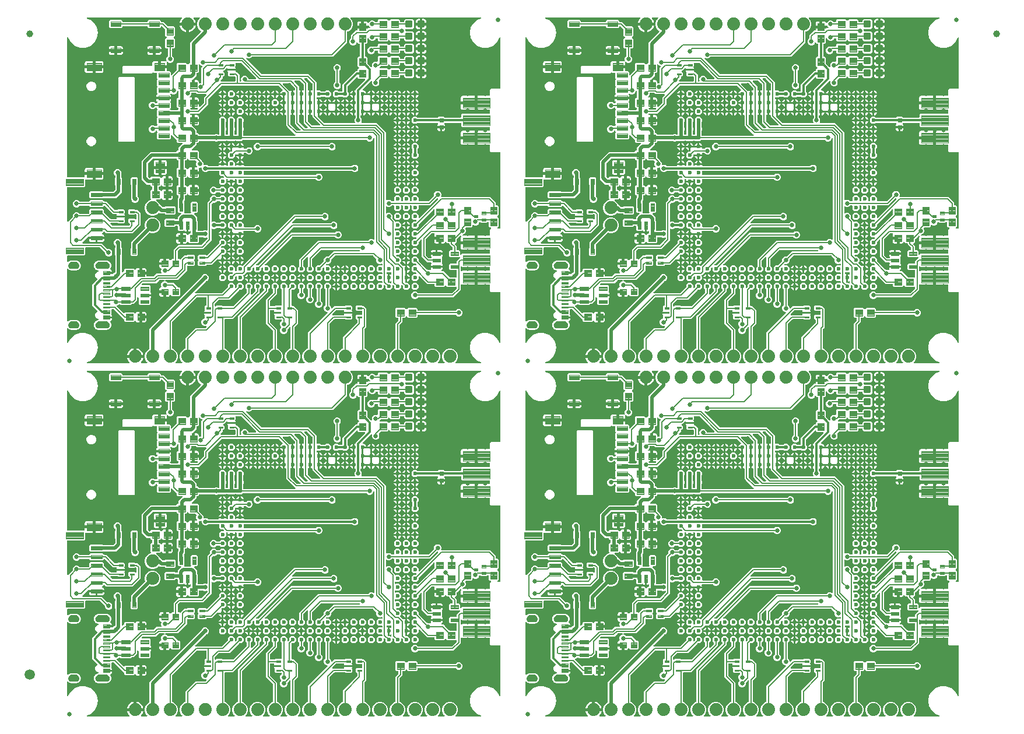
<source format=gtl>
G04 EAGLE Gerber RS-274X export*
G75*
%MOMM*%
%FSLAX34Y34*%
%LPD*%
%INTop Copper*%
%IPPOS*%
%AMOC8*
5,1,8,0,0,1.08239X$1,22.5*%
G01*
%ADD10C,0.635000*%
%ADD11C,0.100000*%
%ADD12C,0.102000*%
%ADD13C,0.755600*%
%ADD14C,0.105000*%
%ADD15C,0.300000*%
%ADD16C,0.099000*%
%ADD17C,1.879600*%
%ADD18C,0.600000*%
%ADD19C,0.096000*%
%ADD20C,0.098000*%
%ADD21C,0.099059*%
%ADD22C,0.100800*%
%ADD23C,0.104000*%
%ADD24C,0.101200*%
%ADD25C,1.000000*%
%ADD26C,1.500000*%
%ADD27C,0.508000*%
%ADD28C,0.177800*%
%ADD29C,0.660400*%
%ADD30C,0.349000*%
%ADD31C,0.304800*%

G36*
X757679Y515879D02*
X757679Y515879D01*
X757709Y515876D01*
X757820Y515899D01*
X757932Y515915D01*
X757959Y515927D01*
X757987Y515932D01*
X758088Y515984D01*
X758191Y516031D01*
X758214Y516050D01*
X758240Y516063D01*
X758322Y516141D01*
X758408Y516214D01*
X758425Y516239D01*
X758446Y516259D01*
X758503Y516357D01*
X758566Y516451D01*
X758575Y516479D01*
X758590Y516504D01*
X758617Y516614D01*
X758652Y516722D01*
X758652Y516751D01*
X758660Y516780D01*
X758656Y516893D01*
X758659Y517006D01*
X758652Y517035D01*
X758651Y517064D01*
X758616Y517172D01*
X758587Y517281D01*
X758572Y517307D01*
X758563Y517335D01*
X758517Y517399D01*
X758442Y517526D01*
X758396Y517569D01*
X758368Y517608D01*
X757974Y518002D01*
X756869Y519523D01*
X756016Y521197D01*
X755435Y522984D01*
X755314Y523749D01*
X766064Y523749D01*
X766122Y523757D01*
X766180Y523755D01*
X766262Y523777D01*
X766345Y523789D01*
X766399Y523813D01*
X766455Y523827D01*
X766528Y523870D01*
X766605Y523905D01*
X766649Y523943D01*
X766700Y523973D01*
X766757Y524034D01*
X766822Y524089D01*
X766854Y524137D01*
X766894Y524180D01*
X766933Y524255D01*
X766979Y524325D01*
X766997Y524381D01*
X767024Y524433D01*
X767035Y524501D01*
X767065Y524596D01*
X767068Y524696D01*
X767079Y524764D01*
X767079Y525781D01*
X767081Y525781D01*
X767081Y524764D01*
X767089Y524706D01*
X767088Y524648D01*
X767109Y524566D01*
X767121Y524483D01*
X767145Y524429D01*
X767159Y524373D01*
X767202Y524300D01*
X767237Y524223D01*
X767275Y524178D01*
X767305Y524128D01*
X767366Y524070D01*
X767421Y524006D01*
X767469Y523974D01*
X767512Y523934D01*
X767587Y523895D01*
X767657Y523849D01*
X767713Y523831D01*
X767765Y523804D01*
X767833Y523793D01*
X767928Y523763D01*
X768028Y523760D01*
X768096Y523749D01*
X778846Y523749D01*
X778725Y522984D01*
X778144Y521197D01*
X777291Y519523D01*
X776186Y518002D01*
X775792Y517608D01*
X775774Y517584D01*
X775752Y517565D01*
X775689Y517471D01*
X775621Y517381D01*
X775610Y517353D01*
X775594Y517329D01*
X775560Y517221D01*
X775520Y517115D01*
X775517Y517086D01*
X775508Y517058D01*
X775505Y516945D01*
X775496Y516832D01*
X775502Y516803D01*
X775501Y516774D01*
X775530Y516664D01*
X775552Y516553D01*
X775565Y516527D01*
X775573Y516499D01*
X775631Y516401D01*
X775683Y516301D01*
X775703Y516279D01*
X775718Y516254D01*
X775801Y516177D01*
X775879Y516095D01*
X775904Y516080D01*
X775925Y516060D01*
X776026Y516008D01*
X776124Y515951D01*
X776152Y515944D01*
X776179Y515930D01*
X776256Y515917D01*
X776400Y515881D01*
X776462Y515883D01*
X776510Y515875D01*
X783769Y515875D01*
X783798Y515879D01*
X783827Y515876D01*
X783938Y515899D01*
X784050Y515915D01*
X784077Y515927D01*
X784106Y515932D01*
X784206Y515985D01*
X784310Y516031D01*
X784332Y516050D01*
X784358Y516063D01*
X784440Y516141D01*
X784527Y516214D01*
X784543Y516239D01*
X784564Y516259D01*
X784621Y516357D01*
X784684Y516451D01*
X784693Y516479D01*
X784708Y516504D01*
X784736Y516614D01*
X784770Y516722D01*
X784771Y516752D01*
X784778Y516780D01*
X784774Y516893D01*
X784777Y517006D01*
X784770Y517035D01*
X784769Y517064D01*
X784734Y517172D01*
X784706Y517281D01*
X784691Y517307D01*
X784682Y517335D01*
X784636Y517398D01*
X784560Y517526D01*
X784515Y517569D01*
X784487Y517608D01*
X782789Y519305D01*
X781049Y523506D01*
X781049Y528054D01*
X782790Y532255D01*
X786005Y535470D01*
X787281Y535999D01*
X787282Y536000D01*
X787283Y536000D01*
X787402Y536070D01*
X787525Y536143D01*
X787526Y536145D01*
X787528Y536145D01*
X787625Y536249D01*
X787721Y536350D01*
X787721Y536351D01*
X787722Y536353D01*
X787787Y536478D01*
X787851Y536603D01*
X787851Y536604D01*
X787852Y536606D01*
X787854Y536621D01*
X787906Y536882D01*
X787903Y536912D01*
X787907Y536937D01*
X787907Y565774D01*
X863253Y641119D01*
X863271Y641144D01*
X863295Y641164D01*
X863337Y641231D01*
X863424Y641347D01*
X863446Y641407D01*
X863473Y641449D01*
X864157Y643102D01*
X865658Y644603D01*
X867619Y645415D01*
X869741Y645415D01*
X871702Y644603D01*
X873203Y643102D01*
X874015Y641141D01*
X874015Y639019D01*
X873203Y637058D01*
X871702Y635557D01*
X870049Y634873D01*
X870022Y634857D01*
X869993Y634848D01*
X869929Y634802D01*
X869804Y634728D01*
X869760Y634681D01*
X869719Y634653D01*
X854402Y619335D01*
X854384Y619311D01*
X854362Y619292D01*
X854299Y619198D01*
X854231Y619108D01*
X854220Y619080D01*
X854204Y619056D01*
X854170Y618948D01*
X854130Y618842D01*
X854127Y618813D01*
X854118Y618785D01*
X854115Y618671D01*
X854106Y618559D01*
X854112Y618530D01*
X854111Y618501D01*
X854140Y618391D01*
X854162Y618280D01*
X854175Y618254D01*
X854183Y618226D01*
X854241Y618128D01*
X854293Y618028D01*
X854313Y618006D01*
X854328Y617981D01*
X854411Y617904D01*
X854489Y617822D01*
X854514Y617807D01*
X854535Y617787D01*
X854636Y617735D01*
X854734Y617678D01*
X854762Y617671D01*
X854789Y617657D01*
X854866Y617644D01*
X855009Y617608D01*
X855072Y617610D01*
X855120Y617602D01*
X892449Y617602D01*
X892536Y617614D01*
X892623Y617617D01*
X892676Y617634D01*
X892731Y617642D01*
X892811Y617677D01*
X892894Y617704D01*
X892933Y617732D01*
X892990Y617758D01*
X893103Y617854D01*
X893167Y617899D01*
X901450Y626182D01*
X901502Y626252D01*
X901562Y626316D01*
X901588Y626365D01*
X901621Y626409D01*
X901652Y626491D01*
X901692Y626569D01*
X901700Y626616D01*
X901722Y626675D01*
X901734Y626822D01*
X901747Y626900D01*
X901747Y629465D01*
X904695Y632413D01*
X908865Y632413D01*
X911813Y629465D01*
X911813Y626296D01*
X911817Y626267D01*
X911814Y626237D01*
X911837Y626126D01*
X911853Y626014D01*
X911865Y625987D01*
X911870Y625959D01*
X911922Y625858D01*
X911969Y625755D01*
X911988Y625732D01*
X912001Y625706D01*
X912079Y625624D01*
X912152Y625538D01*
X912177Y625522D01*
X912197Y625500D01*
X912295Y625443D01*
X912389Y625380D01*
X912417Y625371D01*
X912442Y625357D01*
X912552Y625329D01*
X912660Y625294D01*
X912690Y625294D01*
X912718Y625286D01*
X912831Y625290D01*
X912944Y625287D01*
X912973Y625295D01*
X913002Y625295D01*
X913110Y625330D01*
X913219Y625359D01*
X913245Y625374D01*
X913273Y625383D01*
X913336Y625428D01*
X913464Y625504D01*
X913507Y625550D01*
X913546Y625578D01*
X914150Y626182D01*
X914202Y626252D01*
X914262Y626316D01*
X914288Y626365D01*
X914321Y626409D01*
X914352Y626491D01*
X914392Y626569D01*
X914400Y626616D01*
X914422Y626675D01*
X914434Y626822D01*
X914447Y626900D01*
X914447Y629465D01*
X917395Y632413D01*
X921565Y632413D01*
X924513Y629465D01*
X924513Y625295D01*
X921565Y622347D01*
X919000Y622347D01*
X918913Y622335D01*
X918826Y622332D01*
X918773Y622315D01*
X918718Y622307D01*
X918638Y622272D01*
X918555Y622245D01*
X918516Y622217D01*
X918459Y622191D01*
X918346Y622095D01*
X918282Y622050D01*
X906189Y609957D01*
X904180Y607948D01*
X889361Y607948D01*
X889274Y607936D01*
X889187Y607933D01*
X889134Y607916D01*
X889079Y607908D01*
X888999Y607873D01*
X888916Y607846D01*
X888877Y607818D01*
X888820Y607792D01*
X888707Y607696D01*
X888643Y607651D01*
X882876Y601884D01*
X882837Y601832D01*
X882836Y601831D01*
X882834Y601828D01*
X882824Y601814D01*
X882764Y601750D01*
X882738Y601701D01*
X882705Y601657D01*
X882685Y601605D01*
X882678Y601595D01*
X882670Y601566D01*
X882634Y601497D01*
X882626Y601450D01*
X882604Y601391D01*
X882600Y601348D01*
X882593Y601324D01*
X882590Y601236D01*
X882579Y601166D01*
X882579Y599372D01*
X882583Y599343D01*
X882580Y599313D01*
X882603Y599202D01*
X882619Y599090D01*
X882631Y599063D01*
X882636Y599035D01*
X882688Y598934D01*
X882735Y598831D01*
X882754Y598808D01*
X882767Y598782D01*
X882845Y598700D01*
X882918Y598614D01*
X882943Y598598D01*
X882963Y598576D01*
X883061Y598519D01*
X883155Y598456D01*
X883183Y598447D01*
X883208Y598433D01*
X883318Y598405D01*
X883426Y598370D01*
X883455Y598370D01*
X883484Y598362D01*
X883597Y598366D01*
X883710Y598363D01*
X883739Y598371D01*
X883768Y598371D01*
X883876Y598406D01*
X883985Y598435D01*
X884011Y598450D01*
X884039Y598459D01*
X884102Y598505D01*
X884230Y598580D01*
X884273Y598626D01*
X884312Y598654D01*
X884369Y598711D01*
X884392Y598714D01*
X884479Y598717D01*
X884532Y598734D01*
X884587Y598742D01*
X884667Y598777D01*
X884750Y598804D01*
X884789Y598832D01*
X884846Y598858D01*
X884959Y598954D01*
X885023Y598999D01*
X885337Y599313D01*
X893423Y599313D01*
X893737Y598999D01*
X893807Y598947D01*
X893871Y598887D01*
X893920Y598861D01*
X893964Y598828D01*
X894046Y598797D01*
X894124Y598757D01*
X894171Y598749D01*
X894230Y598727D01*
X894377Y598715D01*
X894455Y598702D01*
X909109Y598702D01*
X909196Y598714D01*
X909283Y598717D01*
X909336Y598734D01*
X909391Y598742D01*
X909471Y598777D01*
X909554Y598804D01*
X909593Y598832D01*
X909650Y598858D01*
X909763Y598954D01*
X909827Y598999D01*
X928961Y618133D01*
X929013Y618203D01*
X929073Y618267D01*
X929099Y618316D01*
X929132Y618360D01*
X929163Y618442D01*
X929203Y618520D01*
X929211Y618567D01*
X929233Y618626D01*
X929245Y618773D01*
X929258Y618851D01*
X929258Y622764D01*
X929246Y622850D01*
X929243Y622938D01*
X929226Y622991D01*
X929218Y623045D01*
X929183Y623125D01*
X929156Y623208D01*
X929128Y623248D01*
X929102Y623305D01*
X929006Y623418D01*
X928961Y623482D01*
X927147Y625295D01*
X927147Y629465D01*
X930095Y632413D01*
X934265Y632413D01*
X937213Y629465D01*
X937213Y625295D01*
X935399Y623482D01*
X935347Y623412D01*
X935287Y623348D01*
X935261Y623299D01*
X935228Y623255D01*
X935197Y623173D01*
X935157Y623095D01*
X935149Y623047D01*
X935127Y622989D01*
X935115Y622841D01*
X935102Y622764D01*
X935102Y616514D01*
X935106Y616485D01*
X935103Y616455D01*
X935126Y616344D01*
X935142Y616232D01*
X935154Y616205D01*
X935159Y616177D01*
X935211Y616076D01*
X935258Y615973D01*
X935277Y615950D01*
X935290Y615924D01*
X935368Y615842D01*
X935441Y615756D01*
X935466Y615740D01*
X935486Y615718D01*
X935584Y615661D01*
X935678Y615598D01*
X935706Y615589D01*
X935731Y615575D01*
X935841Y615547D01*
X935949Y615512D01*
X935979Y615512D01*
X936007Y615504D01*
X936120Y615508D01*
X936233Y615505D01*
X936262Y615513D01*
X936291Y615513D01*
X936399Y615548D01*
X936508Y615577D01*
X936534Y615592D01*
X936562Y615601D01*
X936625Y615646D01*
X936753Y615722D01*
X936796Y615768D01*
X936835Y615796D01*
X941661Y620622D01*
X941713Y620692D01*
X941773Y620756D01*
X941799Y620805D01*
X941832Y620849D01*
X941863Y620931D01*
X941903Y621009D01*
X941911Y621056D01*
X941933Y621115D01*
X941945Y621262D01*
X941958Y621340D01*
X941958Y622764D01*
X941946Y622850D01*
X941943Y622938D01*
X941926Y622991D01*
X941918Y623045D01*
X941883Y623125D01*
X941856Y623208D01*
X941828Y623248D01*
X941802Y623305D01*
X941706Y623418D01*
X941661Y623482D01*
X939847Y625295D01*
X939847Y629465D01*
X942795Y632413D01*
X946965Y632413D01*
X949913Y629465D01*
X949913Y625295D01*
X948099Y623482D01*
X948047Y623412D01*
X947987Y623348D01*
X947961Y623299D01*
X947928Y623255D01*
X947897Y623173D01*
X947857Y623095D01*
X947849Y623047D01*
X947827Y622989D01*
X947815Y622841D01*
X947802Y622764D01*
X947802Y618499D01*
X909161Y579858D01*
X898017Y579858D01*
X897959Y579850D01*
X897901Y579852D01*
X897819Y579830D01*
X897735Y579818D01*
X897682Y579795D01*
X897626Y579780D01*
X897553Y579737D01*
X897476Y579702D01*
X897431Y579664D01*
X897381Y579635D01*
X897323Y579573D01*
X897259Y579519D01*
X897227Y579470D01*
X897187Y579427D01*
X897148Y579352D01*
X897101Y579282D01*
X897084Y579226D01*
X897057Y579174D01*
X897046Y579106D01*
X897016Y579011D01*
X897013Y578911D01*
X897002Y578843D01*
X897002Y537621D01*
X897002Y537619D01*
X897002Y537618D01*
X897022Y537478D01*
X897042Y537339D01*
X897042Y537338D01*
X897042Y537336D01*
X897099Y537210D01*
X897158Y537080D01*
X897159Y537079D01*
X897160Y537077D01*
X897251Y536970D01*
X897341Y536863D01*
X897343Y536862D01*
X897344Y536861D01*
X897357Y536853D01*
X897578Y536705D01*
X897607Y536696D01*
X897628Y536683D01*
X900555Y535471D01*
X903770Y532255D01*
X905511Y528054D01*
X905511Y523506D01*
X903771Y519305D01*
X902073Y517608D01*
X902056Y517584D01*
X902033Y517565D01*
X901971Y517471D01*
X901902Y517381D01*
X901892Y517353D01*
X901876Y517329D01*
X901842Y517221D01*
X901801Y517115D01*
X901799Y517086D01*
X901790Y517058D01*
X901787Y516944D01*
X901778Y516832D01*
X901783Y516803D01*
X901783Y516774D01*
X901811Y516664D01*
X901834Y516553D01*
X901847Y516527D01*
X901854Y516499D01*
X901912Y516401D01*
X901965Y516301D01*
X901985Y516279D01*
X902000Y516254D01*
X902082Y516177D01*
X902160Y516095D01*
X902186Y516080D01*
X902207Y516060D01*
X902308Y516008D01*
X902406Y515951D01*
X902434Y515944D01*
X902460Y515930D01*
X902538Y515917D01*
X902681Y515881D01*
X902744Y515883D01*
X902791Y515875D01*
X910769Y515875D01*
X910798Y515879D01*
X910827Y515876D01*
X910938Y515899D01*
X911050Y515915D01*
X911077Y515927D01*
X911106Y515932D01*
X911206Y515985D01*
X911310Y516031D01*
X911332Y516050D01*
X911358Y516063D01*
X911440Y516141D01*
X911527Y516214D01*
X911543Y516239D01*
X911564Y516259D01*
X911621Y516357D01*
X911684Y516451D01*
X911693Y516479D01*
X911708Y516504D01*
X911736Y516614D01*
X911770Y516722D01*
X911771Y516752D01*
X911778Y516780D01*
X911774Y516893D01*
X911777Y517006D01*
X911770Y517035D01*
X911769Y517064D01*
X911734Y517172D01*
X911706Y517281D01*
X911691Y517307D01*
X911682Y517335D01*
X911636Y517398D01*
X911560Y517526D01*
X911515Y517569D01*
X911487Y517608D01*
X909789Y519305D01*
X908049Y523506D01*
X908049Y528054D01*
X909790Y532255D01*
X913005Y535471D01*
X915932Y536683D01*
X915933Y536684D01*
X915934Y536684D01*
X916055Y536755D01*
X916176Y536827D01*
X916177Y536828D01*
X916179Y536829D01*
X916276Y536933D01*
X916372Y537034D01*
X916372Y537035D01*
X916373Y537036D01*
X916435Y537158D01*
X916502Y537287D01*
X916502Y537288D01*
X916503Y537290D01*
X916505Y537304D01*
X916557Y537566D01*
X916554Y537596D01*
X916558Y537621D01*
X916558Y584140D01*
X918567Y586149D01*
X954361Y621943D01*
X954413Y622013D01*
X954473Y622077D01*
X954499Y622126D01*
X954532Y622170D01*
X954563Y622252D01*
X954603Y622330D01*
X954611Y622377D01*
X954633Y622436D01*
X954645Y622583D01*
X954658Y622661D01*
X954658Y622764D01*
X954646Y622850D01*
X954643Y622938D01*
X954626Y622991D01*
X954618Y623045D01*
X954583Y623125D01*
X954556Y623208D01*
X954528Y623248D01*
X954502Y623305D01*
X954406Y623418D01*
X954361Y623482D01*
X952547Y625295D01*
X952547Y629465D01*
X955495Y632413D01*
X959665Y632413D01*
X962613Y629465D01*
X962613Y625295D01*
X960799Y623482D01*
X960747Y623412D01*
X960687Y623348D01*
X960661Y623299D01*
X960628Y623255D01*
X960597Y623173D01*
X960557Y623095D01*
X960549Y623047D01*
X960527Y622989D01*
X960515Y622841D01*
X960502Y622764D01*
X960502Y619820D01*
X958493Y617811D01*
X922699Y582017D01*
X922647Y581947D01*
X922587Y581883D01*
X922561Y581834D01*
X922528Y581790D01*
X922497Y581708D01*
X922457Y581630D01*
X922449Y581583D01*
X922427Y581524D01*
X922415Y581377D01*
X922402Y581299D01*
X922402Y537621D01*
X922402Y537619D01*
X922402Y537618D01*
X922422Y537478D01*
X922442Y537339D01*
X922442Y537338D01*
X922442Y537336D01*
X922499Y537210D01*
X922558Y537080D01*
X922559Y537079D01*
X922560Y537077D01*
X922651Y536970D01*
X922741Y536863D01*
X922743Y536862D01*
X922744Y536861D01*
X922757Y536853D01*
X922978Y536705D01*
X923007Y536696D01*
X923028Y536683D01*
X925955Y535471D01*
X929170Y532255D01*
X930911Y528054D01*
X930911Y523506D01*
X929171Y519305D01*
X927473Y517608D01*
X927456Y517584D01*
X927433Y517565D01*
X927371Y517471D01*
X927302Y517381D01*
X927292Y517353D01*
X927276Y517329D01*
X927242Y517221D01*
X927201Y517115D01*
X927199Y517086D01*
X927190Y517058D01*
X927187Y516944D01*
X927178Y516832D01*
X927183Y516803D01*
X927183Y516774D01*
X927211Y516664D01*
X927234Y516553D01*
X927247Y516527D01*
X927254Y516499D01*
X927312Y516401D01*
X927365Y516301D01*
X927385Y516279D01*
X927400Y516254D01*
X927482Y516177D01*
X927560Y516095D01*
X927586Y516080D01*
X927607Y516060D01*
X927708Y516008D01*
X927806Y515951D01*
X927834Y515944D01*
X927860Y515930D01*
X927938Y515917D01*
X928081Y515881D01*
X928144Y515883D01*
X928191Y515875D01*
X936169Y515875D01*
X936198Y515879D01*
X936227Y515876D01*
X936338Y515899D01*
X936450Y515915D01*
X936477Y515927D01*
X936506Y515932D01*
X936606Y515985D01*
X936710Y516031D01*
X936732Y516050D01*
X936758Y516063D01*
X936840Y516141D01*
X936927Y516214D01*
X936943Y516239D01*
X936964Y516259D01*
X937021Y516357D01*
X937084Y516451D01*
X937093Y516479D01*
X937108Y516504D01*
X937136Y516614D01*
X937170Y516722D01*
X937171Y516752D01*
X937178Y516780D01*
X937174Y516893D01*
X937177Y517006D01*
X937170Y517035D01*
X937169Y517064D01*
X937134Y517172D01*
X937106Y517281D01*
X937091Y517307D01*
X937082Y517335D01*
X937036Y517398D01*
X936960Y517526D01*
X936915Y517569D01*
X936887Y517608D01*
X935189Y519305D01*
X933449Y523506D01*
X933449Y528054D01*
X935190Y532255D01*
X938405Y535470D01*
X942606Y537211D01*
X947154Y537211D01*
X951355Y535470D01*
X954570Y532255D01*
X956311Y528054D01*
X956311Y523506D01*
X954571Y519305D01*
X952873Y517608D01*
X952856Y517584D01*
X952833Y517565D01*
X952771Y517471D01*
X952702Y517381D01*
X952692Y517353D01*
X952676Y517329D01*
X952642Y517221D01*
X952601Y517115D01*
X952599Y517086D01*
X952590Y517058D01*
X952587Y516944D01*
X952578Y516832D01*
X952583Y516803D01*
X952583Y516774D01*
X952611Y516664D01*
X952634Y516553D01*
X952647Y516527D01*
X952654Y516499D01*
X952712Y516401D01*
X952765Y516301D01*
X952785Y516279D01*
X952800Y516254D01*
X952882Y516177D01*
X952960Y516095D01*
X952986Y516080D01*
X953007Y516060D01*
X953108Y516008D01*
X953206Y515951D01*
X953234Y515944D01*
X953260Y515930D01*
X953338Y515917D01*
X953481Y515881D01*
X953544Y515883D01*
X953591Y515875D01*
X961569Y515875D01*
X961598Y515879D01*
X961627Y515876D01*
X961738Y515899D01*
X961850Y515915D01*
X961877Y515927D01*
X961906Y515932D01*
X962006Y515985D01*
X962110Y516031D01*
X962132Y516050D01*
X962158Y516063D01*
X962240Y516141D01*
X962327Y516214D01*
X962343Y516239D01*
X962364Y516259D01*
X962421Y516357D01*
X962484Y516451D01*
X962493Y516479D01*
X962508Y516504D01*
X962536Y516614D01*
X962570Y516722D01*
X962571Y516752D01*
X962578Y516780D01*
X962574Y516893D01*
X962577Y517006D01*
X962570Y517035D01*
X962569Y517064D01*
X962534Y517172D01*
X962506Y517281D01*
X962491Y517307D01*
X962482Y517335D01*
X962436Y517398D01*
X962360Y517526D01*
X962315Y517569D01*
X962287Y517608D01*
X960589Y519305D01*
X958849Y523506D01*
X958849Y528054D01*
X960590Y532255D01*
X963805Y535471D01*
X966732Y536683D01*
X966733Y536684D01*
X966734Y536684D01*
X966855Y536755D01*
X966976Y536827D01*
X966977Y536828D01*
X966979Y536829D01*
X967076Y536933D01*
X967172Y537034D01*
X967172Y537035D01*
X967173Y537036D01*
X967235Y537158D01*
X967302Y537287D01*
X967302Y537288D01*
X967303Y537290D01*
X967305Y537304D01*
X967357Y537566D01*
X967354Y537596D01*
X967358Y537621D01*
X967358Y562249D01*
X967346Y562336D01*
X967343Y562423D01*
X967326Y562476D01*
X967318Y562531D01*
X967283Y562611D01*
X967256Y562694D01*
X967228Y562733D01*
X967202Y562790D01*
X967106Y562903D01*
X967061Y562967D01*
X957198Y572830D01*
X957198Y608270D01*
X967061Y618133D01*
X967113Y618203D01*
X967173Y618267D01*
X967199Y618316D01*
X967232Y618360D01*
X967263Y618442D01*
X967303Y618520D01*
X967311Y618567D01*
X967333Y618626D01*
X967345Y618773D01*
X967358Y618851D01*
X967358Y622764D01*
X967346Y622850D01*
X967343Y622938D01*
X967326Y622991D01*
X967318Y623045D01*
X967283Y623125D01*
X967256Y623208D01*
X967228Y623248D01*
X967202Y623305D01*
X967106Y623418D01*
X967061Y623482D01*
X965247Y625295D01*
X965247Y629465D01*
X968195Y632413D01*
X972365Y632413D01*
X975313Y629465D01*
X975313Y625295D01*
X973499Y623482D01*
X973447Y623412D01*
X973387Y623348D01*
X973361Y623299D01*
X973328Y623255D01*
X973297Y623173D01*
X973257Y623095D01*
X973249Y623047D01*
X973227Y622989D01*
X973215Y622841D01*
X973202Y622764D01*
X973202Y616010D01*
X963339Y606147D01*
X963287Y606077D01*
X963227Y606013D01*
X963201Y605964D01*
X963168Y605920D01*
X963137Y605838D01*
X963097Y605760D01*
X963089Y605713D01*
X963067Y605654D01*
X963055Y605507D01*
X963042Y605429D01*
X963042Y599717D01*
X963050Y599659D01*
X963048Y599601D01*
X963070Y599519D01*
X963082Y599435D01*
X963105Y599382D01*
X963120Y599326D01*
X963163Y599253D01*
X963198Y599176D01*
X963236Y599131D01*
X963265Y599081D01*
X963327Y599023D01*
X963381Y598959D01*
X963430Y598927D01*
X963473Y598887D01*
X963548Y598848D01*
X963618Y598801D01*
X963674Y598784D01*
X963726Y598757D01*
X963794Y598746D01*
X963889Y598716D01*
X963989Y598713D01*
X964057Y598702D01*
X969905Y598702D01*
X969992Y598714D01*
X970079Y598717D01*
X970132Y598734D01*
X970187Y598742D01*
X970267Y598777D01*
X970350Y598804D01*
X970389Y598832D01*
X970446Y598858D01*
X970559Y598954D01*
X970623Y598999D01*
X970937Y599313D01*
X979043Y599313D01*
X979101Y599321D01*
X979159Y599319D01*
X979241Y599341D01*
X979325Y599353D01*
X979378Y599376D01*
X979434Y599391D01*
X979507Y599434D01*
X979584Y599469D01*
X979629Y599507D01*
X979679Y599536D01*
X979737Y599598D01*
X979801Y599652D01*
X979833Y599701D01*
X979873Y599744D01*
X979912Y599819D01*
X979959Y599889D01*
X979976Y599945D01*
X980003Y599997D01*
X980014Y600065D01*
X980044Y600160D01*
X980047Y600260D01*
X980058Y600328D01*
X980058Y622764D01*
X980046Y622850D01*
X980043Y622938D01*
X980026Y622991D01*
X980018Y623045D01*
X979983Y623125D01*
X979956Y623208D01*
X979928Y623248D01*
X979902Y623305D01*
X979806Y623418D01*
X979761Y623482D01*
X977947Y625295D01*
X977947Y629465D01*
X980895Y632413D01*
X985065Y632413D01*
X988013Y629465D01*
X988013Y626296D01*
X988017Y626267D01*
X988014Y626237D01*
X988037Y626126D01*
X988053Y626014D01*
X988065Y625987D01*
X988070Y625959D01*
X988122Y625858D01*
X988169Y625755D01*
X988188Y625732D01*
X988201Y625706D01*
X988279Y625624D01*
X988352Y625538D01*
X988377Y625522D01*
X988397Y625500D01*
X988495Y625443D01*
X988589Y625380D01*
X988617Y625371D01*
X988642Y625357D01*
X988752Y625329D01*
X988860Y625294D01*
X988889Y625294D01*
X988918Y625286D01*
X989031Y625290D01*
X989144Y625287D01*
X989173Y625295D01*
X989202Y625295D01*
X989310Y625330D01*
X989419Y625359D01*
X989445Y625374D01*
X989473Y625383D01*
X989536Y625429D01*
X989664Y625504D01*
X989707Y625550D01*
X989746Y625578D01*
X990067Y625899D01*
X990350Y626182D01*
X990402Y626252D01*
X990462Y626316D01*
X990488Y626365D01*
X990521Y626409D01*
X990552Y626491D01*
X990592Y626569D01*
X990600Y626616D01*
X990622Y626675D01*
X990634Y626822D01*
X990647Y626900D01*
X990647Y629465D01*
X993595Y632413D01*
X997765Y632413D01*
X1000713Y629465D01*
X1000713Y625295D01*
X997765Y622347D01*
X995200Y622347D01*
X995113Y622335D01*
X995026Y622332D01*
X994973Y622315D01*
X994918Y622307D01*
X994838Y622272D01*
X994755Y622245D01*
X994716Y622217D01*
X994659Y622191D01*
X994546Y622095D01*
X994482Y622050D01*
X994199Y621767D01*
X994147Y621697D01*
X994087Y621633D01*
X994061Y621584D01*
X994028Y621540D01*
X993997Y621458D01*
X993957Y621380D01*
X993949Y621333D01*
X993927Y621274D01*
X993915Y621127D01*
X993902Y621049D01*
X993902Y600328D01*
X993910Y600270D01*
X993908Y600212D01*
X993930Y600130D01*
X993942Y600046D01*
X993965Y599993D01*
X993980Y599937D01*
X994023Y599864D01*
X994058Y599787D01*
X994096Y599742D01*
X994125Y599692D01*
X994187Y599634D01*
X994241Y599570D01*
X994290Y599538D01*
X994333Y599498D01*
X994408Y599459D01*
X994478Y599412D01*
X994534Y599395D01*
X994586Y599368D01*
X994654Y599357D01*
X994749Y599327D01*
X994849Y599324D01*
X994917Y599313D01*
X995023Y599313D01*
X995337Y598999D01*
X995407Y598947D01*
X995471Y598887D01*
X995520Y598861D01*
X995564Y598828D01*
X995646Y598797D01*
X995724Y598757D01*
X995771Y598749D01*
X995830Y598727D01*
X995977Y598715D01*
X996055Y598702D01*
X998010Y598702D01*
X1003682Y593030D01*
X1003682Y572830D01*
X998899Y568047D01*
X998847Y567977D01*
X998787Y567913D01*
X998761Y567864D01*
X998728Y567820D01*
X998697Y567738D01*
X998657Y567660D01*
X998649Y567613D01*
X998627Y567554D01*
X998615Y567406D01*
X998602Y567329D01*
X998602Y537621D01*
X998602Y537619D01*
X998602Y537618D01*
X998622Y537478D01*
X998642Y537339D01*
X998642Y537338D01*
X998642Y537336D01*
X998699Y537210D01*
X998758Y537080D01*
X998759Y537079D01*
X998760Y537077D01*
X998851Y536970D01*
X998941Y536863D01*
X998943Y536862D01*
X998944Y536861D01*
X998957Y536853D01*
X999178Y536705D01*
X999207Y536696D01*
X999228Y536683D01*
X1002155Y535471D01*
X1005370Y532255D01*
X1007111Y528054D01*
X1007111Y523506D01*
X1005371Y519305D01*
X1003673Y517608D01*
X1003656Y517584D01*
X1003633Y517565D01*
X1003571Y517471D01*
X1003502Y517381D01*
X1003492Y517353D01*
X1003476Y517329D01*
X1003442Y517221D01*
X1003401Y517115D01*
X1003399Y517086D01*
X1003390Y517058D01*
X1003387Y516944D01*
X1003378Y516832D01*
X1003383Y516803D01*
X1003383Y516774D01*
X1003411Y516664D01*
X1003434Y516553D01*
X1003447Y516527D01*
X1003454Y516499D01*
X1003512Y516401D01*
X1003565Y516301D01*
X1003585Y516279D01*
X1003600Y516254D01*
X1003682Y516177D01*
X1003760Y516095D01*
X1003786Y516080D01*
X1003807Y516060D01*
X1003908Y516008D01*
X1004006Y515951D01*
X1004034Y515944D01*
X1004060Y515930D01*
X1004138Y515917D01*
X1004281Y515881D01*
X1004344Y515883D01*
X1004391Y515875D01*
X1012369Y515875D01*
X1012398Y515879D01*
X1012427Y515876D01*
X1012538Y515899D01*
X1012650Y515915D01*
X1012677Y515927D01*
X1012706Y515932D01*
X1012806Y515985D01*
X1012910Y516031D01*
X1012932Y516050D01*
X1012958Y516063D01*
X1013040Y516141D01*
X1013127Y516214D01*
X1013143Y516239D01*
X1013164Y516259D01*
X1013221Y516357D01*
X1013284Y516451D01*
X1013293Y516479D01*
X1013308Y516504D01*
X1013336Y516614D01*
X1013370Y516722D01*
X1013371Y516752D01*
X1013378Y516780D01*
X1013374Y516893D01*
X1013377Y517006D01*
X1013370Y517035D01*
X1013369Y517064D01*
X1013334Y517172D01*
X1013306Y517281D01*
X1013291Y517307D01*
X1013282Y517335D01*
X1013236Y517398D01*
X1013160Y517526D01*
X1013115Y517569D01*
X1013087Y517608D01*
X1011389Y519305D01*
X1009649Y523506D01*
X1009649Y528054D01*
X1011390Y532255D01*
X1014605Y535471D01*
X1017532Y536683D01*
X1017533Y536684D01*
X1017534Y536684D01*
X1017655Y536755D01*
X1017776Y536827D01*
X1017777Y536828D01*
X1017779Y536829D01*
X1017876Y536933D01*
X1017972Y537034D01*
X1017972Y537035D01*
X1017973Y537036D01*
X1018035Y537158D01*
X1018102Y537287D01*
X1018102Y537288D01*
X1018103Y537290D01*
X1018105Y537304D01*
X1018157Y537566D01*
X1018154Y537596D01*
X1018158Y537621D01*
X1018158Y560459D01*
X1020167Y562468D01*
X1046262Y588562D01*
X1046279Y588586D01*
X1046302Y588605D01*
X1046364Y588699D01*
X1046433Y588789D01*
X1046443Y588817D01*
X1046459Y588841D01*
X1046493Y588949D01*
X1046534Y589055D01*
X1046536Y589084D01*
X1046545Y589112D01*
X1046548Y589226D01*
X1046557Y589338D01*
X1046552Y589367D01*
X1046552Y589396D01*
X1046524Y589506D01*
X1046501Y589617D01*
X1046488Y589643D01*
X1046481Y589671D01*
X1046423Y589769D01*
X1046370Y589869D01*
X1046350Y589891D01*
X1046335Y589916D01*
X1046253Y589993D01*
X1046175Y590075D01*
X1046149Y590090D01*
X1046128Y590110D01*
X1046027Y590162D01*
X1045929Y590219D01*
X1045901Y590226D01*
X1045875Y590240D01*
X1045797Y590253D01*
X1045654Y590289D01*
X1045591Y590287D01*
X1045544Y590295D01*
X1045419Y590295D01*
X1043458Y591107D01*
X1041957Y592608D01*
X1041145Y594569D01*
X1041145Y596691D01*
X1041957Y598652D01*
X1043261Y599955D01*
X1043313Y600025D01*
X1043373Y600089D01*
X1043399Y600138D01*
X1043432Y600183D01*
X1043463Y600264D01*
X1043503Y600342D01*
X1043511Y600390D01*
X1043533Y600448D01*
X1043545Y600596D01*
X1043558Y600673D01*
X1043558Y622764D01*
X1043546Y622850D01*
X1043543Y622938D01*
X1043526Y622991D01*
X1043518Y623045D01*
X1043483Y623125D01*
X1043456Y623208D01*
X1043428Y623248D01*
X1043402Y623305D01*
X1043306Y623418D01*
X1043261Y623482D01*
X1041447Y625295D01*
X1041447Y629465D01*
X1044395Y632413D01*
X1048565Y632413D01*
X1051513Y629465D01*
X1051513Y625295D01*
X1049699Y623482D01*
X1049647Y623412D01*
X1049587Y623348D01*
X1049561Y623299D01*
X1049528Y623255D01*
X1049497Y623173D01*
X1049457Y623095D01*
X1049449Y623047D01*
X1049427Y622989D01*
X1049415Y622841D01*
X1049402Y622764D01*
X1049402Y600673D01*
X1049414Y600587D01*
X1049417Y600499D01*
X1049434Y600447D01*
X1049442Y600392D01*
X1049477Y600312D01*
X1049504Y600229D01*
X1049532Y600189D01*
X1049558Y600132D01*
X1049654Y600019D01*
X1049699Y599955D01*
X1051003Y598652D01*
X1051815Y596691D01*
X1051815Y596566D01*
X1051819Y596537D01*
X1051816Y596508D01*
X1051839Y596397D01*
X1051855Y596285D01*
X1051867Y596258D01*
X1051872Y596229D01*
X1051925Y596129D01*
X1051971Y596025D01*
X1051990Y596003D01*
X1052003Y595977D01*
X1052081Y595895D01*
X1052154Y595808D01*
X1052179Y595792D01*
X1052199Y595771D01*
X1052297Y595714D01*
X1052391Y595651D01*
X1052419Y595642D01*
X1052444Y595627D01*
X1052554Y595599D01*
X1052662Y595565D01*
X1052692Y595564D01*
X1052720Y595557D01*
X1052833Y595561D01*
X1052946Y595558D01*
X1052975Y595565D01*
X1053004Y595566D01*
X1053112Y595601D01*
X1053221Y595629D01*
X1053247Y595644D01*
X1053275Y595653D01*
X1053338Y595699D01*
X1053466Y595775D01*
X1053509Y595820D01*
X1053548Y595848D01*
X1056401Y598702D01*
X1071505Y598702D01*
X1071592Y598714D01*
X1071679Y598717D01*
X1071732Y598734D01*
X1071787Y598742D01*
X1071867Y598777D01*
X1071950Y598804D01*
X1071989Y598832D01*
X1072046Y598858D01*
X1072159Y598954D01*
X1072223Y598999D01*
X1072537Y599313D01*
X1080623Y599313D01*
X1082113Y597823D01*
X1082113Y593737D01*
X1081983Y593607D01*
X1081948Y593560D01*
X1081906Y593520D01*
X1081863Y593447D01*
X1081812Y593380D01*
X1081791Y593325D01*
X1081762Y593275D01*
X1081741Y593193D01*
X1081711Y593114D01*
X1081706Y593056D01*
X1081692Y592999D01*
X1081694Y592915D01*
X1081687Y592831D01*
X1081699Y592774D01*
X1081701Y592715D01*
X1081727Y592635D01*
X1081743Y592552D01*
X1081770Y592500D01*
X1081788Y592445D01*
X1081828Y592388D01*
X1081874Y592300D01*
X1081943Y592228D01*
X1081983Y592171D01*
X1082011Y592143D01*
X1082413Y591448D01*
X1082621Y590672D01*
X1082621Y590295D01*
X1076580Y590295D01*
X1070539Y590295D01*
X1070539Y590672D01*
X1070782Y591577D01*
X1070782Y591582D01*
X1070788Y591595D01*
X1070792Y591636D01*
X1070804Y591675D01*
X1070807Y591777D01*
X1070813Y591837D01*
X1070816Y591859D01*
X1070816Y591860D01*
X1070818Y591878D01*
X1070811Y591918D01*
X1070812Y591959D01*
X1070786Y592058D01*
X1070768Y592158D01*
X1070750Y592195D01*
X1070740Y592234D01*
X1070688Y592322D01*
X1070643Y592413D01*
X1070616Y592443D01*
X1070595Y592479D01*
X1070520Y592549D01*
X1070452Y592624D01*
X1070417Y592645D01*
X1070387Y592673D01*
X1070297Y592720D01*
X1070210Y592773D01*
X1070171Y592784D01*
X1070134Y592803D01*
X1070058Y592816D01*
X1069937Y592849D01*
X1069860Y592849D01*
X1069803Y592858D01*
X1059242Y592858D01*
X1059156Y592846D01*
X1059068Y592843D01*
X1059016Y592826D01*
X1058961Y592818D01*
X1058881Y592783D01*
X1058798Y592756D01*
X1058758Y592728D01*
X1058701Y592702D01*
X1058588Y592606D01*
X1058524Y592561D01*
X1053398Y587435D01*
X1053381Y587411D01*
X1053358Y587392D01*
X1053296Y587298D01*
X1053227Y587208D01*
X1053217Y587180D01*
X1053201Y587156D01*
X1053166Y587048D01*
X1053126Y586942D01*
X1053124Y586913D01*
X1053115Y586885D01*
X1053112Y586771D01*
X1053103Y586659D01*
X1053108Y586630D01*
X1053108Y586601D01*
X1053136Y586491D01*
X1053159Y586380D01*
X1053172Y586354D01*
X1053179Y586326D01*
X1053237Y586228D01*
X1053290Y586128D01*
X1053310Y586106D01*
X1053325Y586081D01*
X1053407Y586004D01*
X1053485Y585922D01*
X1053511Y585907D01*
X1053532Y585887D01*
X1053633Y585835D01*
X1053731Y585778D01*
X1053759Y585771D01*
X1053785Y585757D01*
X1053863Y585744D01*
X1054006Y585708D01*
X1054069Y585710D01*
X1054116Y585702D01*
X1069803Y585702D01*
X1069844Y585707D01*
X1069885Y585705D01*
X1069984Y585727D01*
X1070085Y585742D01*
X1070122Y585758D01*
X1070162Y585767D01*
X1070251Y585816D01*
X1070344Y585858D01*
X1070375Y585884D01*
X1070411Y585904D01*
X1070484Y585976D01*
X1070561Y586041D01*
X1070584Y586076D01*
X1070613Y586105D01*
X1070662Y586194D01*
X1070719Y586278D01*
X1070731Y586317D01*
X1070751Y586353D01*
X1070774Y586452D01*
X1070804Y586549D01*
X1070806Y586590D01*
X1070815Y586630D01*
X1070814Y586649D01*
X1070813Y586653D01*
X1070809Y586732D01*
X1070812Y586833D01*
X1070801Y586873D01*
X1070799Y586914D01*
X1070785Y586952D01*
X1070782Y586983D01*
X1070539Y587888D01*
X1070539Y588265D01*
X1076580Y588265D01*
X1082621Y588265D01*
X1082621Y587888D01*
X1082413Y587112D01*
X1082011Y586417D01*
X1081983Y586389D01*
X1081948Y586342D01*
X1081906Y586302D01*
X1081863Y586229D01*
X1081812Y586162D01*
X1081791Y586107D01*
X1081762Y586056D01*
X1081741Y585975D01*
X1081711Y585896D01*
X1081706Y585838D01*
X1081692Y585781D01*
X1081694Y585697D01*
X1081687Y585613D01*
X1081699Y585555D01*
X1081701Y585497D01*
X1081727Y585417D01*
X1081743Y585334D01*
X1081770Y585282D01*
X1081788Y585226D01*
X1081828Y585170D01*
X1081874Y585082D01*
X1081943Y585009D01*
X1081983Y584953D01*
X1082113Y584823D01*
X1082113Y580737D01*
X1080623Y579247D01*
X1072537Y579247D01*
X1072223Y579561D01*
X1072153Y579613D01*
X1072089Y579673D01*
X1072040Y579699D01*
X1071996Y579732D01*
X1071914Y579763D01*
X1071836Y579803D01*
X1071789Y579811D01*
X1071730Y579833D01*
X1071583Y579845D01*
X1071505Y579858D01*
X1056851Y579858D01*
X1056764Y579846D01*
X1056677Y579843D01*
X1056624Y579826D01*
X1056569Y579818D01*
X1056489Y579783D01*
X1056406Y579756D01*
X1056367Y579728D01*
X1056310Y579702D01*
X1056197Y579606D01*
X1056133Y579561D01*
X1049699Y573127D01*
X1049647Y573057D01*
X1049587Y572993D01*
X1049561Y572944D01*
X1049528Y572900D01*
X1049497Y572818D01*
X1049457Y572740D01*
X1049449Y572693D01*
X1049427Y572634D01*
X1049415Y572487D01*
X1049402Y572409D01*
X1049402Y537621D01*
X1049402Y537619D01*
X1049402Y537618D01*
X1049422Y537478D01*
X1049442Y537339D01*
X1049442Y537338D01*
X1049442Y537336D01*
X1049499Y537210D01*
X1049558Y537080D01*
X1049559Y537079D01*
X1049560Y537077D01*
X1049651Y536970D01*
X1049741Y536863D01*
X1049743Y536862D01*
X1049744Y536861D01*
X1049757Y536853D01*
X1049978Y536705D01*
X1050007Y536696D01*
X1050028Y536683D01*
X1052955Y535471D01*
X1056170Y532255D01*
X1057911Y528054D01*
X1057911Y523506D01*
X1056171Y519305D01*
X1054473Y517608D01*
X1054456Y517584D01*
X1054433Y517565D01*
X1054371Y517471D01*
X1054302Y517381D01*
X1054292Y517353D01*
X1054276Y517329D01*
X1054242Y517221D01*
X1054201Y517115D01*
X1054199Y517086D01*
X1054190Y517058D01*
X1054187Y516944D01*
X1054178Y516832D01*
X1054183Y516803D01*
X1054183Y516774D01*
X1054211Y516664D01*
X1054234Y516553D01*
X1054247Y516527D01*
X1054254Y516499D01*
X1054312Y516401D01*
X1054365Y516301D01*
X1054385Y516279D01*
X1054400Y516254D01*
X1054482Y516177D01*
X1054560Y516095D01*
X1054586Y516080D01*
X1054607Y516060D01*
X1054708Y516008D01*
X1054806Y515951D01*
X1054834Y515944D01*
X1054860Y515930D01*
X1054938Y515917D01*
X1055081Y515881D01*
X1055144Y515883D01*
X1055191Y515875D01*
X1063169Y515875D01*
X1063198Y515879D01*
X1063227Y515876D01*
X1063338Y515899D01*
X1063450Y515915D01*
X1063477Y515927D01*
X1063506Y515932D01*
X1063606Y515985D01*
X1063710Y516031D01*
X1063732Y516050D01*
X1063758Y516063D01*
X1063840Y516141D01*
X1063927Y516214D01*
X1063943Y516239D01*
X1063964Y516259D01*
X1064021Y516357D01*
X1064084Y516451D01*
X1064093Y516479D01*
X1064108Y516504D01*
X1064136Y516614D01*
X1064170Y516722D01*
X1064171Y516752D01*
X1064178Y516780D01*
X1064174Y516893D01*
X1064177Y517006D01*
X1064170Y517035D01*
X1064169Y517064D01*
X1064134Y517172D01*
X1064106Y517281D01*
X1064091Y517307D01*
X1064082Y517335D01*
X1064036Y517398D01*
X1063960Y517526D01*
X1063915Y517569D01*
X1063887Y517608D01*
X1062189Y519305D01*
X1060449Y523506D01*
X1060449Y528054D01*
X1062190Y532255D01*
X1065405Y535471D01*
X1068332Y536683D01*
X1068333Y536684D01*
X1068334Y536684D01*
X1068455Y536755D01*
X1068576Y536827D01*
X1068577Y536828D01*
X1068579Y536829D01*
X1068676Y536933D01*
X1068772Y537034D01*
X1068772Y537035D01*
X1068773Y537036D01*
X1068835Y537158D01*
X1068902Y537287D01*
X1068902Y537288D01*
X1068903Y537290D01*
X1068905Y537304D01*
X1068957Y537566D01*
X1068954Y537596D01*
X1068958Y537621D01*
X1068958Y553660D01*
X1089361Y574063D01*
X1089372Y574077D01*
X1089379Y574084D01*
X1089401Y574116D01*
X1089413Y574133D01*
X1089473Y574197D01*
X1089499Y574246D01*
X1089532Y574290D01*
X1089563Y574372D01*
X1089603Y574450D01*
X1089611Y574497D01*
X1089633Y574556D01*
X1089645Y574703D01*
X1089658Y574781D01*
X1089658Y578232D01*
X1089650Y578290D01*
X1089652Y578348D01*
X1089630Y578430D01*
X1089618Y578514D01*
X1089595Y578567D01*
X1089580Y578623D01*
X1089537Y578696D01*
X1089502Y578773D01*
X1089464Y578818D01*
X1089435Y578868D01*
X1089373Y578926D01*
X1089319Y578990D01*
X1089270Y579022D01*
X1089227Y579062D01*
X1089152Y579101D01*
X1089082Y579148D01*
X1089026Y579165D01*
X1088974Y579192D01*
X1088906Y579203D01*
X1088811Y579233D01*
X1088711Y579236D01*
X1088643Y579247D01*
X1088537Y579247D01*
X1087047Y580737D01*
X1087047Y584823D01*
X1088537Y586313D01*
X1095883Y586313D01*
X1095941Y586321D01*
X1095999Y586319D01*
X1096081Y586341D01*
X1096165Y586353D01*
X1096218Y586376D01*
X1096274Y586391D01*
X1096347Y586434D01*
X1096424Y586469D01*
X1096469Y586507D01*
X1096519Y586536D01*
X1096577Y586598D01*
X1096641Y586652D01*
X1096673Y586701D01*
X1096713Y586744D01*
X1096752Y586819D01*
X1096799Y586889D01*
X1096816Y586945D01*
X1096843Y586997D01*
X1096854Y587065D01*
X1096884Y587160D01*
X1096887Y587260D01*
X1096898Y587328D01*
X1096898Y591232D01*
X1096890Y591290D01*
X1096892Y591348D01*
X1096870Y591430D01*
X1096858Y591514D01*
X1096835Y591567D01*
X1096820Y591623D01*
X1096777Y591696D01*
X1096742Y591773D01*
X1096704Y591818D01*
X1096675Y591868D01*
X1096613Y591926D01*
X1096559Y591990D01*
X1096510Y592022D01*
X1096467Y592062D01*
X1096392Y592101D01*
X1096322Y592148D01*
X1096266Y592165D01*
X1096214Y592192D01*
X1096146Y592203D01*
X1096051Y592233D01*
X1095951Y592236D01*
X1095883Y592247D01*
X1088537Y592247D01*
X1087047Y593737D01*
X1087047Y597823D01*
X1088537Y599313D01*
X1096623Y599313D01*
X1096937Y598999D01*
X1097007Y598947D01*
X1097071Y598887D01*
X1097120Y598861D01*
X1097164Y598828D01*
X1097246Y598797D01*
X1097324Y598757D01*
X1097371Y598749D01*
X1097430Y598727D01*
X1097577Y598715D01*
X1097655Y598702D01*
X1099610Y598702D01*
X1102742Y595570D01*
X1102742Y567750D01*
X1100733Y565741D01*
X1100499Y565507D01*
X1100447Y565437D01*
X1100387Y565373D01*
X1100361Y565324D01*
X1100328Y565280D01*
X1100297Y565198D01*
X1100257Y565120D01*
X1100249Y565073D01*
X1100227Y565014D01*
X1100215Y564867D01*
X1100202Y564789D01*
X1100202Y537621D01*
X1100202Y537619D01*
X1100202Y537618D01*
X1100222Y537478D01*
X1100242Y537339D01*
X1100242Y537338D01*
X1100242Y537336D01*
X1100299Y537210D01*
X1100358Y537080D01*
X1100359Y537079D01*
X1100360Y537077D01*
X1100451Y536970D01*
X1100541Y536863D01*
X1100543Y536862D01*
X1100544Y536861D01*
X1100557Y536853D01*
X1100778Y536705D01*
X1100807Y536696D01*
X1100828Y536683D01*
X1103755Y535471D01*
X1106970Y532255D01*
X1108711Y528054D01*
X1108711Y523506D01*
X1106971Y519305D01*
X1105273Y517608D01*
X1105256Y517584D01*
X1105233Y517565D01*
X1105171Y517471D01*
X1105102Y517381D01*
X1105092Y517353D01*
X1105076Y517329D01*
X1105042Y517221D01*
X1105001Y517115D01*
X1104999Y517086D01*
X1104990Y517058D01*
X1104987Y516944D01*
X1104978Y516832D01*
X1104983Y516803D01*
X1104983Y516774D01*
X1105011Y516664D01*
X1105034Y516553D01*
X1105047Y516527D01*
X1105054Y516499D01*
X1105112Y516401D01*
X1105165Y516301D01*
X1105185Y516279D01*
X1105200Y516254D01*
X1105282Y516177D01*
X1105360Y516095D01*
X1105386Y516080D01*
X1105407Y516060D01*
X1105508Y516008D01*
X1105606Y515951D01*
X1105634Y515944D01*
X1105660Y515930D01*
X1105738Y515917D01*
X1105881Y515881D01*
X1105944Y515883D01*
X1105991Y515875D01*
X1113969Y515875D01*
X1113998Y515879D01*
X1114027Y515876D01*
X1114138Y515899D01*
X1114250Y515915D01*
X1114277Y515927D01*
X1114306Y515932D01*
X1114406Y515985D01*
X1114510Y516031D01*
X1114532Y516050D01*
X1114558Y516063D01*
X1114640Y516141D01*
X1114727Y516214D01*
X1114743Y516239D01*
X1114764Y516259D01*
X1114821Y516357D01*
X1114884Y516451D01*
X1114893Y516479D01*
X1114908Y516504D01*
X1114936Y516614D01*
X1114970Y516722D01*
X1114971Y516752D01*
X1114978Y516780D01*
X1114974Y516893D01*
X1114977Y517006D01*
X1114970Y517035D01*
X1114969Y517064D01*
X1114934Y517172D01*
X1114906Y517281D01*
X1114891Y517307D01*
X1114882Y517335D01*
X1114836Y517398D01*
X1114760Y517526D01*
X1114715Y517569D01*
X1114687Y517608D01*
X1112989Y519305D01*
X1111249Y523506D01*
X1111249Y528054D01*
X1112990Y532255D01*
X1116205Y535470D01*
X1120406Y537211D01*
X1124954Y537211D01*
X1129155Y535470D01*
X1132370Y532255D01*
X1134111Y528054D01*
X1134111Y523506D01*
X1132371Y519305D01*
X1130673Y517608D01*
X1130656Y517584D01*
X1130633Y517565D01*
X1130571Y517471D01*
X1130502Y517381D01*
X1130492Y517353D01*
X1130476Y517329D01*
X1130442Y517221D01*
X1130401Y517115D01*
X1130399Y517086D01*
X1130390Y517058D01*
X1130387Y516944D01*
X1130378Y516832D01*
X1130383Y516803D01*
X1130383Y516774D01*
X1130411Y516664D01*
X1130434Y516553D01*
X1130447Y516527D01*
X1130454Y516499D01*
X1130512Y516401D01*
X1130565Y516301D01*
X1130585Y516279D01*
X1130600Y516254D01*
X1130682Y516177D01*
X1130760Y516095D01*
X1130786Y516080D01*
X1130807Y516060D01*
X1130908Y516008D01*
X1131006Y515951D01*
X1131034Y515944D01*
X1131060Y515930D01*
X1131138Y515917D01*
X1131281Y515881D01*
X1131344Y515883D01*
X1131391Y515875D01*
X1139369Y515875D01*
X1139398Y515879D01*
X1139427Y515876D01*
X1139538Y515899D01*
X1139650Y515915D01*
X1139677Y515927D01*
X1139706Y515932D01*
X1139806Y515985D01*
X1139910Y516031D01*
X1139932Y516050D01*
X1139958Y516063D01*
X1140040Y516141D01*
X1140127Y516214D01*
X1140143Y516239D01*
X1140164Y516259D01*
X1140221Y516357D01*
X1140284Y516451D01*
X1140293Y516479D01*
X1140308Y516504D01*
X1140336Y516614D01*
X1140370Y516722D01*
X1140371Y516752D01*
X1140378Y516780D01*
X1140374Y516893D01*
X1140377Y517006D01*
X1140370Y517035D01*
X1140369Y517064D01*
X1140334Y517172D01*
X1140306Y517281D01*
X1140291Y517307D01*
X1140282Y517335D01*
X1140236Y517398D01*
X1140160Y517526D01*
X1140115Y517569D01*
X1140087Y517608D01*
X1138389Y519305D01*
X1136649Y523506D01*
X1136649Y528054D01*
X1138390Y532255D01*
X1141605Y535471D01*
X1144532Y536683D01*
X1144533Y536684D01*
X1144534Y536684D01*
X1144655Y536755D01*
X1144776Y536827D01*
X1144777Y536828D01*
X1144779Y536829D01*
X1144876Y536933D01*
X1144972Y537034D01*
X1144972Y537035D01*
X1144973Y537036D01*
X1145035Y537158D01*
X1145102Y537287D01*
X1145102Y537288D01*
X1145103Y537290D01*
X1145105Y537304D01*
X1145157Y537566D01*
X1145154Y537596D01*
X1145158Y537621D01*
X1145158Y573590D01*
X1149061Y577493D01*
X1149113Y577563D01*
X1149173Y577627D01*
X1149199Y577676D01*
X1149232Y577720D01*
X1149263Y577802D01*
X1149303Y577880D01*
X1149311Y577927D01*
X1149333Y577986D01*
X1149345Y578133D01*
X1149358Y578211D01*
X1149358Y581232D01*
X1149350Y581290D01*
X1149352Y581348D01*
X1149330Y581430D01*
X1149318Y581514D01*
X1149295Y581567D01*
X1149280Y581623D01*
X1149237Y581696D01*
X1149202Y581773D01*
X1149164Y581818D01*
X1149135Y581868D01*
X1149073Y581926D01*
X1149019Y581990D01*
X1148970Y582022D01*
X1148927Y582062D01*
X1148852Y582101D01*
X1148782Y582148D01*
X1148726Y582165D01*
X1148674Y582192D01*
X1148606Y582203D01*
X1148511Y582233D01*
X1148411Y582236D01*
X1148343Y582247D01*
X1146231Y582247D01*
X1144747Y583731D01*
X1144747Y594829D01*
X1146231Y596313D01*
X1158329Y596313D01*
X1160062Y594580D01*
X1160109Y594545D01*
X1160149Y594502D01*
X1160222Y594459D01*
X1160289Y594409D01*
X1160344Y594388D01*
X1160394Y594358D01*
X1160476Y594338D01*
X1160555Y594308D01*
X1160613Y594303D01*
X1160670Y594288D01*
X1160754Y594291D01*
X1160838Y594284D01*
X1160896Y594296D01*
X1160954Y594297D01*
X1161034Y594323D01*
X1161117Y594340D01*
X1161169Y594367D01*
X1161225Y594385D01*
X1161281Y594425D01*
X1161369Y594471D01*
X1161442Y594540D01*
X1161498Y594580D01*
X1163231Y596313D01*
X1175329Y596313D01*
X1176813Y594829D01*
X1176813Y593217D01*
X1176821Y593159D01*
X1176819Y593101D01*
X1176841Y593019D01*
X1176853Y592935D01*
X1176876Y592882D01*
X1176891Y592826D01*
X1176934Y592753D01*
X1176969Y592676D01*
X1177007Y592631D01*
X1177036Y592581D01*
X1177098Y592523D01*
X1177152Y592459D01*
X1177201Y592427D01*
X1177244Y592387D01*
X1177319Y592348D01*
X1177389Y592301D01*
X1177445Y592284D01*
X1177497Y592257D01*
X1177565Y592246D01*
X1177660Y592216D01*
X1177760Y592213D01*
X1177828Y592202D01*
X1231937Y592202D01*
X1232023Y592214D01*
X1232111Y592217D01*
X1232163Y592234D01*
X1232218Y592242D01*
X1232298Y592277D01*
X1232381Y592304D01*
X1232421Y592332D01*
X1232478Y592358D01*
X1232591Y592454D01*
X1232655Y592499D01*
X1233958Y593803D01*
X1235919Y594615D01*
X1238041Y594615D01*
X1240002Y593803D01*
X1241503Y592302D01*
X1242315Y590341D01*
X1242315Y588219D01*
X1241503Y586258D01*
X1240002Y584757D01*
X1238041Y583945D01*
X1235919Y583945D01*
X1233958Y584757D01*
X1232655Y586061D01*
X1232585Y586113D01*
X1232521Y586173D01*
X1232472Y586199D01*
X1232427Y586232D01*
X1232346Y586263D01*
X1232268Y586303D01*
X1232220Y586311D01*
X1232162Y586333D01*
X1232014Y586345D01*
X1231937Y586358D01*
X1177828Y586358D01*
X1177770Y586350D01*
X1177712Y586352D01*
X1177630Y586330D01*
X1177546Y586318D01*
X1177493Y586295D01*
X1177437Y586280D01*
X1177364Y586237D01*
X1177287Y586202D01*
X1177242Y586164D01*
X1177192Y586135D01*
X1177134Y586073D01*
X1177070Y586019D01*
X1177038Y585970D01*
X1176998Y585927D01*
X1176959Y585852D01*
X1176912Y585782D01*
X1176895Y585726D01*
X1176868Y585674D01*
X1176857Y585606D01*
X1176827Y585511D01*
X1176824Y585411D01*
X1176813Y585343D01*
X1176813Y583731D01*
X1175329Y582247D01*
X1163231Y582247D01*
X1161498Y583980D01*
X1161451Y584015D01*
X1161411Y584058D01*
X1161338Y584101D01*
X1161271Y584151D01*
X1161216Y584172D01*
X1161166Y584202D01*
X1161084Y584222D01*
X1161005Y584252D01*
X1160947Y584257D01*
X1160890Y584272D01*
X1160806Y584269D01*
X1160722Y584276D01*
X1160664Y584264D01*
X1160606Y584263D01*
X1160526Y584237D01*
X1160443Y584220D01*
X1160391Y584193D01*
X1160335Y584175D01*
X1160279Y584135D01*
X1160191Y584089D01*
X1160118Y584020D01*
X1160062Y583980D01*
X1158329Y582247D01*
X1156217Y582247D01*
X1156159Y582239D01*
X1156101Y582241D01*
X1156019Y582219D01*
X1155935Y582207D01*
X1155882Y582184D01*
X1155826Y582169D01*
X1155753Y582126D01*
X1155676Y582091D01*
X1155631Y582053D01*
X1155581Y582024D01*
X1155523Y581962D01*
X1155459Y581908D01*
X1155427Y581859D01*
X1155387Y581816D01*
X1155348Y581741D01*
X1155301Y581671D01*
X1155284Y581615D01*
X1155257Y581563D01*
X1155246Y581495D01*
X1155216Y581400D01*
X1155213Y581300D01*
X1155202Y581232D01*
X1155202Y575370D01*
X1151299Y571467D01*
X1151247Y571397D01*
X1151187Y571333D01*
X1151161Y571284D01*
X1151128Y571240D01*
X1151097Y571158D01*
X1151057Y571080D01*
X1151049Y571033D01*
X1151027Y570974D01*
X1151019Y570876D01*
X1151016Y570866D01*
X1151015Y570827D01*
X1151002Y570749D01*
X1151002Y537621D01*
X1151002Y537619D01*
X1151002Y537618D01*
X1151022Y537478D01*
X1151042Y537339D01*
X1151042Y537338D01*
X1151042Y537336D01*
X1151099Y537210D01*
X1151158Y537080D01*
X1151159Y537079D01*
X1151160Y537077D01*
X1151251Y536970D01*
X1151341Y536863D01*
X1151343Y536862D01*
X1151344Y536861D01*
X1151357Y536853D01*
X1151578Y536705D01*
X1151607Y536696D01*
X1151628Y536683D01*
X1154555Y535471D01*
X1157770Y532255D01*
X1159511Y528054D01*
X1159511Y523506D01*
X1157771Y519305D01*
X1156073Y517608D01*
X1156056Y517584D01*
X1156033Y517565D01*
X1155971Y517471D01*
X1155902Y517381D01*
X1155892Y517353D01*
X1155876Y517329D01*
X1155842Y517221D01*
X1155801Y517115D01*
X1155799Y517086D01*
X1155790Y517058D01*
X1155787Y516944D01*
X1155778Y516832D01*
X1155783Y516803D01*
X1155783Y516774D01*
X1155811Y516664D01*
X1155834Y516553D01*
X1155847Y516527D01*
X1155854Y516499D01*
X1155912Y516401D01*
X1155965Y516301D01*
X1155985Y516279D01*
X1156000Y516254D01*
X1156082Y516177D01*
X1156160Y516095D01*
X1156186Y516080D01*
X1156207Y516060D01*
X1156308Y516008D01*
X1156406Y515951D01*
X1156434Y515944D01*
X1156460Y515930D01*
X1156538Y515917D01*
X1156681Y515881D01*
X1156744Y515883D01*
X1156791Y515875D01*
X1164769Y515875D01*
X1164798Y515879D01*
X1164827Y515876D01*
X1164938Y515899D01*
X1165050Y515915D01*
X1165077Y515927D01*
X1165106Y515932D01*
X1165206Y515985D01*
X1165310Y516031D01*
X1165332Y516050D01*
X1165358Y516063D01*
X1165440Y516141D01*
X1165527Y516214D01*
X1165543Y516239D01*
X1165564Y516259D01*
X1165621Y516357D01*
X1165684Y516451D01*
X1165693Y516479D01*
X1165708Y516504D01*
X1165736Y516614D01*
X1165770Y516722D01*
X1165771Y516752D01*
X1165778Y516780D01*
X1165774Y516893D01*
X1165777Y517006D01*
X1165770Y517035D01*
X1165769Y517064D01*
X1165734Y517172D01*
X1165706Y517281D01*
X1165691Y517307D01*
X1165682Y517335D01*
X1165636Y517398D01*
X1165560Y517526D01*
X1165515Y517569D01*
X1165487Y517608D01*
X1163789Y519305D01*
X1162049Y523506D01*
X1162049Y528054D01*
X1163790Y532255D01*
X1167005Y535470D01*
X1171206Y537211D01*
X1175754Y537211D01*
X1179955Y535470D01*
X1183170Y532255D01*
X1184911Y528054D01*
X1184911Y523506D01*
X1183171Y519305D01*
X1181473Y517608D01*
X1181456Y517584D01*
X1181433Y517565D01*
X1181371Y517471D01*
X1181302Y517381D01*
X1181292Y517353D01*
X1181276Y517329D01*
X1181242Y517221D01*
X1181201Y517115D01*
X1181199Y517086D01*
X1181190Y517058D01*
X1181187Y516944D01*
X1181178Y516832D01*
X1181183Y516803D01*
X1181183Y516774D01*
X1181211Y516664D01*
X1181234Y516553D01*
X1181247Y516527D01*
X1181254Y516499D01*
X1181312Y516401D01*
X1181365Y516301D01*
X1181385Y516279D01*
X1181400Y516254D01*
X1181482Y516177D01*
X1181560Y516095D01*
X1181586Y516080D01*
X1181607Y516060D01*
X1181708Y516008D01*
X1181806Y515951D01*
X1181834Y515944D01*
X1181860Y515930D01*
X1181938Y515917D01*
X1182081Y515881D01*
X1182144Y515883D01*
X1182191Y515875D01*
X1190169Y515875D01*
X1190198Y515879D01*
X1190227Y515876D01*
X1190338Y515899D01*
X1190450Y515915D01*
X1190477Y515927D01*
X1190506Y515932D01*
X1190606Y515985D01*
X1190710Y516031D01*
X1190732Y516050D01*
X1190758Y516063D01*
X1190840Y516141D01*
X1190927Y516214D01*
X1190943Y516239D01*
X1190964Y516259D01*
X1191021Y516357D01*
X1191084Y516451D01*
X1191093Y516479D01*
X1191108Y516504D01*
X1191136Y516614D01*
X1191170Y516722D01*
X1191171Y516752D01*
X1191178Y516780D01*
X1191174Y516893D01*
X1191177Y517006D01*
X1191170Y517035D01*
X1191169Y517064D01*
X1191134Y517172D01*
X1191106Y517281D01*
X1191091Y517307D01*
X1191082Y517335D01*
X1191036Y517398D01*
X1190960Y517526D01*
X1190915Y517569D01*
X1190887Y517608D01*
X1189189Y519305D01*
X1187449Y523506D01*
X1187449Y528054D01*
X1189190Y532255D01*
X1192405Y535470D01*
X1196606Y537211D01*
X1201154Y537211D01*
X1205355Y535470D01*
X1208570Y532255D01*
X1210311Y528054D01*
X1210311Y523506D01*
X1208571Y519305D01*
X1206873Y517608D01*
X1206856Y517584D01*
X1206833Y517565D01*
X1206771Y517471D01*
X1206702Y517381D01*
X1206692Y517353D01*
X1206676Y517329D01*
X1206642Y517221D01*
X1206601Y517115D01*
X1206599Y517086D01*
X1206590Y517058D01*
X1206587Y516944D01*
X1206578Y516832D01*
X1206583Y516803D01*
X1206583Y516774D01*
X1206611Y516664D01*
X1206634Y516553D01*
X1206647Y516527D01*
X1206654Y516499D01*
X1206712Y516401D01*
X1206765Y516301D01*
X1206785Y516279D01*
X1206800Y516254D01*
X1206882Y516177D01*
X1206960Y516095D01*
X1206986Y516080D01*
X1207007Y516060D01*
X1207108Y516008D01*
X1207206Y515951D01*
X1207234Y515944D01*
X1207260Y515930D01*
X1207338Y515917D01*
X1207481Y515881D01*
X1207544Y515883D01*
X1207591Y515875D01*
X1215569Y515875D01*
X1215598Y515879D01*
X1215627Y515876D01*
X1215738Y515899D01*
X1215850Y515915D01*
X1215877Y515927D01*
X1215906Y515932D01*
X1216006Y515985D01*
X1216110Y516031D01*
X1216132Y516050D01*
X1216158Y516063D01*
X1216240Y516141D01*
X1216327Y516214D01*
X1216343Y516239D01*
X1216364Y516259D01*
X1216421Y516357D01*
X1216484Y516451D01*
X1216493Y516479D01*
X1216508Y516504D01*
X1216536Y516614D01*
X1216570Y516722D01*
X1216571Y516752D01*
X1216578Y516780D01*
X1216574Y516893D01*
X1216577Y517006D01*
X1216570Y517035D01*
X1216569Y517064D01*
X1216534Y517172D01*
X1216506Y517281D01*
X1216491Y517307D01*
X1216482Y517335D01*
X1216436Y517398D01*
X1216360Y517526D01*
X1216315Y517569D01*
X1216287Y517608D01*
X1214589Y519305D01*
X1212849Y523506D01*
X1212849Y528054D01*
X1214590Y532255D01*
X1217805Y535470D01*
X1222006Y537211D01*
X1226554Y537211D01*
X1230755Y535470D01*
X1233970Y532255D01*
X1235711Y528054D01*
X1235711Y523506D01*
X1233971Y519305D01*
X1232273Y517608D01*
X1232256Y517584D01*
X1232233Y517565D01*
X1232171Y517471D01*
X1232102Y517381D01*
X1232092Y517353D01*
X1232076Y517329D01*
X1232042Y517221D01*
X1232001Y517115D01*
X1231999Y517086D01*
X1231990Y517058D01*
X1231987Y516944D01*
X1231978Y516832D01*
X1231983Y516803D01*
X1231983Y516774D01*
X1232011Y516664D01*
X1232034Y516553D01*
X1232047Y516527D01*
X1232054Y516499D01*
X1232112Y516401D01*
X1232165Y516301D01*
X1232185Y516279D01*
X1232200Y516254D01*
X1232282Y516177D01*
X1232360Y516095D01*
X1232386Y516080D01*
X1232407Y516060D01*
X1232508Y516008D01*
X1232606Y515951D01*
X1232634Y515944D01*
X1232660Y515930D01*
X1232738Y515917D01*
X1232881Y515881D01*
X1232944Y515883D01*
X1232991Y515875D01*
X1268303Y515875D01*
X1268409Y515890D01*
X1268517Y515898D01*
X1268550Y515910D01*
X1268584Y515915D01*
X1268682Y515959D01*
X1268784Y515996D01*
X1268812Y516017D01*
X1268844Y516031D01*
X1268926Y516101D01*
X1269013Y516164D01*
X1269034Y516192D01*
X1269061Y516214D01*
X1269120Y516304D01*
X1269186Y516390D01*
X1269199Y516422D01*
X1269218Y516451D01*
X1269251Y516554D01*
X1269290Y516654D01*
X1269293Y516689D01*
X1269304Y516722D01*
X1269307Y516830D01*
X1269317Y516937D01*
X1269310Y516972D01*
X1269311Y517006D01*
X1269284Y517111D01*
X1269264Y517217D01*
X1269248Y517248D01*
X1269239Y517281D01*
X1269184Y517374D01*
X1269136Y517470D01*
X1269112Y517496D01*
X1269094Y517526D01*
X1269016Y517600D01*
X1268942Y517679D01*
X1268915Y517694D01*
X1268887Y517720D01*
X1268696Y517818D01*
X1268650Y517844D01*
X1264118Y519493D01*
X1258285Y524388D01*
X1254478Y530982D01*
X1253156Y538480D01*
X1254478Y545978D01*
X1258285Y552572D01*
X1264118Y557467D01*
X1271273Y560071D01*
X1278887Y560071D01*
X1286042Y557467D01*
X1291875Y552572D01*
X1295691Y545962D01*
X1295695Y545938D01*
X1295731Y545857D01*
X1295758Y545773D01*
X1295789Y545728D01*
X1295811Y545679D01*
X1295868Y545611D01*
X1295918Y545538D01*
X1295959Y545503D01*
X1295995Y545462D01*
X1296068Y545413D01*
X1296136Y545356D01*
X1296186Y545334D01*
X1296231Y545304D01*
X1296316Y545277D01*
X1296397Y545242D01*
X1296450Y545235D01*
X1296502Y545218D01*
X1296591Y545216D01*
X1296678Y545204D01*
X1296732Y545212D01*
X1296786Y545211D01*
X1296872Y545233D01*
X1296960Y545246D01*
X1297009Y545269D01*
X1297061Y545283D01*
X1297137Y545328D01*
X1297218Y545365D01*
X1297259Y545400D01*
X1297306Y545428D01*
X1297366Y545493D01*
X1297433Y545550D01*
X1297463Y545596D01*
X1297500Y545635D01*
X1297541Y545714D01*
X1297589Y545788D01*
X1297605Y545840D01*
X1297630Y545888D01*
X1297642Y545959D01*
X1297673Y546060D01*
X1297672Y546140D01*
X1297685Y546220D01*
X1297685Y618490D01*
X1297677Y618548D01*
X1297679Y618606D01*
X1297657Y618688D01*
X1297645Y618772D01*
X1297622Y618825D01*
X1297607Y618881D01*
X1297564Y618954D01*
X1297529Y619031D01*
X1297491Y619076D01*
X1297462Y619126D01*
X1297400Y619184D01*
X1297346Y619248D01*
X1297297Y619280D01*
X1297254Y619320D01*
X1297179Y619359D01*
X1297109Y619406D01*
X1297053Y619423D01*
X1297001Y619450D01*
X1296933Y619461D01*
X1296838Y619491D01*
X1296738Y619494D01*
X1296670Y619505D01*
X1284082Y619505D01*
X1282445Y621142D01*
X1282445Y629024D01*
X1282437Y629082D01*
X1282439Y629140D01*
X1282417Y629222D01*
X1282405Y629306D01*
X1282382Y629359D01*
X1282367Y629415D01*
X1282324Y629488D01*
X1282289Y629565D01*
X1282251Y629610D01*
X1282222Y629660D01*
X1282160Y629718D01*
X1282106Y629782D01*
X1282057Y629814D01*
X1282014Y629854D01*
X1281939Y629893D01*
X1281869Y629940D01*
X1281813Y629957D01*
X1281761Y629984D01*
X1281693Y629995D01*
X1281598Y630025D01*
X1281498Y630028D01*
X1281430Y630039D01*
X1264411Y630039D01*
X1264411Y639064D01*
X1264403Y639122D01*
X1264404Y639180D01*
X1264383Y639262D01*
X1264371Y639345D01*
X1264347Y639399D01*
X1264333Y639455D01*
X1264290Y639528D01*
X1264255Y639605D01*
X1264217Y639649D01*
X1264187Y639700D01*
X1264126Y639757D01*
X1264071Y639822D01*
X1264023Y639854D01*
X1263980Y639894D01*
X1263905Y639933D01*
X1263835Y639979D01*
X1263779Y639997D01*
X1263727Y640024D01*
X1263659Y640035D01*
X1263564Y640065D01*
X1263464Y640068D01*
X1263396Y640079D01*
X1261364Y640079D01*
X1261306Y640071D01*
X1261248Y640072D01*
X1261166Y640051D01*
X1261083Y640039D01*
X1261029Y640015D01*
X1260973Y640001D01*
X1260900Y639958D01*
X1260823Y639923D01*
X1260778Y639885D01*
X1260728Y639855D01*
X1260670Y639794D01*
X1260606Y639739D01*
X1260574Y639691D01*
X1260534Y639648D01*
X1260495Y639573D01*
X1260449Y639503D01*
X1260431Y639447D01*
X1260404Y639395D01*
X1260393Y639327D01*
X1260363Y639232D01*
X1260360Y639132D01*
X1260349Y639064D01*
X1260349Y630039D01*
X1242501Y630039D01*
X1241722Y630248D01*
X1241425Y630420D01*
X1241388Y630434D01*
X1241356Y630456D01*
X1241257Y630487D01*
X1241161Y630526D01*
X1241122Y630530D01*
X1241085Y630542D01*
X1240981Y630544D01*
X1240878Y630555D01*
X1240840Y630548D01*
X1240801Y630549D01*
X1240700Y630523D01*
X1240598Y630504D01*
X1240563Y630487D01*
X1240526Y630477D01*
X1240437Y630424D01*
X1240344Y630378D01*
X1240315Y630352D01*
X1240281Y630332D01*
X1240210Y630256D01*
X1240134Y630186D01*
X1240113Y630153D01*
X1240087Y630125D01*
X1240039Y630032D01*
X1239985Y629944D01*
X1239975Y629906D01*
X1239957Y629872D01*
X1239944Y629795D01*
X1239910Y629670D01*
X1239911Y629595D01*
X1239902Y629540D01*
X1239902Y622360D01*
X1229300Y611758D01*
X1178523Y611758D01*
X1178437Y611746D01*
X1178349Y611743D01*
X1178296Y611726D01*
X1178242Y611718D01*
X1178162Y611683D01*
X1178079Y611656D01*
X1178039Y611628D01*
X1177982Y611602D01*
X1177869Y611506D01*
X1177805Y611461D01*
X1176502Y610157D01*
X1174541Y609345D01*
X1172419Y609345D01*
X1170458Y610157D01*
X1168957Y611658D01*
X1168145Y613619D01*
X1168145Y615741D01*
X1168957Y617702D01*
X1170458Y619203D01*
X1172419Y620015D01*
X1174541Y620015D01*
X1176502Y619203D01*
X1177805Y617899D01*
X1177875Y617847D01*
X1177939Y617787D01*
X1177988Y617761D01*
X1178033Y617728D01*
X1178114Y617697D01*
X1178192Y617657D01*
X1178240Y617649D01*
X1178298Y617627D01*
X1178446Y617615D01*
X1178523Y617602D01*
X1226459Y617602D01*
X1226546Y617614D01*
X1226633Y617617D01*
X1226686Y617634D01*
X1226741Y617642D01*
X1226821Y617677D01*
X1226904Y617704D01*
X1226943Y617732D01*
X1227000Y617758D01*
X1227113Y617854D01*
X1227177Y617899D01*
X1233761Y624483D01*
X1233813Y624553D01*
X1233873Y624617D01*
X1233899Y624666D01*
X1233932Y624710D01*
X1233963Y624792D01*
X1234003Y624870D01*
X1234011Y624917D01*
X1234033Y624976D01*
X1234045Y625123D01*
X1234058Y625201D01*
X1234058Y625825D01*
X1234054Y625855D01*
X1234057Y625884D01*
X1234034Y625995D01*
X1234018Y626107D01*
X1234006Y626134D01*
X1234001Y626163D01*
X1233948Y626263D01*
X1233902Y626366D01*
X1233883Y626389D01*
X1233870Y626415D01*
X1233792Y626497D01*
X1233719Y626583D01*
X1233694Y626600D01*
X1233674Y626621D01*
X1233576Y626678D01*
X1233482Y626741D01*
X1233454Y626750D01*
X1233429Y626765D01*
X1233319Y626793D01*
X1233211Y626827D01*
X1233182Y626827D01*
X1233153Y626835D01*
X1233040Y626831D01*
X1232927Y626834D01*
X1232898Y626827D01*
X1232869Y626826D01*
X1232761Y626791D01*
X1232652Y626762D01*
X1232626Y626747D01*
X1232598Y626738D01*
X1232541Y626697D01*
X1220381Y626697D01*
X1218648Y628430D01*
X1218601Y628465D01*
X1218561Y628508D01*
X1218488Y628551D01*
X1218421Y628601D01*
X1218366Y628622D01*
X1218316Y628652D01*
X1218234Y628672D01*
X1218155Y628702D01*
X1218097Y628707D01*
X1218040Y628722D01*
X1217956Y628719D01*
X1217872Y628726D01*
X1217814Y628714D01*
X1217756Y628713D01*
X1217676Y628687D01*
X1217593Y628670D01*
X1217541Y628643D01*
X1217485Y628625D01*
X1217429Y628585D01*
X1217341Y628539D01*
X1217268Y628470D01*
X1217212Y628430D01*
X1215479Y626697D01*
X1203381Y626697D01*
X1201897Y628181D01*
X1201897Y629793D01*
X1201889Y629851D01*
X1201891Y629909D01*
X1201869Y629991D01*
X1201857Y630075D01*
X1201834Y630128D01*
X1201819Y630184D01*
X1201776Y630257D01*
X1201741Y630334D01*
X1201703Y630379D01*
X1201674Y630429D01*
X1201612Y630487D01*
X1201558Y630551D01*
X1201509Y630583D01*
X1201466Y630623D01*
X1201391Y630662D01*
X1201321Y630709D01*
X1201265Y630726D01*
X1201213Y630753D01*
X1201145Y630764D01*
X1201050Y630794D01*
X1200950Y630797D01*
X1200882Y630808D01*
X1191320Y630808D01*
X1189311Y632817D01*
X1180246Y641882D01*
X1180222Y641900D01*
X1180203Y641922D01*
X1180109Y641985D01*
X1180019Y642053D01*
X1179991Y642064D01*
X1179967Y642080D01*
X1179859Y642114D01*
X1179753Y642154D01*
X1179724Y642157D01*
X1179696Y642166D01*
X1179582Y642168D01*
X1179470Y642178D01*
X1179441Y642172D01*
X1179412Y642173D01*
X1179302Y642144D01*
X1179191Y642122D01*
X1179165Y642108D01*
X1179137Y642101D01*
X1179039Y642043D01*
X1178939Y641991D01*
X1178917Y641971D01*
X1178892Y641956D01*
X1178815Y641873D01*
X1178733Y641795D01*
X1178718Y641770D01*
X1178698Y641748D01*
X1178646Y641648D01*
X1178589Y641550D01*
X1178582Y641521D01*
X1178568Y641495D01*
X1178555Y641418D01*
X1178519Y641274D01*
X1178521Y641212D01*
X1178513Y641164D01*
X1178513Y637995D01*
X1175565Y635047D01*
X1171395Y635047D01*
X1168447Y637995D01*
X1168447Y642165D01*
X1171395Y645113D01*
X1174564Y645113D01*
X1174593Y645117D01*
X1174623Y645114D01*
X1174734Y645137D01*
X1174846Y645153D01*
X1174873Y645165D01*
X1174901Y645170D01*
X1175002Y645223D01*
X1175105Y645269D01*
X1175128Y645288D01*
X1175154Y645301D01*
X1175236Y645379D01*
X1175322Y645452D01*
X1175338Y645477D01*
X1175360Y645497D01*
X1175417Y645595D01*
X1175480Y645689D01*
X1175489Y645717D01*
X1175503Y645742D01*
X1175531Y645852D01*
X1175566Y645960D01*
X1175566Y645990D01*
X1175574Y646018D01*
X1175570Y646131D01*
X1175573Y646244D01*
X1175565Y646273D01*
X1175565Y646302D01*
X1175530Y646410D01*
X1175501Y646519D01*
X1175486Y646545D01*
X1175477Y646573D01*
X1175431Y646637D01*
X1175356Y646764D01*
X1175310Y646807D01*
X1175282Y646846D01*
X1174678Y647450D01*
X1174608Y647503D01*
X1174544Y647562D01*
X1174495Y647588D01*
X1174451Y647621D01*
X1174369Y647652D01*
X1174291Y647692D01*
X1174244Y647700D01*
X1174185Y647722D01*
X1174038Y647734D01*
X1173960Y647747D01*
X1171395Y647747D01*
X1168447Y650695D01*
X1168447Y654865D01*
X1171395Y657813D01*
X1174564Y657813D01*
X1174593Y657817D01*
X1174623Y657814D01*
X1174734Y657837D01*
X1174846Y657853D01*
X1174873Y657865D01*
X1174901Y657870D01*
X1175002Y657923D01*
X1175105Y657969D01*
X1175128Y657988D01*
X1175154Y658001D01*
X1175236Y658079D01*
X1175322Y658152D01*
X1175338Y658177D01*
X1175360Y658197D01*
X1175417Y658295D01*
X1175480Y658389D01*
X1175489Y658417D01*
X1175503Y658442D01*
X1175531Y658552D01*
X1175566Y658660D01*
X1175566Y658690D01*
X1175574Y658718D01*
X1175570Y658831D01*
X1175573Y658944D01*
X1175565Y658973D01*
X1175565Y659002D01*
X1175530Y659110D01*
X1175501Y659219D01*
X1175486Y659245D01*
X1175477Y659273D01*
X1175431Y659337D01*
X1175356Y659464D01*
X1175310Y659507D01*
X1175282Y659546D01*
X1174678Y660150D01*
X1174608Y660203D01*
X1174544Y660262D01*
X1174495Y660288D01*
X1174451Y660321D01*
X1174369Y660352D01*
X1174291Y660392D01*
X1174244Y660400D01*
X1174185Y660422D01*
X1174038Y660434D01*
X1173960Y660447D01*
X1171395Y660447D01*
X1168447Y663395D01*
X1168447Y667565D01*
X1171395Y670513D01*
X1175565Y670513D01*
X1178513Y667565D01*
X1178513Y665000D01*
X1178525Y664913D01*
X1178528Y664826D01*
X1178545Y664773D01*
X1178553Y664718D01*
X1178588Y664638D01*
X1178615Y664555D01*
X1178643Y664516D01*
X1178669Y664459D01*
X1178765Y664346D01*
X1178810Y664282D01*
X1191030Y652062D01*
X1191100Y652010D01*
X1191164Y651950D01*
X1191213Y651924D01*
X1191257Y651891D01*
X1191339Y651860D01*
X1191417Y651820D01*
X1191464Y651812D01*
X1191523Y651790D01*
X1191670Y651778D01*
X1191748Y651765D01*
X1193591Y651765D01*
X1195375Y651026D01*
X1195467Y651002D01*
X1195557Y650970D01*
X1195604Y650967D01*
X1195650Y650955D01*
X1195745Y650958D01*
X1195841Y650952D01*
X1195887Y650962D01*
X1195934Y650963D01*
X1196025Y650992D01*
X1196118Y651013D01*
X1196160Y651036D01*
X1196205Y651050D01*
X1196284Y651103D01*
X1196368Y651149D01*
X1196402Y651182D01*
X1196441Y651208D01*
X1196503Y651281D01*
X1196570Y651349D01*
X1196593Y651390D01*
X1196624Y651426D01*
X1196663Y651513D01*
X1196709Y651597D01*
X1196720Y651642D01*
X1196739Y651686D01*
X1196752Y651780D01*
X1196774Y651873D01*
X1196772Y651920D01*
X1196778Y651967D01*
X1196765Y652062D01*
X1196760Y652157D01*
X1196745Y652196D01*
X1196738Y652249D01*
X1196668Y652402D01*
X1196642Y652472D01*
X1196595Y652553D01*
X1196388Y653325D01*
X1196388Y654606D01*
X1204570Y654606D01*
X1204628Y654614D01*
X1204686Y654612D01*
X1204768Y654634D01*
X1204851Y654646D01*
X1204905Y654669D01*
X1204929Y654676D01*
X1204957Y654661D01*
X1205025Y654650D01*
X1205120Y654620D01*
X1205220Y654617D01*
X1205288Y654606D01*
X1213470Y654606D01*
X1213470Y653325D01*
X1213263Y652553D01*
X1212863Y651861D01*
X1212298Y651296D01*
X1212212Y651246D01*
X1212197Y651234D01*
X1212179Y651226D01*
X1212085Y651147D01*
X1211988Y651071D01*
X1211977Y651055D01*
X1211962Y651042D01*
X1211893Y650940D01*
X1211822Y650841D01*
X1211815Y650822D01*
X1211804Y650806D01*
X1211767Y650688D01*
X1211726Y650573D01*
X1211724Y650554D01*
X1211718Y650535D01*
X1211715Y650412D01*
X1211707Y650289D01*
X1211712Y650270D01*
X1211711Y650251D01*
X1211742Y650132D01*
X1211769Y650012D01*
X1211778Y649994D01*
X1211783Y649976D01*
X1211846Y649870D01*
X1211904Y649762D01*
X1211918Y649748D01*
X1211928Y649731D01*
X1212018Y649647D01*
X1212104Y649560D01*
X1212121Y649550D01*
X1212136Y649537D01*
X1212245Y649481D01*
X1212352Y649421D01*
X1212371Y649416D01*
X1212389Y649407D01*
X1212461Y649395D01*
X1212629Y649356D01*
X1212680Y649358D01*
X1212720Y649352D01*
X1214940Y649352D01*
X1223232Y641060D01*
X1223302Y641008D01*
X1223366Y640948D01*
X1223415Y640922D01*
X1223459Y640889D01*
X1223541Y640858D01*
X1223619Y640818D01*
X1223666Y640810D01*
X1223725Y640788D01*
X1223872Y640776D01*
X1223950Y640763D01*
X1232530Y640763D01*
X1232552Y640746D01*
X1232580Y640735D01*
X1232604Y640719D01*
X1232712Y640685D01*
X1232818Y640645D01*
X1232847Y640642D01*
X1232875Y640633D01*
X1232988Y640630D01*
X1233101Y640621D01*
X1233130Y640627D01*
X1233159Y640626D01*
X1233269Y640655D01*
X1233380Y640677D01*
X1233406Y640690D01*
X1233434Y640698D01*
X1233532Y640756D01*
X1233632Y640808D01*
X1233654Y640828D01*
X1233679Y640843D01*
X1233756Y640926D01*
X1233838Y641004D01*
X1233853Y641029D01*
X1233873Y641050D01*
X1233925Y641151D01*
X1233982Y641249D01*
X1233989Y641277D01*
X1234003Y641304D01*
X1234016Y641381D01*
X1234052Y641524D01*
X1234050Y641587D01*
X1234058Y641635D01*
X1234058Y650182D01*
X1234050Y650240D01*
X1234052Y650298D01*
X1234030Y650380D01*
X1234018Y650464D01*
X1233995Y650517D01*
X1233980Y650573D01*
X1233937Y650646D01*
X1233902Y650723D01*
X1233864Y650768D01*
X1233835Y650818D01*
X1233773Y650876D01*
X1233719Y650940D01*
X1233670Y650972D01*
X1233627Y651012D01*
X1233552Y651051D01*
X1233482Y651098D01*
X1233426Y651115D01*
X1233374Y651142D01*
X1233306Y651153D01*
X1233211Y651183D01*
X1233111Y651186D01*
X1233043Y651197D01*
X1224379Y651197D01*
X1222898Y652678D01*
X1222898Y659282D01*
X1224379Y660763D01*
X1233043Y660763D01*
X1233101Y660771D01*
X1233159Y660769D01*
X1233241Y660791D01*
X1233325Y660803D01*
X1233378Y660826D01*
X1233434Y660841D01*
X1233507Y660884D01*
X1233584Y660919D01*
X1233629Y660957D01*
X1233679Y660986D01*
X1233737Y661048D01*
X1233801Y661102D01*
X1233833Y661151D01*
X1233873Y661194D01*
X1233912Y661269D01*
X1233959Y661339D01*
X1233976Y661395D01*
X1234003Y661447D01*
X1234014Y661515D01*
X1234044Y661610D01*
X1234047Y661710D01*
X1234058Y661778D01*
X1234058Y664150D01*
X1236067Y666159D01*
X1238372Y668464D01*
X1238388Y668486D01*
X1238408Y668502D01*
X1238409Y668504D01*
X1238412Y668507D01*
X1238475Y668601D01*
X1238543Y668691D01*
X1238554Y668719D01*
X1238570Y668743D01*
X1238604Y668851D01*
X1238644Y668957D01*
X1238647Y668986D01*
X1238656Y669014D01*
X1238658Y669128D01*
X1238668Y669240D01*
X1238662Y669269D01*
X1238663Y669298D01*
X1238634Y669408D01*
X1238612Y669519D01*
X1238598Y669545D01*
X1238591Y669573D01*
X1238533Y669671D01*
X1238481Y669771D01*
X1238461Y669793D01*
X1238446Y669818D01*
X1238363Y669895D01*
X1238285Y669977D01*
X1238260Y669992D01*
X1238238Y670012D01*
X1238138Y670064D01*
X1238040Y670121D01*
X1238011Y670128D01*
X1237985Y670142D01*
X1237908Y670155D01*
X1237764Y670191D01*
X1237702Y670189D01*
X1237654Y670197D01*
X1224379Y670197D01*
X1222898Y671678D01*
X1222898Y678282D01*
X1224379Y679763D01*
X1226994Y679763D01*
X1227052Y679771D01*
X1227110Y679769D01*
X1227192Y679791D01*
X1227276Y679803D01*
X1227329Y679826D01*
X1227385Y679841D01*
X1227458Y679884D01*
X1227535Y679919D01*
X1227580Y679957D01*
X1227630Y679986D01*
X1227688Y680048D01*
X1227752Y680102D01*
X1227784Y680151D01*
X1227824Y680194D01*
X1227863Y680269D01*
X1227910Y680339D01*
X1227927Y680395D01*
X1227954Y680447D01*
X1227965Y680515D01*
X1227995Y680610D01*
X1227998Y680710D01*
X1228009Y680778D01*
X1228009Y683478D01*
X1227997Y683565D01*
X1227994Y683652D01*
X1227977Y683705D01*
X1227969Y683760D01*
X1227934Y683840D01*
X1227907Y683923D01*
X1227879Y683962D01*
X1227853Y684019D01*
X1227757Y684132D01*
X1227712Y684196D01*
X1225517Y686391D01*
X1223508Y688400D01*
X1223508Y689182D01*
X1223500Y689240D01*
X1223502Y689298D01*
X1223480Y689380D01*
X1223468Y689464D01*
X1223445Y689517D01*
X1223430Y689573D01*
X1223387Y689646D01*
X1223352Y689723D01*
X1223314Y689768D01*
X1223285Y689818D01*
X1223223Y689876D01*
X1223169Y689940D01*
X1223120Y689972D01*
X1223077Y690012D01*
X1223002Y690051D01*
X1222932Y690098D01*
X1222876Y690115D01*
X1222824Y690142D01*
X1222756Y690153D01*
X1222661Y690183D01*
X1222561Y690186D01*
X1222493Y690197D01*
X1220381Y690197D01*
X1218843Y691735D01*
X1218804Y691765D01*
X1218771Y691801D01*
X1218691Y691850D01*
X1218616Y691906D01*
X1218570Y691924D01*
X1218528Y691949D01*
X1218438Y691974D01*
X1218350Y692008D01*
X1218301Y692012D01*
X1218254Y692025D01*
X1218160Y692023D01*
X1218067Y692031D01*
X1218019Y692022D01*
X1217970Y692021D01*
X1217880Y691994D01*
X1217788Y691975D01*
X1217745Y691953D01*
X1217698Y691939D01*
X1217619Y691888D01*
X1217535Y691844D01*
X1217500Y691811D01*
X1217459Y691784D01*
X1217412Y691727D01*
X1217329Y691649D01*
X1217285Y691574D01*
X1217246Y691525D01*
X1216863Y690863D01*
X1216297Y690297D01*
X1215604Y689896D01*
X1214830Y689689D01*
X1211461Y689689D01*
X1211461Y696214D01*
X1211453Y696272D01*
X1211454Y696330D01*
X1211433Y696412D01*
X1211421Y696495D01*
X1211397Y696549D01*
X1211383Y696605D01*
X1211340Y696678D01*
X1211305Y696755D01*
X1211267Y696799D01*
X1211237Y696850D01*
X1211176Y696907D01*
X1211121Y696972D01*
X1211073Y697004D01*
X1211030Y697044D01*
X1210955Y697083D01*
X1210885Y697129D01*
X1210829Y697147D01*
X1210777Y697174D01*
X1210709Y697185D01*
X1210614Y697215D01*
X1210514Y697218D01*
X1210446Y697229D01*
X1209429Y697229D01*
X1209429Y698246D01*
X1209421Y698304D01*
X1209422Y698362D01*
X1209401Y698444D01*
X1209389Y698527D01*
X1209365Y698581D01*
X1209351Y698637D01*
X1209308Y698710D01*
X1209273Y698787D01*
X1209235Y698831D01*
X1209205Y698882D01*
X1209144Y698939D01*
X1209089Y699004D01*
X1209041Y699036D01*
X1208998Y699076D01*
X1208923Y699115D01*
X1208853Y699161D01*
X1208797Y699179D01*
X1208745Y699206D01*
X1208677Y699217D01*
X1208582Y699247D01*
X1208482Y699250D01*
X1208414Y699261D01*
X1201389Y699261D01*
X1201389Y702130D01*
X1201596Y702904D01*
X1201621Y702945D01*
X1201635Y702982D01*
X1201657Y703014D01*
X1201688Y703113D01*
X1201727Y703209D01*
X1201731Y703248D01*
X1201743Y703285D01*
X1201745Y703389D01*
X1201756Y703492D01*
X1201749Y703530D01*
X1201750Y703569D01*
X1201724Y703670D01*
X1201705Y703772D01*
X1201688Y703807D01*
X1201678Y703844D01*
X1201625Y703933D01*
X1201579Y704026D01*
X1201553Y704055D01*
X1201533Y704089D01*
X1201457Y704160D01*
X1201387Y704236D01*
X1201354Y704257D01*
X1201326Y704283D01*
X1201233Y704331D01*
X1201145Y704385D01*
X1201107Y704395D01*
X1201072Y704413D01*
X1200996Y704426D01*
X1200871Y704460D01*
X1200796Y704459D01*
X1200741Y704468D01*
X1197971Y704468D01*
X1197884Y704456D01*
X1197797Y704453D01*
X1197744Y704436D01*
X1197689Y704428D01*
X1197609Y704393D01*
X1197526Y704366D01*
X1197487Y704338D01*
X1197430Y704312D01*
X1197317Y704216D01*
X1197253Y704171D01*
X1189399Y696317D01*
X1189347Y696247D01*
X1189287Y696183D01*
X1189261Y696134D01*
X1189228Y696090D01*
X1189197Y696008D01*
X1189157Y695930D01*
X1189149Y695883D01*
X1189127Y695824D01*
X1189122Y695761D01*
X1189116Y695742D01*
X1189114Y695672D01*
X1189102Y695599D01*
X1189102Y673461D01*
X1189114Y673374D01*
X1189117Y673287D01*
X1189134Y673234D01*
X1189142Y673179D01*
X1189177Y673099D01*
X1189204Y673016D01*
X1189232Y672977D01*
X1189258Y672920D01*
X1189354Y672807D01*
X1189399Y672743D01*
X1193443Y668699D01*
X1193513Y668647D01*
X1193577Y668587D01*
X1193626Y668561D01*
X1193670Y668528D01*
X1193752Y668497D01*
X1193830Y668457D01*
X1193877Y668449D01*
X1193936Y668427D01*
X1194083Y668415D01*
X1194161Y668402D01*
X1196095Y668402D01*
X1196182Y668414D01*
X1196270Y668417D01*
X1196322Y668434D01*
X1196377Y668442D01*
X1196457Y668477D01*
X1196540Y668504D01*
X1196579Y668532D01*
X1196636Y668558D01*
X1196750Y668654D01*
X1196813Y668699D01*
X1197267Y669153D01*
X1197302Y669200D01*
X1197345Y669240D01*
X1197387Y669313D01*
X1197438Y669380D01*
X1197459Y669435D01*
X1197488Y669485D01*
X1197509Y669567D01*
X1197539Y669646D01*
X1197544Y669704D01*
X1197559Y669761D01*
X1197556Y669845D01*
X1197563Y669929D01*
X1197551Y669986D01*
X1197549Y670045D01*
X1197523Y670125D01*
X1197507Y670208D01*
X1197480Y670260D01*
X1197462Y670315D01*
X1197422Y670372D01*
X1197376Y670460D01*
X1197307Y670532D01*
X1197267Y670589D01*
X1196995Y670861D01*
X1196595Y671553D01*
X1196388Y672325D01*
X1196388Y673606D01*
X1204570Y673606D01*
X1204628Y673614D01*
X1204686Y673612D01*
X1204768Y673634D01*
X1204851Y673646D01*
X1204905Y673669D01*
X1204929Y673676D01*
X1204957Y673661D01*
X1205025Y673650D01*
X1205120Y673620D01*
X1205220Y673617D01*
X1205288Y673606D01*
X1213470Y673606D01*
X1213470Y672325D01*
X1213263Y671553D01*
X1212863Y670861D01*
X1212591Y670589D01*
X1212556Y670542D01*
X1212513Y670502D01*
X1212471Y670429D01*
X1212420Y670362D01*
X1212399Y670307D01*
X1212370Y670256D01*
X1212349Y670175D01*
X1212319Y670096D01*
X1212314Y670037D01*
X1212299Y669981D01*
X1212302Y669897D01*
X1212295Y669813D01*
X1212307Y669755D01*
X1212309Y669697D01*
X1212334Y669617D01*
X1212351Y669534D01*
X1212378Y669482D01*
X1212396Y669426D01*
X1212436Y669370D01*
X1212482Y669282D01*
X1212551Y669209D01*
X1212591Y669153D01*
X1212962Y668782D01*
X1212962Y662178D01*
X1212591Y661807D01*
X1212556Y661760D01*
X1212513Y661720D01*
X1212471Y661647D01*
X1212420Y661580D01*
X1212399Y661525D01*
X1212370Y661475D01*
X1212349Y661393D01*
X1212319Y661314D01*
X1212314Y661256D01*
X1212299Y661199D01*
X1212302Y661115D01*
X1212295Y661031D01*
X1212307Y660974D01*
X1212309Y660915D01*
X1212334Y660835D01*
X1212351Y660752D01*
X1212378Y660700D01*
X1212396Y660645D01*
X1212436Y660589D01*
X1212482Y660500D01*
X1212539Y660440D01*
X1212551Y660420D01*
X1212567Y660404D01*
X1212591Y660371D01*
X1212863Y660099D01*
X1213263Y659407D01*
X1213470Y658635D01*
X1213470Y657354D01*
X1205288Y657354D01*
X1205230Y657346D01*
X1205172Y657348D01*
X1205090Y657326D01*
X1205007Y657314D01*
X1204953Y657291D01*
X1204929Y657284D01*
X1204901Y657299D01*
X1204833Y657310D01*
X1204738Y657340D01*
X1204638Y657343D01*
X1204570Y657354D01*
X1196388Y657354D01*
X1196388Y658635D01*
X1196595Y659407D01*
X1196995Y660099D01*
X1197267Y660371D01*
X1197302Y660418D01*
X1197345Y660458D01*
X1197387Y660531D01*
X1197438Y660599D01*
X1197459Y660653D01*
X1197488Y660704D01*
X1197509Y660785D01*
X1197539Y660864D01*
X1197544Y660923D01*
X1197559Y660979D01*
X1197556Y661063D01*
X1197563Y661148D01*
X1197551Y661205D01*
X1197549Y661263D01*
X1197524Y661344D01*
X1197507Y661426D01*
X1197480Y661478D01*
X1197462Y661534D01*
X1197422Y661590D01*
X1197376Y661679D01*
X1197307Y661751D01*
X1197267Y661807D01*
X1196813Y662261D01*
X1196744Y662313D01*
X1196680Y662373D01*
X1196630Y662399D01*
X1196586Y662432D01*
X1196504Y662463D01*
X1196427Y662503D01*
X1196379Y662511D01*
X1196321Y662533D01*
X1196173Y662545D01*
X1196095Y662558D01*
X1191320Y662558D01*
X1183258Y670620D01*
X1183258Y694075D01*
X1183254Y694104D01*
X1183257Y694134D01*
X1183234Y694245D01*
X1183218Y694357D01*
X1183206Y694384D01*
X1183201Y694412D01*
X1183149Y694513D01*
X1183102Y694616D01*
X1183083Y694639D01*
X1183070Y694665D01*
X1182992Y694747D01*
X1182919Y694833D01*
X1182894Y694849D01*
X1182874Y694871D01*
X1182776Y694928D01*
X1182682Y694991D01*
X1182654Y695000D01*
X1182629Y695014D01*
X1182519Y695042D01*
X1182411Y695077D01*
X1182381Y695077D01*
X1182353Y695085D01*
X1182240Y695081D01*
X1182127Y695084D01*
X1182098Y695076D01*
X1182069Y695076D01*
X1181961Y695041D01*
X1181852Y695012D01*
X1181826Y694997D01*
X1181798Y694988D01*
X1181735Y694943D01*
X1181607Y694867D01*
X1181564Y694821D01*
X1181525Y694793D01*
X1178810Y692078D01*
X1178758Y692008D01*
X1178698Y691944D01*
X1178672Y691895D01*
X1178639Y691851D01*
X1178608Y691769D01*
X1178568Y691691D01*
X1178560Y691644D01*
X1178538Y691585D01*
X1178526Y691438D01*
X1178513Y691360D01*
X1178513Y688795D01*
X1175565Y685847D01*
X1171395Y685847D01*
X1168447Y688795D01*
X1168447Y692965D01*
X1171395Y695913D01*
X1173960Y695913D01*
X1174047Y695925D01*
X1174134Y695928D01*
X1174187Y695945D01*
X1174242Y695953D01*
X1174322Y695988D01*
X1174405Y696015D01*
X1174444Y696043D01*
X1174501Y696069D01*
X1174614Y696165D01*
X1174678Y696210D01*
X1175282Y696814D01*
X1175300Y696838D01*
X1175322Y696857D01*
X1175385Y696951D01*
X1175453Y697041D01*
X1175463Y697069D01*
X1175480Y697093D01*
X1175514Y697201D01*
X1175554Y697307D01*
X1175557Y697336D01*
X1175566Y697364D01*
X1175568Y697478D01*
X1175578Y697590D01*
X1175572Y697619D01*
X1175573Y697648D01*
X1175544Y697758D01*
X1175522Y697869D01*
X1175508Y697895D01*
X1175501Y697923D01*
X1175443Y698021D01*
X1175391Y698121D01*
X1175371Y698143D01*
X1175356Y698168D01*
X1175273Y698245D01*
X1175195Y698327D01*
X1175170Y698342D01*
X1175148Y698362D01*
X1175048Y698414D01*
X1174950Y698471D01*
X1174921Y698478D01*
X1174895Y698492D01*
X1174818Y698505D01*
X1174674Y698541D01*
X1174612Y698539D01*
X1174564Y698547D01*
X1171395Y698547D01*
X1168447Y701495D01*
X1168447Y705665D01*
X1171395Y708613D01*
X1175565Y708613D01*
X1176160Y708018D01*
X1176207Y707982D01*
X1176247Y707940D01*
X1176320Y707897D01*
X1176387Y707847D01*
X1176442Y707826D01*
X1176492Y707796D01*
X1176574Y707776D01*
X1176653Y707745D01*
X1176711Y707741D01*
X1176768Y707726D01*
X1176852Y707729D01*
X1176936Y707722D01*
X1176993Y707733D01*
X1177052Y707735D01*
X1177132Y707761D01*
X1177215Y707778D01*
X1177267Y707805D01*
X1177322Y707823D01*
X1177378Y707863D01*
X1177467Y707909D01*
X1177539Y707977D01*
X1177596Y708018D01*
X1201600Y732022D01*
X1201652Y732092D01*
X1201712Y732156D01*
X1201738Y732205D01*
X1201771Y732249D01*
X1201802Y732331D01*
X1201842Y732409D01*
X1201850Y732456D01*
X1201872Y732515D01*
X1201884Y732662D01*
X1201897Y732740D01*
X1201897Y738114D01*
X1201893Y738143D01*
X1201896Y738173D01*
X1201873Y738284D01*
X1201857Y738396D01*
X1201845Y738423D01*
X1201840Y738451D01*
X1201788Y738552D01*
X1201741Y738655D01*
X1201722Y738678D01*
X1201709Y738704D01*
X1201631Y738786D01*
X1201558Y738872D01*
X1201533Y738888D01*
X1201513Y738910D01*
X1201415Y738967D01*
X1201321Y739030D01*
X1201293Y739039D01*
X1201268Y739053D01*
X1201158Y739081D01*
X1201050Y739116D01*
X1201020Y739116D01*
X1200992Y739124D01*
X1200879Y739120D01*
X1200766Y739123D01*
X1200737Y739115D01*
X1200708Y739115D01*
X1200600Y739080D01*
X1200491Y739051D01*
X1200465Y739036D01*
X1200437Y739027D01*
X1200374Y738982D01*
X1200246Y738906D01*
X1200203Y738860D01*
X1200164Y738832D01*
X1178810Y717478D01*
X1178758Y717408D01*
X1178698Y717344D01*
X1178672Y717295D01*
X1178639Y717251D01*
X1178608Y717169D01*
X1178568Y717091D01*
X1178560Y717044D01*
X1178538Y716985D01*
X1178526Y716838D01*
X1178513Y716760D01*
X1178513Y714195D01*
X1175565Y711247D01*
X1171395Y711247D01*
X1168447Y714195D01*
X1168447Y718365D01*
X1171395Y721313D01*
X1173960Y721313D01*
X1174047Y721325D01*
X1174134Y721328D01*
X1174187Y721345D01*
X1174242Y721353D01*
X1174322Y721388D01*
X1174405Y721415D01*
X1174444Y721443D01*
X1174501Y721469D01*
X1174614Y721565D01*
X1174678Y721610D01*
X1175282Y722214D01*
X1175300Y722238D01*
X1175322Y722257D01*
X1175385Y722351D01*
X1175453Y722441D01*
X1175463Y722469D01*
X1175480Y722493D01*
X1175514Y722601D01*
X1175554Y722707D01*
X1175557Y722736D01*
X1175566Y722764D01*
X1175568Y722878D01*
X1175578Y722990D01*
X1175572Y723019D01*
X1175573Y723048D01*
X1175544Y723158D01*
X1175522Y723269D01*
X1175508Y723295D01*
X1175501Y723323D01*
X1175443Y723421D01*
X1175391Y723521D01*
X1175371Y723543D01*
X1175356Y723568D01*
X1175273Y723645D01*
X1175195Y723727D01*
X1175170Y723742D01*
X1175148Y723762D01*
X1175048Y723814D01*
X1174950Y723871D01*
X1174921Y723878D01*
X1174895Y723892D01*
X1174818Y723905D01*
X1174674Y723941D01*
X1174612Y723939D01*
X1174564Y723947D01*
X1171395Y723947D01*
X1168447Y726895D01*
X1168447Y731065D01*
X1171395Y734013D01*
X1175565Y734013D01*
X1178513Y731065D01*
X1178513Y727896D01*
X1178517Y727867D01*
X1178514Y727837D01*
X1178537Y727726D01*
X1178553Y727614D01*
X1178565Y727587D01*
X1178570Y727559D01*
X1178622Y727458D01*
X1178669Y727355D01*
X1178688Y727332D01*
X1178701Y727306D01*
X1178779Y727224D01*
X1178852Y727138D01*
X1178877Y727122D01*
X1178897Y727100D01*
X1178995Y727043D01*
X1179089Y726980D01*
X1179117Y726971D01*
X1179142Y726957D01*
X1179252Y726929D01*
X1179360Y726894D01*
X1179390Y726894D01*
X1179418Y726886D01*
X1179531Y726890D01*
X1179644Y726887D01*
X1179673Y726895D01*
X1179702Y726895D01*
X1179810Y726930D01*
X1179919Y726959D01*
X1179945Y726974D01*
X1179973Y726983D01*
X1180036Y727028D01*
X1180164Y727104D01*
X1180207Y727150D01*
X1180246Y727178D01*
X1206730Y753662D01*
X1206748Y753686D01*
X1206770Y753705D01*
X1206833Y753799D01*
X1206901Y753889D01*
X1206911Y753917D01*
X1206928Y753941D01*
X1206962Y754049D01*
X1207002Y754155D01*
X1207005Y754184D01*
X1207014Y754212D01*
X1207016Y754326D01*
X1207026Y754438D01*
X1207020Y754467D01*
X1207021Y754496D01*
X1206992Y754606D01*
X1206970Y754717D01*
X1206956Y754743D01*
X1206949Y754771D01*
X1206891Y754869D01*
X1206839Y754969D01*
X1206819Y754991D01*
X1206804Y755016D01*
X1206721Y755093D01*
X1206643Y755175D01*
X1206618Y755190D01*
X1206596Y755210D01*
X1206496Y755262D01*
X1206398Y755319D01*
X1206369Y755326D01*
X1206343Y755340D01*
X1206266Y755353D01*
X1206122Y755389D01*
X1206060Y755387D01*
X1206012Y755395D01*
X1205718Y755395D01*
X1205631Y755383D01*
X1205544Y755380D01*
X1205491Y755363D01*
X1205436Y755355D01*
X1205356Y755320D01*
X1205273Y755293D01*
X1205234Y755265D01*
X1205177Y755239D01*
X1205064Y755143D01*
X1205000Y755098D01*
X1195010Y745108D01*
X1179528Y745108D01*
X1179470Y745100D01*
X1179412Y745102D01*
X1179330Y745080D01*
X1179246Y745068D01*
X1179193Y745045D01*
X1179137Y745030D01*
X1179064Y744987D01*
X1178987Y744952D01*
X1178942Y744914D01*
X1178892Y744885D01*
X1178834Y744823D01*
X1178770Y744769D01*
X1178738Y744720D01*
X1178698Y744677D01*
X1178659Y744602D01*
X1178612Y744532D01*
X1178595Y744476D01*
X1178568Y744424D01*
X1178557Y744356D01*
X1178527Y744261D01*
X1178524Y744161D01*
X1178513Y744093D01*
X1178513Y739595D01*
X1175565Y736647D01*
X1171395Y736647D01*
X1168447Y739595D01*
X1168447Y744093D01*
X1168439Y744151D01*
X1168441Y744209D01*
X1168419Y744291D01*
X1168407Y744375D01*
X1168384Y744428D01*
X1168369Y744484D01*
X1168326Y744557D01*
X1168291Y744634D01*
X1168253Y744679D01*
X1168224Y744729D01*
X1168162Y744787D01*
X1168108Y744851D01*
X1168059Y744883D01*
X1168016Y744923D01*
X1167941Y744962D01*
X1167871Y745009D01*
X1167815Y745026D01*
X1167763Y745053D01*
X1167695Y745064D01*
X1167600Y745094D01*
X1167500Y745097D01*
X1167432Y745108D01*
X1166828Y745108D01*
X1166770Y745100D01*
X1166712Y745102D01*
X1166630Y745080D01*
X1166546Y745068D01*
X1166493Y745045D01*
X1166437Y745030D01*
X1166364Y744987D01*
X1166287Y744952D01*
X1166242Y744914D01*
X1166192Y744885D01*
X1166134Y744823D01*
X1166070Y744769D01*
X1166038Y744720D01*
X1165998Y744677D01*
X1165959Y744602D01*
X1165912Y744532D01*
X1165895Y744476D01*
X1165868Y744424D01*
X1165857Y744356D01*
X1165827Y744261D01*
X1165824Y744161D01*
X1165813Y744093D01*
X1165813Y739595D01*
X1162865Y736647D01*
X1158695Y736647D01*
X1155747Y739595D01*
X1155747Y744093D01*
X1155739Y744151D01*
X1155741Y744209D01*
X1155719Y744291D01*
X1155707Y744375D01*
X1155684Y744428D01*
X1155669Y744484D01*
X1155626Y744557D01*
X1155591Y744634D01*
X1155553Y744679D01*
X1155524Y744729D01*
X1155462Y744787D01*
X1155408Y744851D01*
X1155359Y744883D01*
X1155316Y744923D01*
X1155241Y744962D01*
X1155171Y745009D01*
X1155115Y745026D01*
X1155063Y745053D01*
X1154995Y745064D01*
X1154900Y745094D01*
X1154800Y745097D01*
X1154732Y745108D01*
X1154128Y745108D01*
X1154070Y745100D01*
X1154012Y745102D01*
X1153930Y745080D01*
X1153846Y745068D01*
X1153793Y745045D01*
X1153737Y745030D01*
X1153664Y744987D01*
X1153587Y744952D01*
X1153542Y744914D01*
X1153492Y744885D01*
X1153434Y744823D01*
X1153370Y744769D01*
X1153338Y744720D01*
X1153298Y744677D01*
X1153259Y744602D01*
X1153212Y744532D01*
X1153195Y744476D01*
X1153168Y744424D01*
X1153157Y744356D01*
X1153127Y744261D01*
X1153124Y744161D01*
X1153113Y744093D01*
X1153113Y739595D01*
X1150165Y736647D01*
X1145995Y736647D01*
X1143047Y739595D01*
X1143047Y744093D01*
X1143039Y744151D01*
X1143041Y744209D01*
X1143019Y744291D01*
X1143007Y744375D01*
X1142984Y744428D01*
X1142969Y744484D01*
X1142926Y744557D01*
X1142891Y744634D01*
X1142853Y744679D01*
X1142824Y744729D01*
X1142762Y744787D01*
X1142708Y744851D01*
X1142659Y744883D01*
X1142616Y744923D01*
X1142541Y744962D01*
X1142471Y745009D01*
X1142415Y745026D01*
X1142363Y745053D01*
X1142295Y745064D01*
X1142200Y745094D01*
X1142100Y745097D01*
X1142032Y745108D01*
X1140423Y745108D01*
X1140337Y745096D01*
X1140249Y745093D01*
X1140196Y745076D01*
X1140142Y745068D01*
X1140062Y745033D01*
X1139979Y745006D01*
X1139939Y744978D01*
X1139882Y744952D01*
X1139769Y744856D01*
X1139705Y744811D01*
X1138402Y743507D01*
X1136441Y742695D01*
X1134319Y742695D01*
X1132594Y743410D01*
X1132482Y743439D01*
X1132373Y743473D01*
X1132345Y743474D01*
X1132318Y743481D01*
X1132204Y743478D01*
X1132089Y743481D01*
X1132062Y743474D01*
X1132034Y743473D01*
X1131925Y743438D01*
X1131814Y743409D01*
X1131790Y743395D01*
X1131763Y743386D01*
X1131668Y743322D01*
X1131569Y743263D01*
X1131550Y743243D01*
X1131527Y743228D01*
X1131453Y743140D01*
X1131375Y743056D01*
X1131362Y743031D01*
X1131344Y743010D01*
X1131298Y742905D01*
X1131245Y742803D01*
X1131241Y742778D01*
X1131229Y742750D01*
X1131192Y742487D01*
X1131190Y742472D01*
X1131190Y734538D01*
X1131206Y734424D01*
X1131216Y734310D01*
X1131226Y734284D01*
X1131230Y734257D01*
X1131277Y734152D01*
X1131318Y734045D01*
X1131334Y734022D01*
X1131346Y733997D01*
X1131420Y733910D01*
X1131489Y733818D01*
X1131512Y733801D01*
X1131529Y733780D01*
X1131625Y733716D01*
X1131717Y733648D01*
X1131743Y733638D01*
X1131766Y733623D01*
X1131876Y733588D01*
X1131983Y733547D01*
X1132011Y733545D01*
X1132037Y733537D01*
X1132152Y733534D01*
X1132266Y733525D01*
X1132291Y733530D01*
X1132321Y733529D01*
X1132578Y733597D01*
X1132594Y733600D01*
X1134319Y734315D01*
X1136441Y734315D01*
X1138402Y733503D01*
X1139903Y732002D01*
X1140715Y730041D01*
X1140715Y727919D01*
X1140430Y727230D01*
X1140429Y727229D01*
X1140428Y727227D01*
X1140392Y727087D01*
X1140359Y726955D01*
X1140359Y726953D01*
X1140358Y726952D01*
X1140363Y726803D01*
X1140367Y726671D01*
X1140367Y726669D01*
X1140367Y726668D01*
X1140411Y726533D01*
X1140453Y726400D01*
X1140454Y726399D01*
X1140455Y726397D01*
X1140464Y726385D01*
X1140612Y726164D01*
X1140635Y726144D01*
X1140650Y726124D01*
X1144271Y722503D01*
X1144271Y722039D01*
X1144275Y722010D01*
X1144272Y721981D01*
X1144295Y721870D01*
X1144311Y721758D01*
X1144323Y721731D01*
X1144328Y721702D01*
X1144380Y721602D01*
X1144427Y721498D01*
X1144446Y721476D01*
X1144459Y721450D01*
X1144537Y721368D01*
X1144610Y721281D01*
X1144635Y721265D01*
X1144655Y721244D01*
X1144753Y721186D01*
X1144847Y721124D01*
X1144875Y721115D01*
X1144900Y721100D01*
X1145010Y721072D01*
X1145118Y721038D01*
X1145147Y721037D01*
X1145176Y721030D01*
X1145289Y721033D01*
X1145402Y721031D01*
X1145431Y721038D01*
X1145460Y721039D01*
X1145568Y721074D01*
X1145677Y721102D01*
X1145703Y721117D01*
X1145731Y721126D01*
X1145794Y721172D01*
X1145922Y721248D01*
X1145965Y721293D01*
X1145992Y721313D01*
X1150165Y721313D01*
X1153113Y718365D01*
X1153113Y714195D01*
X1150165Y711247D01*
X1145993Y711247D01*
X1145980Y711256D01*
X1145961Y711279D01*
X1145867Y711342D01*
X1145777Y711410D01*
X1145749Y711420D01*
X1145725Y711436D01*
X1145617Y711471D01*
X1145511Y711511D01*
X1145482Y711513D01*
X1145454Y711522D01*
X1145341Y711525D01*
X1145228Y711534D01*
X1145199Y711529D01*
X1145170Y711529D01*
X1145060Y711501D01*
X1144949Y711479D01*
X1144923Y711465D01*
X1144895Y711458D01*
X1144797Y711400D01*
X1144697Y711348D01*
X1144675Y711327D01*
X1144650Y711312D01*
X1144573Y711230D01*
X1144491Y711152D01*
X1144476Y711126D01*
X1144456Y711105D01*
X1144404Y711004D01*
X1144347Y710907D01*
X1144340Y710878D01*
X1144326Y710852D01*
X1144313Y710775D01*
X1144277Y710631D01*
X1144279Y710569D01*
X1144271Y710521D01*
X1144271Y709339D01*
X1144275Y709310D01*
X1144272Y709281D01*
X1144295Y709170D01*
X1144311Y709058D01*
X1144323Y709031D01*
X1144328Y709002D01*
X1144380Y708902D01*
X1144427Y708798D01*
X1144446Y708776D01*
X1144459Y708750D01*
X1144537Y708668D01*
X1144610Y708581D01*
X1144635Y708565D01*
X1144655Y708544D01*
X1144753Y708486D01*
X1144847Y708424D01*
X1144875Y708415D01*
X1144900Y708400D01*
X1145010Y708372D01*
X1145118Y708338D01*
X1145147Y708337D01*
X1145176Y708330D01*
X1145289Y708333D01*
X1145402Y708331D01*
X1145431Y708338D01*
X1145460Y708339D01*
X1145568Y708374D01*
X1145677Y708402D01*
X1145703Y708417D01*
X1145731Y708426D01*
X1145794Y708472D01*
X1145922Y708548D01*
X1145965Y708593D01*
X1145992Y708613D01*
X1150165Y708613D01*
X1153113Y705665D01*
X1153113Y701495D01*
X1150165Y698547D01*
X1145993Y698547D01*
X1145980Y698556D01*
X1145961Y698579D01*
X1145867Y698642D01*
X1145777Y698710D01*
X1145749Y698720D01*
X1145725Y698736D01*
X1145617Y698771D01*
X1145511Y698811D01*
X1145482Y698813D01*
X1145454Y698822D01*
X1145341Y698825D01*
X1145228Y698834D01*
X1145199Y698829D01*
X1145170Y698829D01*
X1145060Y698801D01*
X1144949Y698779D01*
X1144923Y698765D01*
X1144895Y698758D01*
X1144797Y698700D01*
X1144697Y698648D01*
X1144675Y698627D01*
X1144650Y698612D01*
X1144573Y698530D01*
X1144491Y698452D01*
X1144476Y698426D01*
X1144456Y698405D01*
X1144404Y698304D01*
X1144347Y698207D01*
X1144340Y698178D01*
X1144326Y698152D01*
X1144313Y698075D01*
X1144277Y697931D01*
X1144279Y697869D01*
X1144271Y697821D01*
X1144271Y696639D01*
X1144275Y696610D01*
X1144272Y696581D01*
X1144295Y696470D01*
X1144311Y696358D01*
X1144323Y696331D01*
X1144328Y696302D01*
X1144380Y696202D01*
X1144427Y696098D01*
X1144446Y696076D01*
X1144459Y696050D01*
X1144537Y695968D01*
X1144610Y695881D01*
X1144635Y695865D01*
X1144655Y695844D01*
X1144753Y695786D01*
X1144847Y695724D01*
X1144875Y695715D01*
X1144900Y695700D01*
X1145010Y695672D01*
X1145118Y695638D01*
X1145147Y695637D01*
X1145176Y695630D01*
X1145289Y695633D01*
X1145402Y695631D01*
X1145431Y695638D01*
X1145460Y695639D01*
X1145568Y695674D01*
X1145677Y695702D01*
X1145703Y695717D01*
X1145731Y695726D01*
X1145794Y695772D01*
X1145922Y695848D01*
X1145965Y695893D01*
X1145992Y695913D01*
X1150165Y695913D01*
X1153113Y692965D01*
X1153113Y688795D01*
X1150165Y685847D01*
X1145993Y685847D01*
X1145980Y685856D01*
X1145961Y685879D01*
X1145867Y685942D01*
X1145777Y686010D01*
X1145749Y686020D01*
X1145725Y686036D01*
X1145617Y686071D01*
X1145511Y686111D01*
X1145482Y686113D01*
X1145454Y686122D01*
X1145341Y686125D01*
X1145228Y686134D01*
X1145199Y686129D01*
X1145170Y686129D01*
X1145060Y686101D01*
X1144949Y686079D01*
X1144923Y686065D01*
X1144895Y686058D01*
X1144797Y686000D01*
X1144697Y685948D01*
X1144675Y685927D01*
X1144650Y685912D01*
X1144573Y685830D01*
X1144491Y685752D01*
X1144476Y685726D01*
X1144456Y685705D01*
X1144404Y685604D01*
X1144347Y685507D01*
X1144340Y685478D01*
X1144326Y685452D01*
X1144313Y685375D01*
X1144277Y685231D01*
X1144279Y685169D01*
X1144271Y685121D01*
X1144271Y683939D01*
X1144275Y683910D01*
X1144272Y683881D01*
X1144295Y683770D01*
X1144311Y683658D01*
X1144323Y683631D01*
X1144328Y683602D01*
X1144380Y683502D01*
X1144427Y683398D01*
X1144446Y683376D01*
X1144459Y683350D01*
X1144537Y683268D01*
X1144610Y683181D01*
X1144635Y683165D01*
X1144655Y683144D01*
X1144753Y683086D01*
X1144847Y683024D01*
X1144875Y683015D01*
X1144900Y683000D01*
X1145010Y682972D01*
X1145118Y682938D01*
X1145147Y682937D01*
X1145176Y682930D01*
X1145289Y682933D01*
X1145402Y682931D01*
X1145431Y682938D01*
X1145460Y682939D01*
X1145568Y682974D01*
X1145677Y683002D01*
X1145703Y683017D01*
X1145731Y683026D01*
X1145794Y683072D01*
X1145922Y683148D01*
X1145965Y683193D01*
X1145992Y683213D01*
X1150165Y683213D01*
X1153113Y680265D01*
X1153113Y676095D01*
X1150165Y673147D01*
X1146996Y673147D01*
X1146967Y673143D01*
X1146937Y673146D01*
X1146826Y673123D01*
X1146714Y673107D01*
X1146687Y673095D01*
X1146659Y673090D01*
X1146558Y673037D01*
X1146455Y672991D01*
X1146432Y672972D01*
X1146406Y672959D01*
X1146324Y672881D01*
X1146238Y672808D01*
X1146222Y672783D01*
X1146200Y672763D01*
X1146143Y672665D01*
X1146080Y672571D01*
X1146071Y672543D01*
X1146057Y672518D01*
X1146029Y672408D01*
X1145994Y672300D01*
X1145994Y672270D01*
X1145986Y672242D01*
X1145990Y672129D01*
X1145987Y672016D01*
X1145995Y671987D01*
X1145995Y671958D01*
X1146030Y671850D01*
X1146059Y671741D01*
X1146074Y671715D01*
X1146083Y671687D01*
X1146129Y671623D01*
X1146204Y671496D01*
X1146250Y671453D01*
X1146278Y671414D01*
X1146882Y670810D01*
X1146952Y670757D01*
X1147016Y670698D01*
X1147065Y670672D01*
X1147109Y670639D01*
X1147191Y670608D01*
X1147269Y670568D01*
X1147316Y670560D01*
X1147375Y670538D01*
X1147522Y670526D01*
X1147600Y670513D01*
X1150165Y670513D01*
X1153113Y667565D01*
X1153113Y663395D01*
X1152080Y662362D01*
X1152045Y662316D01*
X1152002Y662275D01*
X1151960Y662203D01*
X1151909Y662135D01*
X1151888Y662081D01*
X1151858Y662030D01*
X1151838Y661948D01*
X1151808Y661870D01*
X1151803Y661811D01*
X1151788Y661755D01*
X1151791Y661670D01*
X1151784Y661586D01*
X1151796Y661529D01*
X1151797Y661470D01*
X1151823Y661390D01*
X1151840Y661307D01*
X1151867Y661256D01*
X1151885Y661200D01*
X1151925Y661144D01*
X1151971Y661055D01*
X1152040Y660983D01*
X1152080Y660927D01*
X1152377Y660630D01*
X1155867Y657139D01*
X1155914Y657104D01*
X1155955Y657061D01*
X1156028Y657018D01*
X1156095Y656968D01*
X1156150Y656947D01*
X1156201Y656917D01*
X1156282Y656897D01*
X1156360Y656867D01*
X1156419Y656862D01*
X1156476Y656847D01*
X1156560Y656850D01*
X1156644Y656843D01*
X1156701Y656855D01*
X1156760Y656857D01*
X1156840Y656883D01*
X1156922Y656899D01*
X1156975Y656926D01*
X1157031Y656945D01*
X1157087Y656985D01*
X1157175Y657030D01*
X1157191Y657046D01*
X1158155Y657690D01*
X1159164Y658108D01*
X1159281Y658131D01*
X1159281Y653264D01*
X1159289Y653206D01*
X1159287Y653148D01*
X1159309Y653066D01*
X1159321Y652983D01*
X1159344Y652929D01*
X1159359Y652873D01*
X1159402Y652800D01*
X1159411Y652781D01*
X1159380Y652735D01*
X1159363Y652679D01*
X1159336Y652627D01*
X1159325Y652559D01*
X1159295Y652464D01*
X1159292Y652364D01*
X1159281Y652296D01*
X1159281Y640564D01*
X1159289Y640506D01*
X1159287Y640448D01*
X1159309Y640366D01*
X1159321Y640283D01*
X1159344Y640229D01*
X1159359Y640173D01*
X1159402Y640100D01*
X1159411Y640081D01*
X1159380Y640035D01*
X1159363Y639979D01*
X1159336Y639927D01*
X1159325Y639859D01*
X1159295Y639764D01*
X1159292Y639664D01*
X1159281Y639596D01*
X1159281Y633939D01*
X1159279Y633935D01*
X1159265Y633910D01*
X1159237Y633800D01*
X1159202Y633692D01*
X1159202Y633662D01*
X1159194Y633634D01*
X1159198Y633521D01*
X1159195Y633408D01*
X1159203Y633379D01*
X1159203Y633350D01*
X1159238Y633242D01*
X1159267Y633133D01*
X1159282Y633107D01*
X1159291Y633079D01*
X1159336Y633016D01*
X1159412Y632888D01*
X1159458Y632845D01*
X1159486Y632806D01*
X1159582Y632710D01*
X1159652Y632658D01*
X1159716Y632598D01*
X1159765Y632572D01*
X1159809Y632539D01*
X1159891Y632508D01*
X1159969Y632468D01*
X1160016Y632460D01*
X1160075Y632438D01*
X1160222Y632426D01*
X1160300Y632413D01*
X1162865Y632413D01*
X1165813Y629465D01*
X1165813Y625295D01*
X1162865Y622347D01*
X1158695Y622347D01*
X1155747Y625295D01*
X1155747Y627860D01*
X1155735Y627947D01*
X1155732Y628034D01*
X1155715Y628087D01*
X1155707Y628142D01*
X1155672Y628222D01*
X1155645Y628305D01*
X1155617Y628344D01*
X1155591Y628401D01*
X1155495Y628514D01*
X1155450Y628578D01*
X1154846Y629182D01*
X1154822Y629200D01*
X1154803Y629222D01*
X1154709Y629285D01*
X1154619Y629353D01*
X1154591Y629363D01*
X1154567Y629380D01*
X1154459Y629414D01*
X1154353Y629454D01*
X1154324Y629457D01*
X1154296Y629466D01*
X1154182Y629468D01*
X1154070Y629478D01*
X1154041Y629472D01*
X1154012Y629473D01*
X1153902Y629444D01*
X1153791Y629422D01*
X1153765Y629408D01*
X1153737Y629401D01*
X1153639Y629343D01*
X1153539Y629291D01*
X1153517Y629271D01*
X1153492Y629256D01*
X1153415Y629173D01*
X1153333Y629095D01*
X1153318Y629070D01*
X1153298Y629048D01*
X1153246Y628948D01*
X1153189Y628850D01*
X1153182Y628821D01*
X1153168Y628795D01*
X1153155Y628718D01*
X1153119Y628574D01*
X1153121Y628512D01*
X1153113Y628464D01*
X1153113Y625295D01*
X1150165Y622347D01*
X1145995Y622347D01*
X1143047Y625295D01*
X1143047Y627860D01*
X1143035Y627947D01*
X1143032Y628034D01*
X1143015Y628087D01*
X1143007Y628142D01*
X1142972Y628222D01*
X1142945Y628305D01*
X1142917Y628344D01*
X1142891Y628401D01*
X1142795Y628514D01*
X1142750Y628578D01*
X1142146Y629182D01*
X1142122Y629200D01*
X1142103Y629222D01*
X1142009Y629285D01*
X1141919Y629353D01*
X1141891Y629364D01*
X1141867Y629380D01*
X1141759Y629414D01*
X1141653Y629454D01*
X1141624Y629457D01*
X1141596Y629466D01*
X1141482Y629468D01*
X1141370Y629478D01*
X1141341Y629472D01*
X1141312Y629473D01*
X1141202Y629444D01*
X1141091Y629422D01*
X1141065Y629408D01*
X1141037Y629401D01*
X1140939Y629343D01*
X1140839Y629291D01*
X1140817Y629271D01*
X1140792Y629256D01*
X1140715Y629173D01*
X1140633Y629095D01*
X1140618Y629070D01*
X1140598Y629048D01*
X1140546Y628947D01*
X1140489Y628850D01*
X1140482Y628821D01*
X1140468Y628795D01*
X1140455Y628718D01*
X1140419Y628574D01*
X1140421Y628512D01*
X1140413Y628464D01*
X1140413Y625295D01*
X1137465Y622347D01*
X1133295Y622347D01*
X1130347Y625295D01*
X1130347Y627860D01*
X1130335Y627947D01*
X1130332Y628034D01*
X1130315Y628087D01*
X1130307Y628142D01*
X1130272Y628222D01*
X1130245Y628305D01*
X1130217Y628344D01*
X1130191Y628401D01*
X1130095Y628514D01*
X1130050Y628578D01*
X1129446Y629182D01*
X1129422Y629200D01*
X1129403Y629222D01*
X1129309Y629285D01*
X1129219Y629353D01*
X1129191Y629363D01*
X1129167Y629380D01*
X1129059Y629414D01*
X1128953Y629454D01*
X1128924Y629457D01*
X1128896Y629466D01*
X1128782Y629468D01*
X1128670Y629478D01*
X1128641Y629472D01*
X1128612Y629473D01*
X1128502Y629444D01*
X1128391Y629422D01*
X1128365Y629408D01*
X1128337Y629401D01*
X1128239Y629343D01*
X1128139Y629291D01*
X1128117Y629271D01*
X1128092Y629256D01*
X1128015Y629173D01*
X1127933Y629095D01*
X1127918Y629070D01*
X1127898Y629048D01*
X1127846Y628948D01*
X1127789Y628850D01*
X1127782Y628821D01*
X1127768Y628795D01*
X1127755Y628718D01*
X1127719Y628574D01*
X1127721Y628512D01*
X1127713Y628464D01*
X1127713Y625295D01*
X1124765Y622347D01*
X1120595Y622347D01*
X1117647Y625295D01*
X1117647Y629465D01*
X1120595Y632413D01*
X1125093Y632413D01*
X1125151Y632421D01*
X1125209Y632419D01*
X1125291Y632441D01*
X1125375Y632453D01*
X1125428Y632476D01*
X1125484Y632491D01*
X1125557Y632534D01*
X1125634Y632569D01*
X1125679Y632607D01*
X1125729Y632636D01*
X1125787Y632698D01*
X1125851Y632752D01*
X1125883Y632801D01*
X1125923Y632844D01*
X1125962Y632919D01*
X1126009Y632989D01*
X1126026Y633045D01*
X1126053Y633097D01*
X1126064Y633165D01*
X1126094Y633260D01*
X1126097Y633360D01*
X1126108Y633428D01*
X1126108Y634032D01*
X1126100Y634090D01*
X1126102Y634148D01*
X1126080Y634230D01*
X1126068Y634314D01*
X1126045Y634367D01*
X1126030Y634423D01*
X1125987Y634496D01*
X1125952Y634573D01*
X1125914Y634618D01*
X1125885Y634668D01*
X1125823Y634726D01*
X1125769Y634790D01*
X1125720Y634822D01*
X1125677Y634862D01*
X1125602Y634901D01*
X1125532Y634948D01*
X1125476Y634965D01*
X1125424Y634992D01*
X1125356Y635003D01*
X1125261Y635033D01*
X1125161Y635036D01*
X1125093Y635047D01*
X1120595Y635047D01*
X1117647Y637995D01*
X1117647Y642165D01*
X1120595Y645113D01*
X1125093Y645113D01*
X1125151Y645121D01*
X1125209Y645119D01*
X1125291Y645141D01*
X1125375Y645153D01*
X1125428Y645176D01*
X1125484Y645191D01*
X1125557Y645234D01*
X1125634Y645269D01*
X1125679Y645307D01*
X1125729Y645336D01*
X1125787Y645398D01*
X1125851Y645452D01*
X1125883Y645501D01*
X1125923Y645544D01*
X1125962Y645619D01*
X1126009Y645689D01*
X1126026Y645745D01*
X1126053Y645797D01*
X1126064Y645865D01*
X1126094Y645960D01*
X1126097Y646060D01*
X1126108Y646128D01*
X1126108Y646732D01*
X1126100Y646790D01*
X1126102Y646848D01*
X1126080Y646930D01*
X1126068Y647014D01*
X1126045Y647067D01*
X1126030Y647123D01*
X1125987Y647196D01*
X1125952Y647273D01*
X1125914Y647318D01*
X1125885Y647368D01*
X1125823Y647426D01*
X1125769Y647490D01*
X1125720Y647522D01*
X1125677Y647562D01*
X1125602Y647601D01*
X1125532Y647648D01*
X1125476Y647665D01*
X1125424Y647692D01*
X1125356Y647703D01*
X1125261Y647733D01*
X1125161Y647736D01*
X1125093Y647747D01*
X1120595Y647747D01*
X1117647Y650695D01*
X1117647Y654865D01*
X1120595Y657813D01*
X1125093Y657813D01*
X1125151Y657821D01*
X1125209Y657819D01*
X1125291Y657841D01*
X1125375Y657853D01*
X1125428Y657876D01*
X1125484Y657891D01*
X1125557Y657934D01*
X1125634Y657969D01*
X1125679Y658007D01*
X1125729Y658036D01*
X1125787Y658098D01*
X1125851Y658152D01*
X1125883Y658201D01*
X1125923Y658244D01*
X1125962Y658319D01*
X1126009Y658389D01*
X1126026Y658445D01*
X1126053Y658497D01*
X1126064Y658565D01*
X1126094Y658660D01*
X1126097Y658760D01*
X1126108Y658828D01*
X1126108Y659606D01*
X1126092Y659720D01*
X1126082Y659834D01*
X1126072Y659860D01*
X1126068Y659888D01*
X1126021Y659993D01*
X1125980Y660100D01*
X1125964Y660122D01*
X1125952Y660147D01*
X1125878Y660235D01*
X1125809Y660326D01*
X1125786Y660343D01*
X1125769Y660364D01*
X1125673Y660428D01*
X1125581Y660497D01*
X1125555Y660506D01*
X1125532Y660522D01*
X1125422Y660557D01*
X1125315Y660597D01*
X1125287Y660599D01*
X1125261Y660608D01*
X1125146Y660611D01*
X1125032Y660620D01*
X1125007Y660614D01*
X1124977Y660615D01*
X1124720Y660548D01*
X1124704Y660544D01*
X1123741Y660145D01*
X1121619Y660145D01*
X1119658Y660957D01*
X1118157Y662458D01*
X1117345Y664419D01*
X1117345Y666541D01*
X1117368Y666595D01*
X1117368Y666597D01*
X1117369Y666598D01*
X1117403Y666731D01*
X1117439Y666871D01*
X1117439Y666872D01*
X1117439Y666874D01*
X1117435Y667013D01*
X1117431Y667155D01*
X1117430Y667156D01*
X1117430Y667158D01*
X1117386Y667294D01*
X1117344Y667426D01*
X1117343Y667427D01*
X1117343Y667429D01*
X1117334Y667441D01*
X1117186Y667662D01*
X1117162Y667682D01*
X1117148Y667702D01*
X1112810Y672040D01*
X1112740Y672092D01*
X1112676Y672152D01*
X1112627Y672178D01*
X1112582Y672211D01*
X1112501Y672242D01*
X1112423Y672282D01*
X1112375Y672290D01*
X1112317Y672312D01*
X1112169Y672324D01*
X1112092Y672337D01*
X1057890Y672337D01*
X1057803Y672325D01*
X1057716Y672322D01*
X1057663Y672305D01*
X1057608Y672297D01*
X1057528Y672262D01*
X1057445Y672235D01*
X1057406Y672207D01*
X1057349Y672181D01*
X1057236Y672085D01*
X1057172Y672040D01*
X1052112Y666980D01*
X1052060Y666910D01*
X1052000Y666846D01*
X1051974Y666797D01*
X1051941Y666753D01*
X1051910Y666671D01*
X1051870Y666593D01*
X1051862Y666546D01*
X1051840Y666487D01*
X1051828Y666340D01*
X1051815Y666262D01*
X1051815Y664419D01*
X1051003Y662458D01*
X1049502Y660957D01*
X1047541Y660145D01*
X1045698Y660145D01*
X1045611Y660133D01*
X1045524Y660130D01*
X1045471Y660113D01*
X1045416Y660105D01*
X1045337Y660070D01*
X1045253Y660043D01*
X1045214Y660015D01*
X1045157Y659989D01*
X1045044Y659893D01*
X1044980Y659848D01*
X1044678Y659546D01*
X1044660Y659522D01*
X1044638Y659503D01*
X1044575Y659409D01*
X1044507Y659319D01*
X1044497Y659291D01*
X1044480Y659267D01*
X1044446Y659159D01*
X1044406Y659053D01*
X1044403Y659024D01*
X1044394Y658996D01*
X1044392Y658883D01*
X1044382Y658770D01*
X1044388Y658741D01*
X1044387Y658712D01*
X1044416Y658602D01*
X1044438Y658491D01*
X1044452Y658465D01*
X1044459Y658437D01*
X1044517Y658339D01*
X1044569Y658239D01*
X1044589Y658217D01*
X1044604Y658192D01*
X1044687Y658115D01*
X1044765Y658033D01*
X1044790Y658018D01*
X1044812Y657998D01*
X1044912Y657946D01*
X1045010Y657889D01*
X1045039Y657882D01*
X1045065Y657868D01*
X1045142Y657855D01*
X1045286Y657819D01*
X1045348Y657821D01*
X1045396Y657813D01*
X1048565Y657813D01*
X1051513Y654865D01*
X1051513Y650695D01*
X1048565Y647747D01*
X1044395Y647747D01*
X1041447Y650695D01*
X1041447Y653864D01*
X1041443Y653893D01*
X1041446Y653923D01*
X1041423Y654034D01*
X1041407Y654146D01*
X1041395Y654173D01*
X1041390Y654201D01*
X1041337Y654302D01*
X1041291Y654405D01*
X1041272Y654428D01*
X1041259Y654454D01*
X1041181Y654536D01*
X1041108Y654622D01*
X1041083Y654638D01*
X1041063Y654660D01*
X1040965Y654717D01*
X1040871Y654780D01*
X1040843Y654789D01*
X1040818Y654803D01*
X1040708Y654831D01*
X1040600Y654866D01*
X1040570Y654866D01*
X1040542Y654874D01*
X1040429Y654870D01*
X1040316Y654873D01*
X1040287Y654865D01*
X1040258Y654865D01*
X1040150Y654830D01*
X1040041Y654801D01*
X1040015Y654786D01*
X1039987Y654777D01*
X1039923Y654731D01*
X1039796Y654656D01*
X1039753Y654610D01*
X1039714Y654582D01*
X1039110Y653978D01*
X1039057Y653908D01*
X1038998Y653844D01*
X1038972Y653795D01*
X1038939Y653751D01*
X1038908Y653669D01*
X1038868Y653591D01*
X1038860Y653544D01*
X1038838Y653485D01*
X1038826Y653338D01*
X1038813Y653260D01*
X1038813Y650695D01*
X1035865Y647747D01*
X1031695Y647747D01*
X1028747Y650695D01*
X1028747Y654865D01*
X1031695Y657813D01*
X1034260Y657813D01*
X1034347Y657825D01*
X1034434Y657828D01*
X1034487Y657845D01*
X1034542Y657853D01*
X1034622Y657888D01*
X1034705Y657915D01*
X1034744Y657943D01*
X1034801Y657969D01*
X1034914Y658065D01*
X1034978Y658110D01*
X1040848Y663980D01*
X1040900Y664050D01*
X1040960Y664114D01*
X1040986Y664163D01*
X1041019Y664207D01*
X1041050Y664289D01*
X1041090Y664367D01*
X1041098Y664414D01*
X1041120Y664473D01*
X1041132Y664620D01*
X1041145Y664698D01*
X1041145Y666541D01*
X1041957Y668502D01*
X1043458Y670003D01*
X1045419Y670815D01*
X1047262Y670815D01*
X1047349Y670827D01*
X1047436Y670830D01*
X1047489Y670847D01*
X1047544Y670855D01*
X1047624Y670890D01*
X1047707Y670917D01*
X1047746Y670945D01*
X1047803Y670971D01*
X1047916Y671067D01*
X1047980Y671112D01*
X1055049Y678181D01*
X1092364Y678181D01*
X1092393Y678185D01*
X1092422Y678182D01*
X1092533Y678205D01*
X1092645Y678221D01*
X1092672Y678233D01*
X1092701Y678238D01*
X1092802Y678291D01*
X1092905Y678337D01*
X1092927Y678356D01*
X1092953Y678369D01*
X1093035Y678447D01*
X1093122Y678520D01*
X1093138Y678545D01*
X1093159Y678565D01*
X1093216Y678663D01*
X1093279Y678757D01*
X1093288Y678785D01*
X1093303Y678810D01*
X1093331Y678920D01*
X1093365Y679028D01*
X1093366Y679058D01*
X1093373Y679086D01*
X1093369Y679199D01*
X1093372Y679312D01*
X1093365Y679341D01*
X1093364Y679370D01*
X1093329Y679478D01*
X1093301Y679587D01*
X1093286Y679613D01*
X1093276Y679641D01*
X1093231Y679705D01*
X1093155Y679832D01*
X1093110Y679875D01*
X1093082Y679914D01*
X1092955Y680041D01*
X1092885Y680094D01*
X1092821Y680153D01*
X1092772Y680179D01*
X1092727Y680212D01*
X1092646Y680243D01*
X1092568Y680283D01*
X1092520Y680291D01*
X1092462Y680313D01*
X1092314Y680325D01*
X1092237Y680338D01*
X1037951Y680338D01*
X1037864Y680326D01*
X1037777Y680323D01*
X1037724Y680306D01*
X1037669Y680298D01*
X1037589Y680263D01*
X1037506Y680236D01*
X1037467Y680208D01*
X1037410Y680182D01*
X1037297Y680086D01*
X1037233Y680041D01*
X1024299Y667107D01*
X1024247Y667037D01*
X1024187Y666973D01*
X1024161Y666924D01*
X1024128Y666880D01*
X1024097Y666798D01*
X1024057Y666720D01*
X1024049Y666673D01*
X1024027Y666614D01*
X1024015Y666467D01*
X1024002Y666389D01*
X1024002Y657396D01*
X1024014Y657310D01*
X1024017Y657222D01*
X1024034Y657169D01*
X1024042Y657115D01*
X1024077Y657035D01*
X1024104Y656952D01*
X1024132Y656912D01*
X1024158Y656855D01*
X1024254Y656742D01*
X1024299Y656678D01*
X1026113Y654865D01*
X1026113Y650695D01*
X1023165Y647747D01*
X1018995Y647747D01*
X1016047Y650695D01*
X1016047Y654865D01*
X1017861Y656678D01*
X1017913Y656748D01*
X1017973Y656812D01*
X1017999Y656861D01*
X1018032Y656905D01*
X1018063Y656987D01*
X1018103Y657065D01*
X1018111Y657113D01*
X1018133Y657171D01*
X1018145Y657319D01*
X1018158Y657396D01*
X1018158Y668675D01*
X1018154Y668704D01*
X1018157Y668734D01*
X1018134Y668845D01*
X1018118Y668957D01*
X1018106Y668984D01*
X1018101Y669012D01*
X1018049Y669113D01*
X1018002Y669216D01*
X1017983Y669239D01*
X1017970Y669265D01*
X1017892Y669347D01*
X1017819Y669433D01*
X1017794Y669449D01*
X1017774Y669471D01*
X1017676Y669528D01*
X1017582Y669591D01*
X1017554Y669600D01*
X1017529Y669614D01*
X1017419Y669642D01*
X1017311Y669677D01*
X1017281Y669677D01*
X1017253Y669685D01*
X1017140Y669681D01*
X1017027Y669684D01*
X1016998Y669676D01*
X1016969Y669676D01*
X1016861Y669641D01*
X1016752Y669612D01*
X1016726Y669597D01*
X1016698Y669588D01*
X1016635Y669543D01*
X1016507Y669467D01*
X1016464Y669421D01*
X1016425Y669393D01*
X1011599Y664567D01*
X1011547Y664497D01*
X1011487Y664433D01*
X1011461Y664384D01*
X1011428Y664340D01*
X1011397Y664258D01*
X1011357Y664180D01*
X1011349Y664133D01*
X1011327Y664074D01*
X1011315Y663927D01*
X1011302Y663849D01*
X1011302Y657396D01*
X1011314Y657310D01*
X1011317Y657222D01*
X1011334Y657169D01*
X1011342Y657115D01*
X1011377Y657035D01*
X1011404Y656952D01*
X1011432Y656912D01*
X1011458Y656855D01*
X1011554Y656742D01*
X1011599Y656678D01*
X1013413Y654865D01*
X1013413Y650695D01*
X1010465Y647747D01*
X1006295Y647747D01*
X1003347Y650695D01*
X1003347Y654865D01*
X1005161Y656678D01*
X1005213Y656748D01*
X1005273Y656812D01*
X1005299Y656861D01*
X1005332Y656905D01*
X1005363Y656987D01*
X1005403Y657065D01*
X1005411Y657113D01*
X1005433Y657171D01*
X1005445Y657319D01*
X1005458Y657396D01*
X1005458Y666690D01*
X1032570Y693802D01*
X1104937Y693802D01*
X1105023Y693814D01*
X1105111Y693817D01*
X1105163Y693834D01*
X1105218Y693842D01*
X1105298Y693877D01*
X1105381Y693904D01*
X1105421Y693932D01*
X1105478Y693958D01*
X1105591Y694054D01*
X1105655Y694099D01*
X1106958Y695403D01*
X1108919Y696215D01*
X1111041Y696215D01*
X1113030Y695391D01*
X1113082Y695357D01*
X1113172Y695289D01*
X1113200Y695278D01*
X1113224Y695262D01*
X1113332Y695228D01*
X1113438Y695187D01*
X1113467Y695185D01*
X1113495Y695176D01*
X1113608Y695173D01*
X1113721Y695164D01*
X1113750Y695169D01*
X1113779Y695169D01*
X1113889Y695197D01*
X1114000Y695219D01*
X1114026Y695233D01*
X1114054Y695240D01*
X1114151Y695298D01*
X1114252Y695350D01*
X1114274Y695371D01*
X1114299Y695386D01*
X1114376Y695468D01*
X1114458Y695546D01*
X1114473Y695572D01*
X1114493Y695593D01*
X1114545Y695694D01*
X1114602Y695791D01*
X1114609Y695820D01*
X1114623Y695846D01*
X1114636Y695923D01*
X1114672Y696067D01*
X1114670Y696130D01*
X1114678Y696177D01*
X1114678Y841404D01*
X1114666Y841489D01*
X1114664Y841575D01*
X1114646Y841629D01*
X1114638Y841685D01*
X1114603Y841764D01*
X1114577Y841846D01*
X1114545Y841893D01*
X1114522Y841945D01*
X1114467Y842010D01*
X1114419Y842082D01*
X1114375Y842118D01*
X1114339Y842162D01*
X1114267Y842209D01*
X1114201Y842265D01*
X1114149Y842288D01*
X1114102Y842319D01*
X1114020Y842345D01*
X1113941Y842380D01*
X1113885Y842388D01*
X1113831Y842405D01*
X1113745Y842407D01*
X1113660Y842419D01*
X1113604Y842411D01*
X1113547Y842412D01*
X1113464Y842391D01*
X1113378Y842378D01*
X1113327Y842355D01*
X1113272Y842341D01*
X1113198Y842297D01*
X1113119Y842261D01*
X1113076Y842224D01*
X1113027Y842195D01*
X1112968Y842133D01*
X1112903Y842077D01*
X1112877Y842035D01*
X1112833Y841988D01*
X1112767Y841859D01*
X1112725Y841792D01*
X1112090Y840258D01*
X1110589Y838757D01*
X1108628Y837945D01*
X1106506Y837945D01*
X1104545Y838757D01*
X1103242Y840061D01*
X1103172Y840113D01*
X1103108Y840173D01*
X1103059Y840199D01*
X1103014Y840232D01*
X1102933Y840263D01*
X1102855Y840303D01*
X1102807Y840311D01*
X1102749Y840333D01*
X1102601Y840345D01*
X1102524Y840358D01*
X924096Y840358D01*
X924010Y840346D01*
X923922Y840343D01*
X923869Y840326D01*
X923815Y840318D01*
X923735Y840283D01*
X923652Y840256D01*
X923612Y840228D01*
X923555Y840202D01*
X923442Y840106D01*
X923378Y840061D01*
X921565Y838247D01*
X917395Y838247D01*
X917233Y838410D01*
X917163Y838462D01*
X917099Y838522D01*
X917050Y838548D01*
X917006Y838581D01*
X916924Y838612D01*
X916846Y838652D01*
X916798Y838660D01*
X916740Y838682D01*
X916592Y838694D01*
X916515Y838707D01*
X909745Y838707D01*
X909659Y838695D01*
X909571Y838692D01*
X909518Y838675D01*
X909464Y838667D01*
X909384Y838632D01*
X909301Y838605D01*
X909261Y838577D01*
X909204Y838551D01*
X909091Y838455D01*
X909027Y838410D01*
X908865Y838247D01*
X904695Y838247D01*
X904533Y838410D01*
X904463Y838462D01*
X904399Y838522D01*
X904350Y838548D01*
X904306Y838581D01*
X904224Y838612D01*
X904146Y838652D01*
X904098Y838660D01*
X904040Y838682D01*
X903892Y838694D01*
X903815Y838707D01*
X897045Y838707D01*
X896959Y838695D01*
X896871Y838692D01*
X896818Y838675D01*
X896764Y838667D01*
X896684Y838632D01*
X896601Y838605D01*
X896561Y838577D01*
X896504Y838551D01*
X896391Y838455D01*
X896327Y838410D01*
X896165Y838247D01*
X891995Y838247D01*
X891833Y838410D01*
X891763Y838462D01*
X891699Y838522D01*
X891650Y838548D01*
X891606Y838581D01*
X891524Y838612D01*
X891446Y838652D01*
X891398Y838660D01*
X891340Y838682D01*
X891192Y838694D01*
X891115Y838707D01*
X888293Y838707D01*
X888262Y838703D01*
X888231Y838705D01*
X888155Y838688D01*
X888011Y838667D01*
X887952Y838641D01*
X887904Y838630D01*
X886251Y837945D01*
X884129Y837945D01*
X882476Y838630D01*
X882446Y838638D01*
X882418Y838652D01*
X882341Y838665D01*
X882200Y838701D01*
X882136Y838699D01*
X882087Y838707D01*
X860328Y838707D01*
X860270Y838699D01*
X860212Y838701D01*
X860130Y838679D01*
X860046Y838667D01*
X859993Y838644D01*
X859937Y838629D01*
X859864Y838586D01*
X859787Y838551D01*
X859742Y838513D01*
X859692Y838484D01*
X859634Y838422D01*
X859570Y838368D01*
X859538Y838319D01*
X859498Y838276D01*
X859459Y838201D01*
X859412Y838131D01*
X859395Y838075D01*
X859368Y838023D01*
X859357Y837955D01*
X859327Y837860D01*
X859324Y837760D01*
X859321Y837739D01*
X857829Y836247D01*
X857368Y836247D01*
X857310Y836239D01*
X857252Y836241D01*
X857170Y836219D01*
X857086Y836207D01*
X857033Y836184D01*
X856977Y836169D01*
X856904Y836126D01*
X856827Y836091D01*
X856782Y836053D01*
X856732Y836024D01*
X856674Y835962D01*
X856610Y835908D01*
X856578Y835859D01*
X856538Y835816D01*
X856499Y835741D01*
X856452Y835671D01*
X856435Y835615D01*
X856408Y835563D01*
X856397Y835495D01*
X856367Y835400D01*
X856364Y835300D01*
X856353Y835232D01*
X856353Y833376D01*
X853377Y830400D01*
X849623Y826646D01*
X849605Y826622D01*
X849583Y826603D01*
X849520Y826509D01*
X849452Y826419D01*
X849441Y826391D01*
X849425Y826367D01*
X849391Y826259D01*
X849351Y826153D01*
X849348Y826124D01*
X849339Y826096D01*
X849336Y825982D01*
X849327Y825870D01*
X849333Y825841D01*
X849332Y825812D01*
X849361Y825702D01*
X849383Y825591D01*
X849396Y825565D01*
X849404Y825537D01*
X849462Y825439D01*
X849514Y825339D01*
X849534Y825317D01*
X849549Y825292D01*
X849632Y825215D01*
X849710Y825133D01*
X849735Y825118D01*
X849756Y825098D01*
X849857Y825046D01*
X849955Y824989D01*
X849983Y824982D01*
X850010Y824968D01*
X850087Y824955D01*
X850230Y824919D01*
X850293Y824921D01*
X850341Y824913D01*
X857829Y824913D01*
X859313Y823429D01*
X859313Y814900D01*
X859325Y814813D01*
X859328Y814726D01*
X859345Y814673D01*
X859353Y814618D01*
X859388Y814538D01*
X859415Y814455D01*
X859443Y814416D01*
X859469Y814359D01*
X859565Y814246D01*
X859610Y814182D01*
X861973Y811819D01*
X864260Y809532D01*
X864279Y809505D01*
X865583Y808202D01*
X866395Y806241D01*
X866395Y805019D01*
X866411Y804906D01*
X866421Y804791D01*
X866431Y804765D01*
X866435Y804738D01*
X866482Y804633D01*
X866523Y804526D01*
X866539Y804504D01*
X866551Y804478D01*
X866625Y804391D01*
X866694Y804299D01*
X866717Y804283D01*
X866734Y804261D01*
X866830Y804198D01*
X866922Y804129D01*
X866948Y804119D01*
X866971Y804104D01*
X867081Y804069D01*
X867188Y804029D01*
X867216Y804026D01*
X867242Y804018D01*
X867357Y804015D01*
X867471Y804006D01*
X867496Y804012D01*
X867526Y804011D01*
X867783Y804078D01*
X867799Y804081D01*
X868000Y804165D01*
X870122Y804165D01*
X872083Y803353D01*
X872703Y802732D01*
X872773Y802680D01*
X872837Y802620D01*
X872886Y802594D01*
X872931Y802561D01*
X873012Y802530D01*
X873090Y802490D01*
X873138Y802482D01*
X873196Y802460D01*
X873344Y802448D01*
X873421Y802435D01*
X887740Y802435D01*
X887755Y802437D01*
X887770Y802435D01*
X887895Y802457D01*
X888021Y802475D01*
X888035Y802481D01*
X888051Y802484D01*
X888165Y802539D01*
X888281Y802591D01*
X888292Y802601D01*
X888306Y802608D01*
X888401Y802693D01*
X888498Y802774D01*
X888506Y802787D01*
X888518Y802798D01*
X888584Y802905D01*
X888655Y803011D01*
X888660Y803026D01*
X888668Y803039D01*
X888703Y803161D01*
X888741Y803282D01*
X888741Y803298D01*
X888746Y803313D01*
X888744Y803381D01*
X888748Y803566D01*
X888737Y803611D01*
X888735Y803648D01*
X888729Y803681D01*
X893596Y803681D01*
X893654Y803689D01*
X893712Y803687D01*
X893794Y803709D01*
X893877Y803721D01*
X893931Y803744D01*
X893987Y803759D01*
X894060Y803802D01*
X894079Y803811D01*
X894125Y803780D01*
X894181Y803763D01*
X894233Y803736D01*
X894301Y803725D01*
X894396Y803695D01*
X894496Y803692D01*
X894564Y803681D01*
X899431Y803681D01*
X899425Y803648D01*
X899424Y803633D01*
X899419Y803618D01*
X899416Y803491D01*
X899409Y803364D01*
X899412Y803349D01*
X899412Y803334D01*
X899444Y803211D01*
X899472Y803087D01*
X899480Y803073D01*
X899484Y803059D01*
X899548Y802950D01*
X899610Y802838D01*
X899621Y802827D01*
X899629Y802814D01*
X899721Y802728D01*
X899811Y802638D01*
X899825Y802630D01*
X899836Y802620D01*
X899949Y802562D01*
X900060Y802501D01*
X900075Y802497D01*
X900089Y802490D01*
X900157Y802479D01*
X900338Y802438D01*
X900384Y802441D01*
X900420Y802435D01*
X900732Y802435D01*
X900790Y802443D01*
X900848Y802441D01*
X900930Y802463D01*
X901014Y802475D01*
X901067Y802498D01*
X901123Y802513D01*
X901196Y802556D01*
X901273Y802591D01*
X901318Y802629D01*
X901368Y802658D01*
X901426Y802720D01*
X901490Y802774D01*
X901522Y802823D01*
X901562Y802866D01*
X901601Y802941D01*
X901648Y803011D01*
X901665Y803067D01*
X901692Y803119D01*
X901703Y803187D01*
X901733Y803282D01*
X901736Y803382D01*
X901747Y803450D01*
X901747Y807265D01*
X904695Y810213D01*
X908865Y810213D01*
X911813Y807265D01*
X911813Y803450D01*
X911821Y803392D01*
X911819Y803334D01*
X911841Y803252D01*
X911853Y803168D01*
X911876Y803115D01*
X911891Y803059D01*
X911934Y802986D01*
X911969Y802909D01*
X912007Y802864D01*
X912036Y802814D01*
X912098Y802756D01*
X912152Y802692D01*
X912201Y802660D01*
X912244Y802620D01*
X912319Y802581D01*
X912389Y802534D01*
X912445Y802517D01*
X912497Y802490D01*
X912565Y802479D01*
X912660Y802449D01*
X912760Y802446D01*
X912828Y802435D01*
X913140Y802435D01*
X913155Y802437D01*
X913170Y802435D01*
X913295Y802457D01*
X913421Y802475D01*
X913435Y802481D01*
X913451Y802484D01*
X913565Y802539D01*
X913681Y802591D01*
X913692Y802601D01*
X913706Y802608D01*
X913801Y802693D01*
X913898Y802774D01*
X913906Y802787D01*
X913918Y802798D01*
X913984Y802905D01*
X914055Y803011D01*
X914060Y803026D01*
X914068Y803039D01*
X914103Y803161D01*
X914141Y803282D01*
X914141Y803298D01*
X914146Y803313D01*
X914144Y803381D01*
X914148Y803566D01*
X914137Y803611D01*
X914135Y803648D01*
X914129Y803681D01*
X918996Y803681D01*
X919054Y803689D01*
X919112Y803687D01*
X919194Y803709D01*
X919277Y803721D01*
X919331Y803744D01*
X919387Y803759D01*
X919460Y803802D01*
X919479Y803811D01*
X919525Y803780D01*
X919581Y803763D01*
X919633Y803736D01*
X919701Y803725D01*
X919796Y803695D01*
X919896Y803692D01*
X919964Y803681D01*
X924831Y803681D01*
X924825Y803648D01*
X924824Y803633D01*
X924819Y803618D01*
X924816Y803491D01*
X924809Y803364D01*
X924812Y803349D01*
X924812Y803334D01*
X924844Y803211D01*
X924872Y803087D01*
X924880Y803073D01*
X924884Y803059D01*
X924948Y802950D01*
X925010Y802838D01*
X925021Y802827D01*
X925029Y802814D01*
X925121Y802728D01*
X925211Y802638D01*
X925225Y802630D01*
X925236Y802620D01*
X925349Y802562D01*
X925460Y802501D01*
X925475Y802497D01*
X925489Y802490D01*
X925557Y802479D01*
X925738Y802438D01*
X925784Y802441D01*
X925820Y802435D01*
X1081490Y802435D01*
X1081576Y802447D01*
X1081664Y802450D01*
X1081716Y802467D01*
X1081771Y802475D01*
X1081851Y802510D01*
X1081934Y802537D01*
X1081974Y802565D01*
X1082031Y802591D01*
X1082144Y802687D01*
X1082208Y802732D01*
X1082828Y803353D01*
X1084789Y804165D01*
X1086911Y804165D01*
X1088872Y803353D01*
X1090373Y801852D01*
X1091185Y799891D01*
X1091185Y797769D01*
X1090373Y795808D01*
X1088872Y794307D01*
X1086911Y793495D01*
X1084789Y793495D01*
X1082828Y794307D01*
X1082112Y795024D01*
X1082042Y795076D01*
X1081978Y795136D01*
X1081929Y795162D01*
X1081884Y795195D01*
X1081803Y795226D01*
X1081725Y795266D01*
X1081677Y795274D01*
X1081619Y795296D01*
X1081471Y795308D01*
X1081394Y795321D01*
X925528Y795321D01*
X925470Y795313D01*
X925412Y795315D01*
X925330Y795293D01*
X925246Y795281D01*
X925193Y795258D01*
X925137Y795243D01*
X925064Y795200D01*
X924987Y795165D01*
X924942Y795127D01*
X924892Y795098D01*
X924834Y795036D01*
X924770Y794982D01*
X924738Y794933D01*
X924698Y794890D01*
X924659Y794815D01*
X924612Y794745D01*
X924595Y794689D01*
X924568Y794637D01*
X924557Y794569D01*
X924527Y794474D01*
X924524Y794374D01*
X924513Y794306D01*
X924513Y790067D01*
X924521Y790009D01*
X924519Y789951D01*
X924541Y789869D01*
X924553Y789785D01*
X924576Y789732D01*
X924591Y789676D01*
X924634Y789603D01*
X924669Y789526D01*
X924707Y789481D01*
X924736Y789431D01*
X924798Y789373D01*
X924852Y789309D01*
X924901Y789277D01*
X924944Y789237D01*
X925019Y789198D01*
X925089Y789151D01*
X925145Y789134D01*
X925197Y789107D01*
X925265Y789096D01*
X925360Y789066D01*
X925460Y789063D01*
X925528Y789052D01*
X1028737Y789052D01*
X1028823Y789064D01*
X1028911Y789067D01*
X1028963Y789084D01*
X1029018Y789092D01*
X1029098Y789127D01*
X1029181Y789154D01*
X1029221Y789182D01*
X1029278Y789208D01*
X1029391Y789304D01*
X1029455Y789349D01*
X1030758Y790653D01*
X1032719Y791465D01*
X1034841Y791465D01*
X1036802Y790653D01*
X1038303Y789152D01*
X1039115Y787191D01*
X1039115Y785069D01*
X1038303Y783108D01*
X1036802Y781607D01*
X1034841Y780795D01*
X1032719Y780795D01*
X1030758Y781607D01*
X1029455Y782911D01*
X1029385Y782963D01*
X1029321Y783023D01*
X1029272Y783049D01*
X1029227Y783082D01*
X1029146Y783113D01*
X1029068Y783153D01*
X1029020Y783161D01*
X1028962Y783183D01*
X1028814Y783195D01*
X1028737Y783208D01*
X925528Y783208D01*
X925470Y783200D01*
X925412Y783202D01*
X925330Y783180D01*
X925246Y783168D01*
X925193Y783145D01*
X925137Y783130D01*
X925064Y783087D01*
X924987Y783052D01*
X924942Y783014D01*
X924892Y782985D01*
X924834Y782923D01*
X924770Y782869D01*
X924738Y782820D01*
X924698Y782777D01*
X924659Y782702D01*
X924612Y782632D01*
X924595Y782576D01*
X924568Y782524D01*
X924557Y782456D01*
X924527Y782361D01*
X924524Y782261D01*
X924513Y782193D01*
X924513Y777695D01*
X921565Y774747D01*
X917395Y774747D01*
X914447Y777695D01*
X914447Y782193D01*
X914439Y782251D01*
X914441Y782309D01*
X914419Y782391D01*
X914407Y782475D01*
X914384Y782528D01*
X914369Y782584D01*
X914326Y782657D01*
X914291Y782734D01*
X914253Y782779D01*
X914224Y782829D01*
X914162Y782887D01*
X914108Y782951D01*
X914059Y782983D01*
X914016Y783023D01*
X913941Y783062D01*
X913871Y783109D01*
X913815Y783126D01*
X913763Y783153D01*
X913695Y783164D01*
X913600Y783194D01*
X913500Y783197D01*
X913432Y783208D01*
X912877Y783208D01*
X912763Y783192D01*
X912648Y783182D01*
X912623Y783172D01*
X912595Y783168D01*
X912490Y783122D01*
X912383Y783080D01*
X912361Y783064D01*
X912336Y783052D01*
X912248Y782978D01*
X912156Y782909D01*
X912140Y782886D01*
X912119Y782869D01*
X912055Y782773D01*
X911986Y782681D01*
X911976Y782655D01*
X911961Y782632D01*
X911926Y782522D01*
X911886Y782415D01*
X911884Y782387D01*
X911875Y782361D01*
X911872Y782246D01*
X911863Y782132D01*
X911869Y782107D01*
X911868Y782077D01*
X911935Y781819D01*
X911939Y781804D01*
X912108Y781396D01*
X912131Y781279D01*
X907264Y781279D01*
X907206Y781271D01*
X907148Y781273D01*
X907066Y781251D01*
X906983Y781239D01*
X906929Y781216D01*
X906873Y781201D01*
X906800Y781158D01*
X906781Y781149D01*
X906735Y781180D01*
X906679Y781197D01*
X906627Y781224D01*
X906559Y781235D01*
X906464Y781265D01*
X906364Y781268D01*
X906296Y781279D01*
X901429Y781279D01*
X901452Y781396D01*
X901621Y781804D01*
X901650Y781916D01*
X901685Y782025D01*
X901685Y782053D01*
X901692Y782080D01*
X901689Y782195D01*
X901692Y782309D01*
X901685Y782336D01*
X901684Y782364D01*
X901649Y782474D01*
X901620Y782584D01*
X901606Y782608D01*
X901598Y782635D01*
X901533Y782730D01*
X901475Y782829D01*
X901455Y782848D01*
X901439Y782871D01*
X901351Y782945D01*
X901268Y783023D01*
X901243Y783036D01*
X901222Y783054D01*
X901117Y783100D01*
X901014Y783153D01*
X900990Y783157D01*
X900962Y783169D01*
X900698Y783206D01*
X900683Y783208D01*
X900128Y783208D01*
X900070Y783200D01*
X900012Y783202D01*
X899930Y783180D01*
X899846Y783168D01*
X899793Y783145D01*
X899737Y783130D01*
X899664Y783087D01*
X899587Y783052D01*
X899542Y783014D01*
X899492Y782985D01*
X899434Y782923D01*
X899370Y782869D01*
X899338Y782820D01*
X899298Y782777D01*
X899259Y782702D01*
X899212Y782632D01*
X899195Y782576D01*
X899168Y782524D01*
X899157Y782456D01*
X899127Y782361D01*
X899124Y782261D01*
X899113Y782193D01*
X899113Y777695D01*
X896165Y774747D01*
X891995Y774747D01*
X889047Y777695D01*
X889047Y781865D01*
X891995Y784813D01*
X895164Y784813D01*
X895193Y784817D01*
X895223Y784814D01*
X895334Y784837D01*
X895446Y784853D01*
X895473Y784865D01*
X895501Y784870D01*
X895602Y784923D01*
X895705Y784969D01*
X895728Y784988D01*
X895754Y785001D01*
X895836Y785079D01*
X895922Y785152D01*
X895938Y785177D01*
X895960Y785197D01*
X896017Y785295D01*
X896080Y785389D01*
X896089Y785417D01*
X896103Y785442D01*
X896131Y785552D01*
X896166Y785660D01*
X896166Y785690D01*
X896174Y785718D01*
X896170Y785831D01*
X896173Y785944D01*
X896165Y785973D01*
X896165Y786002D01*
X896130Y786110D01*
X896101Y786219D01*
X896086Y786245D01*
X896077Y786273D01*
X896031Y786337D01*
X895956Y786464D01*
X895910Y786507D01*
X895882Y786546D01*
X895278Y787150D01*
X895208Y787203D01*
X895144Y787262D01*
X895095Y787288D01*
X895051Y787321D01*
X894969Y787352D01*
X894891Y787392D01*
X894844Y787400D01*
X894785Y787422D01*
X894638Y787434D01*
X894560Y787447D01*
X891995Y787447D01*
X889047Y790395D01*
X889047Y794306D01*
X889039Y794364D01*
X889041Y794422D01*
X889019Y794504D01*
X889007Y794588D01*
X888984Y794641D01*
X888969Y794697D01*
X888926Y794770D01*
X888891Y794847D01*
X888853Y794892D01*
X888824Y794942D01*
X888762Y795000D01*
X888708Y795064D01*
X888659Y795096D01*
X888616Y795136D01*
X888541Y795175D01*
X888471Y795222D01*
X888415Y795239D01*
X888363Y795266D01*
X888295Y795277D01*
X888200Y795307D01*
X888100Y795310D01*
X888032Y795321D01*
X873517Y795321D01*
X873431Y795309D01*
X873343Y795306D01*
X873291Y795289D01*
X873236Y795281D01*
X873156Y795246D01*
X873073Y795219D01*
X873033Y795191D01*
X872976Y795165D01*
X872863Y795069D01*
X872799Y795024D01*
X872083Y794307D01*
X870122Y793495D01*
X868000Y793495D01*
X866039Y794307D01*
X864538Y795808D01*
X863726Y797769D01*
X863726Y798991D01*
X863710Y799104D01*
X863700Y799219D01*
X863690Y799245D01*
X863686Y799272D01*
X863639Y799377D01*
X863598Y799484D01*
X863582Y799506D01*
X863570Y799532D01*
X863496Y799619D01*
X863427Y799711D01*
X863404Y799727D01*
X863387Y799749D01*
X863291Y799812D01*
X863199Y799881D01*
X863173Y799891D01*
X863150Y799906D01*
X863040Y799941D01*
X862933Y799981D01*
X862905Y799984D01*
X862879Y799992D01*
X862764Y799995D01*
X862650Y800004D01*
X862625Y799998D01*
X862595Y799999D01*
X862338Y799932D01*
X862322Y799929D01*
X862121Y799845D01*
X860395Y799845D01*
X860357Y799840D01*
X860318Y799842D01*
X860216Y799820D01*
X860114Y799805D01*
X860078Y799789D01*
X860040Y799781D01*
X859949Y799732D01*
X859854Y799689D01*
X859825Y799664D01*
X859790Y799645D01*
X859716Y799572D01*
X859637Y799506D01*
X859616Y799473D01*
X859588Y799446D01*
X859537Y799355D01*
X859480Y799269D01*
X859468Y799232D01*
X859449Y799198D01*
X859425Y799097D01*
X859394Y798998D01*
X859393Y798959D01*
X859384Y798921D01*
X859389Y798817D01*
X859387Y798714D01*
X859397Y798676D01*
X859399Y798637D01*
X859426Y798564D01*
X859459Y798439D01*
X859497Y798375D01*
X859516Y798322D01*
X859614Y798154D01*
X859821Y797380D01*
X859821Y794511D01*
X853811Y794511D01*
X853811Y800021D01*
X856224Y800021D01*
X856253Y800025D01*
X856282Y800022D01*
X856393Y800045D01*
X856505Y800061D01*
X856532Y800073D01*
X856561Y800078D01*
X856662Y800131D01*
X856765Y800177D01*
X856787Y800196D01*
X856813Y800209D01*
X856895Y800287D01*
X856982Y800360D01*
X856998Y800385D01*
X857019Y800405D01*
X857076Y800503D01*
X857139Y800597D01*
X857148Y800625D01*
X857163Y800650D01*
X857191Y800760D01*
X857225Y800868D01*
X857226Y800898D01*
X857233Y800926D01*
X857229Y801039D01*
X857232Y801152D01*
X857225Y801181D01*
X857224Y801210D01*
X857189Y801318D01*
X857161Y801427D01*
X857146Y801453D01*
X857137Y801481D01*
X857091Y801545D01*
X857015Y801672D01*
X856970Y801715D01*
X856942Y801754D01*
X856537Y802158D01*
X855725Y804119D01*
X855725Y806241D01*
X856509Y808133D01*
X856509Y808134D01*
X856510Y808136D01*
X856542Y808261D01*
X856580Y808408D01*
X856580Y808410D01*
X856580Y808411D01*
X856576Y808552D01*
X856572Y808692D01*
X856571Y808694D01*
X856571Y808695D01*
X856530Y808823D01*
X856485Y808963D01*
X856484Y808964D01*
X856484Y808966D01*
X856475Y808978D01*
X856327Y809199D01*
X856303Y809219D01*
X856289Y809239D01*
X854978Y810550D01*
X854908Y810602D01*
X854844Y810662D01*
X854795Y810688D01*
X854751Y810721D01*
X854669Y810752D01*
X854591Y810792D01*
X854544Y810800D01*
X854485Y810822D01*
X854338Y810834D01*
X854260Y810847D01*
X845731Y810847D01*
X843998Y812580D01*
X843951Y812615D01*
X843911Y812658D01*
X843838Y812701D01*
X843771Y812751D01*
X843716Y812772D01*
X843666Y812802D01*
X843584Y812822D01*
X843505Y812852D01*
X843447Y812857D01*
X843390Y812872D01*
X843306Y812869D01*
X843222Y812876D01*
X843164Y812864D01*
X843106Y812863D01*
X843026Y812837D01*
X842943Y812820D01*
X842891Y812793D01*
X842835Y812775D01*
X842779Y812735D01*
X842691Y812689D01*
X842618Y812620D01*
X842562Y812580D01*
X840829Y810847D01*
X840368Y810847D01*
X840310Y810839D01*
X840252Y810841D01*
X840170Y810819D01*
X840086Y810807D01*
X840033Y810784D01*
X839977Y810769D01*
X839904Y810726D01*
X839827Y810691D01*
X839782Y810653D01*
X839732Y810624D01*
X839674Y810562D01*
X839610Y810508D01*
X839578Y810459D01*
X839538Y810416D01*
X839499Y810341D01*
X839452Y810271D01*
X839435Y810215D01*
X839408Y810163D01*
X839397Y810095D01*
X839367Y810000D01*
X839364Y809900D01*
X839353Y809832D01*
X839353Y800528D01*
X839361Y800470D01*
X839359Y800412D01*
X839381Y800330D01*
X839393Y800246D01*
X839416Y800193D01*
X839431Y800137D01*
X839474Y800064D01*
X839509Y799987D01*
X839547Y799942D01*
X839576Y799892D01*
X839638Y799834D01*
X839692Y799770D01*
X839741Y799738D01*
X839784Y799698D01*
X839859Y799659D01*
X839929Y799612D01*
X839985Y799595D01*
X840037Y799568D01*
X840105Y799557D01*
X840200Y799527D01*
X840300Y799524D01*
X840368Y799513D01*
X840829Y799513D01*
X842367Y797975D01*
X842406Y797945D01*
X842439Y797909D01*
X842519Y797860D01*
X842594Y797804D01*
X842640Y797786D01*
X842682Y797761D01*
X842772Y797736D01*
X842860Y797702D01*
X842909Y797698D01*
X842956Y797685D01*
X843050Y797687D01*
X843143Y797679D01*
X843191Y797688D01*
X843240Y797689D01*
X843330Y797716D01*
X843422Y797735D01*
X843465Y797757D01*
X843512Y797771D01*
X843591Y797822D01*
X843675Y797866D01*
X843710Y797899D01*
X843751Y797926D01*
X843798Y797983D01*
X843881Y798061D01*
X843925Y798136D01*
X843964Y798185D01*
X844347Y798847D01*
X844913Y799413D01*
X845606Y799814D01*
X846380Y800021D01*
X849749Y800021D01*
X849749Y793496D01*
X849757Y793438D01*
X849755Y793380D01*
X849777Y793298D01*
X849789Y793215D01*
X849813Y793161D01*
X849827Y793105D01*
X849870Y793032D01*
X849905Y792955D01*
X849943Y792911D01*
X849973Y792860D01*
X850034Y792803D01*
X850089Y792738D01*
X850137Y792706D01*
X850180Y792666D01*
X850255Y792627D01*
X850325Y792581D01*
X850381Y792563D01*
X850433Y792536D01*
X850501Y792525D01*
X850596Y792495D01*
X850696Y792492D01*
X850764Y792481D01*
X851781Y792481D01*
X851781Y792479D01*
X850764Y792479D01*
X850706Y792471D01*
X850648Y792472D01*
X850566Y792451D01*
X850483Y792439D01*
X850429Y792415D01*
X850373Y792401D01*
X850300Y792358D01*
X850223Y792323D01*
X850178Y792285D01*
X850128Y792255D01*
X850070Y792194D01*
X850006Y792139D01*
X849974Y792091D01*
X849934Y792048D01*
X849895Y791973D01*
X849849Y791903D01*
X849831Y791847D01*
X849804Y791795D01*
X849793Y791727D01*
X849763Y791632D01*
X849760Y791532D01*
X849749Y791464D01*
X849749Y784939D01*
X846380Y784939D01*
X845606Y785146D01*
X844913Y785547D01*
X844347Y786113D01*
X843964Y786775D01*
X843934Y786814D01*
X843912Y786857D01*
X843847Y786925D01*
X843789Y786999D01*
X843750Y787028D01*
X843716Y787063D01*
X843635Y787111D01*
X843559Y787166D01*
X843513Y787182D01*
X843471Y787207D01*
X843380Y787230D01*
X843291Y787262D01*
X843242Y787265D01*
X843195Y787277D01*
X843102Y787274D01*
X843008Y787280D01*
X842960Y787269D01*
X842911Y787268D01*
X842822Y787239D01*
X842730Y787219D01*
X842687Y787195D01*
X842641Y787180D01*
X842580Y787137D01*
X842480Y787083D01*
X842418Y787022D01*
X842367Y786985D01*
X840829Y785447D01*
X840368Y785447D01*
X840310Y785439D01*
X840252Y785441D01*
X840170Y785419D01*
X840086Y785407D01*
X840033Y785384D01*
X839977Y785369D01*
X839904Y785326D01*
X839827Y785291D01*
X839782Y785253D01*
X839732Y785224D01*
X839674Y785162D01*
X839610Y785108D01*
X839578Y785059D01*
X839538Y785016D01*
X839499Y784941D01*
X839452Y784871D01*
X839435Y784815D01*
X839408Y784763D01*
X839397Y784695D01*
X839367Y784600D01*
X839364Y784500D01*
X839353Y784432D01*
X839353Y775128D01*
X839361Y775070D01*
X839359Y775012D01*
X839381Y774930D01*
X839393Y774846D01*
X839416Y774793D01*
X839431Y774737D01*
X839474Y774664D01*
X839509Y774587D01*
X839547Y774542D01*
X839576Y774492D01*
X839638Y774434D01*
X839692Y774370D01*
X839741Y774338D01*
X839784Y774298D01*
X839859Y774259D01*
X839929Y774212D01*
X839985Y774195D01*
X840037Y774168D01*
X840105Y774157D01*
X840200Y774127D01*
X840300Y774124D01*
X840368Y774113D01*
X840829Y774113D01*
X842367Y772575D01*
X842406Y772545D01*
X842439Y772509D01*
X842519Y772460D01*
X842594Y772404D01*
X842640Y772386D01*
X842682Y772361D01*
X842772Y772336D01*
X842860Y772302D01*
X842909Y772298D01*
X842956Y772285D01*
X843050Y772287D01*
X843143Y772279D01*
X843191Y772288D01*
X843240Y772289D01*
X843330Y772316D01*
X843422Y772335D01*
X843465Y772357D01*
X843512Y772371D01*
X843591Y772422D01*
X843675Y772466D01*
X843710Y772499D01*
X843751Y772526D01*
X843798Y772583D01*
X843881Y772661D01*
X843925Y772736D01*
X843964Y772785D01*
X844347Y773447D01*
X844913Y774013D01*
X845606Y774414D01*
X846380Y774621D01*
X849749Y774621D01*
X849749Y768096D01*
X849757Y768038D01*
X849755Y767980D01*
X849777Y767898D01*
X849789Y767815D01*
X849813Y767761D01*
X849827Y767705D01*
X849870Y767632D01*
X849905Y767555D01*
X849943Y767511D01*
X849973Y767460D01*
X850034Y767403D01*
X850089Y767338D01*
X850137Y767306D01*
X850180Y767266D01*
X850255Y767227D01*
X850325Y767181D01*
X850381Y767163D01*
X850433Y767136D01*
X850501Y767125D01*
X850596Y767095D01*
X850696Y767092D01*
X850764Y767081D01*
X851781Y767081D01*
X851781Y767079D01*
X850764Y767079D01*
X850706Y767071D01*
X850648Y767072D01*
X850566Y767051D01*
X850483Y767039D01*
X850429Y767015D01*
X850373Y767001D01*
X850300Y766958D01*
X850223Y766923D01*
X850178Y766885D01*
X850128Y766855D01*
X850070Y766794D01*
X850006Y766739D01*
X849974Y766691D01*
X849934Y766648D01*
X849895Y766573D01*
X849849Y766503D01*
X849831Y766447D01*
X849804Y766395D01*
X849793Y766327D01*
X849763Y766232D01*
X849760Y766132D01*
X849749Y766064D01*
X849749Y759539D01*
X846380Y759539D01*
X845606Y759746D01*
X844913Y760147D01*
X844347Y760713D01*
X843964Y761375D01*
X843934Y761414D01*
X843912Y761457D01*
X843847Y761525D01*
X843789Y761599D01*
X843750Y761628D01*
X843716Y761663D01*
X843635Y761711D01*
X843559Y761766D01*
X843513Y761782D01*
X843471Y761807D01*
X843380Y761830D01*
X843291Y761862D01*
X843242Y761865D01*
X843195Y761877D01*
X843102Y761874D01*
X843008Y761880D01*
X842960Y761869D01*
X842911Y761868D01*
X842822Y761839D01*
X842730Y761819D01*
X842687Y761795D01*
X842641Y761780D01*
X842580Y761737D01*
X842480Y761683D01*
X842418Y761622D01*
X842367Y761585D01*
X840829Y760047D01*
X840368Y760047D01*
X840310Y760039D01*
X840252Y760041D01*
X840170Y760019D01*
X840086Y760007D01*
X840033Y759984D01*
X839977Y759969D01*
X839904Y759926D01*
X839827Y759891D01*
X839782Y759853D01*
X839732Y759824D01*
X839674Y759762D01*
X839610Y759708D01*
X839578Y759659D01*
X839538Y759616D01*
X839499Y759541D01*
X839452Y759471D01*
X839435Y759415D01*
X839408Y759363D01*
X839397Y759295D01*
X839367Y759200D01*
X839364Y759100D01*
X839353Y759032D01*
X839353Y752876D01*
X838650Y752173D01*
X838598Y752103D01*
X838538Y752040D01*
X838512Y751990D01*
X838479Y751946D01*
X838448Y751864D01*
X838408Y751786D01*
X838400Y751739D01*
X838378Y751680D01*
X838371Y751593D01*
X838367Y751581D01*
X838365Y751531D01*
X838353Y751455D01*
X838353Y749164D01*
X838365Y749077D01*
X838368Y748989D01*
X838385Y748937D01*
X838393Y748882D01*
X838428Y748802D01*
X838455Y748719D01*
X838483Y748680D01*
X838509Y748623D01*
X838563Y748559D01*
X838563Y735429D01*
X838420Y735286D01*
X838402Y735262D01*
X838380Y735243D01*
X838317Y735149D01*
X838249Y735059D01*
X838238Y735031D01*
X838222Y735007D01*
X838188Y734899D01*
X838147Y734793D01*
X838145Y734764D01*
X838136Y734736D01*
X838133Y734623D01*
X838124Y734510D01*
X838130Y734481D01*
X838129Y734452D01*
X838158Y734342D01*
X838180Y734231D01*
X838193Y734205D01*
X838201Y734177D01*
X838259Y734079D01*
X838311Y733979D01*
X838331Y733957D01*
X838346Y733932D01*
X838429Y733855D01*
X838507Y733773D01*
X838532Y733758D01*
X838553Y733738D01*
X838654Y733686D01*
X838752Y733629D01*
X838780Y733622D01*
X838806Y733608D01*
X838884Y733595D01*
X839027Y733559D01*
X839090Y733561D01*
X839137Y733553D01*
X847423Y733553D01*
X847452Y733557D01*
X847481Y733554D01*
X847592Y733577D01*
X847704Y733593D01*
X847731Y733605D01*
X847760Y733610D01*
X847860Y733662D01*
X847963Y733709D01*
X847986Y733728D01*
X848012Y733741D01*
X848094Y733819D01*
X848180Y733892D01*
X848197Y733917D01*
X848218Y733937D01*
X848275Y734035D01*
X848338Y734129D01*
X848347Y734157D01*
X848362Y734182D01*
X848390Y734292D01*
X848424Y734400D01*
X848425Y734429D01*
X848432Y734458D01*
X848428Y734571D01*
X848431Y734684D01*
X848424Y734713D01*
X848423Y734742D01*
X848388Y734850D01*
X848359Y734959D01*
X848344Y734985D01*
X848335Y735013D01*
X848290Y735077D01*
X848214Y735204D01*
X848168Y735247D01*
X848140Y735286D01*
X847997Y735429D01*
X847997Y748533D01*
X849478Y750014D01*
X856082Y750014D01*
X857563Y748533D01*
X857563Y735429D01*
X856082Y733948D01*
X853580Y733948D01*
X853550Y733944D01*
X853521Y733947D01*
X853410Y733924D01*
X853298Y733908D01*
X853271Y733896D01*
X853243Y733891D01*
X853142Y733839D01*
X853039Y733792D01*
X853016Y733773D01*
X852990Y733760D01*
X852908Y733682D01*
X852822Y733609D01*
X852805Y733584D01*
X852784Y733564D01*
X852727Y733466D01*
X852664Y733372D01*
X852655Y733344D01*
X852640Y733319D01*
X852613Y733209D01*
X852578Y733101D01*
X852578Y733071D01*
X852570Y733043D01*
X852574Y732930D01*
X852571Y732817D01*
X852578Y732788D01*
X852579Y732759D01*
X852614Y732651D01*
X852643Y732542D01*
X852658Y732516D01*
X852667Y732488D01*
X852712Y732425D01*
X852788Y732297D01*
X852834Y732254D01*
X852862Y732215D01*
X857353Y727724D01*
X857353Y723162D01*
X857365Y723075D01*
X857368Y722988D01*
X857385Y722935D01*
X857393Y722880D01*
X857428Y722800D01*
X857455Y722717D01*
X857483Y722678D01*
X857509Y722621D01*
X857563Y722557D01*
X857563Y709168D01*
X857571Y709110D01*
X857569Y709052D01*
X857591Y708970D01*
X857603Y708886D01*
X857626Y708833D01*
X857641Y708777D01*
X857684Y708704D01*
X857719Y708627D01*
X857757Y708582D01*
X857786Y708532D01*
X857848Y708474D01*
X857902Y708410D01*
X857951Y708378D01*
X857994Y708338D01*
X858069Y708299D01*
X858139Y708252D01*
X858195Y708235D01*
X858247Y708208D01*
X858315Y708197D01*
X858410Y708167D01*
X858510Y708164D01*
X858578Y708153D01*
X865577Y708153D01*
X865608Y708157D01*
X865639Y708155D01*
X865715Y708172D01*
X865859Y708193D01*
X865918Y708219D01*
X865966Y708230D01*
X867619Y708915D01*
X869741Y708915D01*
X870704Y708516D01*
X870816Y708487D01*
X870925Y708452D01*
X870953Y708452D01*
X870980Y708445D01*
X871094Y708448D01*
X871209Y708445D01*
X871236Y708452D01*
X871264Y708453D01*
X871373Y708488D01*
X871484Y708517D01*
X871508Y708531D01*
X871535Y708540D01*
X871630Y708604D01*
X871729Y708662D01*
X871748Y708682D01*
X871771Y708698D01*
X871845Y708786D01*
X871923Y708869D01*
X871936Y708894D01*
X871954Y708915D01*
X872000Y709020D01*
X872053Y709123D01*
X872057Y709147D01*
X872069Y709175D01*
X872106Y709439D01*
X872108Y709454D01*
X872108Y749240D01*
X875748Y752880D01*
X875800Y752950D01*
X875860Y753014D01*
X875886Y753063D01*
X875919Y753107D01*
X875950Y753189D01*
X875990Y753267D01*
X875998Y753314D01*
X876020Y753373D01*
X876032Y753520D01*
X876045Y753598D01*
X876045Y755441D01*
X876857Y757402D01*
X878358Y758903D01*
X880319Y759715D01*
X882441Y759715D01*
X884402Y758903D01*
X885705Y757599D01*
X885775Y757547D01*
X885839Y757487D01*
X885888Y757461D01*
X885933Y757428D01*
X886014Y757397D01*
X886092Y757357D01*
X886140Y757349D01*
X886198Y757327D01*
X886346Y757315D01*
X886423Y757302D01*
X889464Y757302D01*
X889550Y757314D01*
X889638Y757317D01*
X889691Y757334D01*
X889745Y757342D01*
X889825Y757377D01*
X889908Y757404D01*
X889948Y757432D01*
X890005Y757458D01*
X890118Y757554D01*
X890182Y757599D01*
X891995Y759413D01*
X896165Y759413D01*
X899113Y756465D01*
X899113Y752295D01*
X896165Y749347D01*
X891995Y749347D01*
X890182Y751161D01*
X890112Y751213D01*
X890048Y751273D01*
X889999Y751299D01*
X889955Y751332D01*
X889873Y751363D01*
X889795Y751403D01*
X889747Y751411D01*
X889689Y751433D01*
X889541Y751445D01*
X889464Y751458D01*
X886423Y751458D01*
X886337Y751446D01*
X886249Y751443D01*
X886197Y751426D01*
X886142Y751418D01*
X886062Y751383D01*
X885979Y751356D01*
X885939Y751328D01*
X885882Y751302D01*
X885769Y751206D01*
X885705Y751161D01*
X884402Y749857D01*
X882441Y749045D01*
X880598Y749045D01*
X880511Y749033D01*
X880424Y749030D01*
X880371Y749013D01*
X880316Y749005D01*
X880236Y748970D01*
X880153Y748943D01*
X880114Y748915D01*
X880057Y748889D01*
X879944Y748793D01*
X879880Y748748D01*
X878249Y747117D01*
X878197Y747047D01*
X878137Y746983D01*
X878111Y746934D01*
X878078Y746890D01*
X878047Y746808D01*
X878007Y746730D01*
X877999Y746683D01*
X877977Y746624D01*
X877967Y746510D01*
X877966Y746504D01*
X877965Y746482D01*
X877965Y746477D01*
X877952Y746399D01*
X877952Y722154D01*
X877968Y722040D01*
X877978Y721926D01*
X877988Y721900D01*
X877992Y721872D01*
X878039Y721767D01*
X878080Y721660D01*
X878096Y721638D01*
X878108Y721613D01*
X878182Y721525D01*
X878251Y721434D01*
X878274Y721417D01*
X878291Y721396D01*
X878387Y721332D01*
X878479Y721263D01*
X878505Y721254D01*
X878528Y721238D01*
X878638Y721203D01*
X878745Y721163D01*
X878773Y721161D01*
X878799Y721152D01*
X878914Y721149D01*
X879028Y721140D01*
X879053Y721146D01*
X879083Y721145D01*
X879340Y721212D01*
X879356Y721216D01*
X880319Y721615D01*
X882441Y721615D01*
X884402Y720803D01*
X885070Y720134D01*
X885140Y720082D01*
X885204Y720022D01*
X885253Y719996D01*
X885298Y719963D01*
X885379Y719932D01*
X885457Y719892D01*
X885505Y719884D01*
X885563Y719862D01*
X885711Y719850D01*
X885788Y719837D01*
X890099Y719837D01*
X890185Y719849D01*
X890273Y719852D01*
X890326Y719869D01*
X890380Y719877D01*
X890460Y719912D01*
X890543Y719939D01*
X890583Y719967D01*
X890640Y719993D01*
X890753Y720089D01*
X890817Y720134D01*
X891995Y721313D01*
X896165Y721313D01*
X899113Y718365D01*
X899113Y714195D01*
X896165Y711247D01*
X891995Y711247D01*
X890817Y712426D01*
X890747Y712478D01*
X890683Y712538D01*
X890634Y712564D01*
X890590Y712597D01*
X890508Y712628D01*
X890430Y712668D01*
X890382Y712676D01*
X890324Y712698D01*
X890176Y712710D01*
X890099Y712723D01*
X885788Y712723D01*
X885702Y712711D01*
X885614Y712708D01*
X885562Y712691D01*
X885507Y712683D01*
X885427Y712648D01*
X885344Y712621D01*
X885304Y712593D01*
X885247Y712567D01*
X885134Y712471D01*
X885070Y712426D01*
X884402Y711757D01*
X882441Y710945D01*
X880319Y710945D01*
X879356Y711344D01*
X879244Y711373D01*
X879135Y711408D01*
X879107Y711408D01*
X879080Y711415D01*
X878966Y711412D01*
X878851Y711415D01*
X878824Y711408D01*
X878796Y711407D01*
X878687Y711372D01*
X878576Y711343D01*
X878552Y711329D01*
X878525Y711320D01*
X878430Y711256D01*
X878331Y711198D01*
X878312Y711178D01*
X878289Y711162D01*
X878215Y711074D01*
X878137Y710991D01*
X878124Y710966D01*
X878106Y710945D01*
X878060Y710840D01*
X878007Y710737D01*
X878003Y710713D01*
X877991Y710685D01*
X877954Y710421D01*
X877952Y710406D01*
X877952Y693928D01*
X875943Y691920D01*
X875943Y691919D01*
X865812Y681788D01*
X832591Y681788D01*
X832504Y681776D01*
X832417Y681773D01*
X832364Y681756D01*
X832309Y681748D01*
X832229Y681713D01*
X832146Y681686D01*
X832107Y681658D01*
X832050Y681632D01*
X831937Y681536D01*
X831873Y681491D01*
X829099Y678717D01*
X829047Y678647D01*
X828987Y678583D01*
X828961Y678534D01*
X828928Y678490D01*
X828897Y678408D01*
X828857Y678330D01*
X828849Y678283D01*
X828827Y678224D01*
X828815Y678077D01*
X828802Y677999D01*
X828802Y668128D01*
X828809Y668075D01*
X828808Y668046D01*
X828809Y668043D01*
X828808Y668012D01*
X828830Y667930D01*
X828842Y667846D01*
X828865Y667793D01*
X828880Y667737D01*
X828923Y667664D01*
X828958Y667587D01*
X828996Y667542D01*
X829025Y667492D01*
X829087Y667434D01*
X829141Y667370D01*
X829190Y667338D01*
X829233Y667298D01*
X829308Y667259D01*
X829378Y667212D01*
X829434Y667195D01*
X829486Y667168D01*
X829554Y667157D01*
X829649Y667127D01*
X829749Y667124D01*
X829817Y667113D01*
X831432Y667113D01*
X831578Y666966D01*
X831625Y666931D01*
X831666Y666889D01*
X831738Y666846D01*
X831806Y666795D01*
X831860Y666774D01*
X831911Y666745D01*
X831992Y666724D01*
X832071Y666694D01*
X832130Y666689D01*
X832186Y666675D01*
X832270Y666678D01*
X832355Y666671D01*
X832412Y666682D01*
X832470Y666684D01*
X832551Y666710D01*
X832633Y666726D01*
X832685Y666753D01*
X832741Y666771D01*
X832797Y666811D01*
X832886Y666857D01*
X832958Y666926D01*
X833014Y666966D01*
X838450Y672402D01*
X840899Y672402D01*
X840986Y672414D01*
X841073Y672417D01*
X841126Y672434D01*
X841181Y672442D01*
X841261Y672477D01*
X841344Y672504D01*
X841383Y672532D01*
X841440Y672558D01*
X841554Y672654D01*
X841617Y672699D01*
X842431Y673513D01*
X852529Y673513D01*
X854013Y672029D01*
X854013Y666931D01*
X853280Y666198D01*
X853245Y666151D01*
X853202Y666111D01*
X853159Y666038D01*
X853109Y665971D01*
X853088Y665916D01*
X853058Y665866D01*
X853038Y665784D01*
X853008Y665705D01*
X853003Y665647D01*
X852988Y665590D01*
X852991Y665506D01*
X852984Y665422D01*
X852996Y665364D01*
X852997Y665306D01*
X853023Y665226D01*
X853040Y665143D01*
X853067Y665091D01*
X853085Y665035D01*
X853125Y664979D01*
X853171Y664891D01*
X853240Y664818D01*
X853280Y664762D01*
X854013Y664029D01*
X854013Y658931D01*
X852529Y657447D01*
X843407Y657447D01*
X843349Y657439D01*
X843291Y657441D01*
X843209Y657419D01*
X843125Y657407D01*
X843072Y657384D01*
X843016Y657369D01*
X842943Y657326D01*
X842866Y657291D01*
X842821Y657253D01*
X842771Y657224D01*
X842713Y657162D01*
X842649Y657108D01*
X842617Y657059D01*
X842577Y657016D01*
X842538Y656941D01*
X842491Y656871D01*
X842474Y656815D01*
X842447Y656763D01*
X842436Y656695D01*
X842406Y656600D01*
X842403Y656500D01*
X842392Y656432D01*
X842392Y650300D01*
X828844Y636752D01*
X811891Y636752D01*
X811806Y636740D01*
X811720Y636737D01*
X811666Y636720D01*
X811610Y636712D01*
X811531Y636677D01*
X811449Y636651D01*
X811402Y636619D01*
X811350Y636596D01*
X811285Y636540D01*
X811213Y636492D01*
X811177Y636449D01*
X811133Y636412D01*
X811086Y636340D01*
X811030Y636275D01*
X811007Y636223D01*
X810976Y636175D01*
X810950Y636093D01*
X810915Y636015D01*
X810907Y635959D01*
X810890Y635904D01*
X810888Y635818D01*
X810876Y635733D01*
X810884Y635677D01*
X810883Y635620D01*
X810904Y635537D01*
X810917Y635452D01*
X810940Y635400D01*
X810954Y635345D01*
X810998Y635271D01*
X811034Y635193D01*
X811071Y635150D01*
X811100Y635101D01*
X811162Y635042D01*
X811218Y634977D01*
X811260Y634950D01*
X811307Y634906D01*
X811436Y634840D01*
X811503Y634799D01*
X813282Y634062D01*
X814585Y632758D01*
X814655Y632706D01*
X814719Y632646D01*
X814768Y632620D01*
X814813Y632587D01*
X814894Y632556D01*
X814972Y632516D01*
X815020Y632508D01*
X815078Y632486D01*
X815226Y632474D01*
X815303Y632461D01*
X822900Y632461D01*
X824909Y630452D01*
X828951Y626410D01*
X829021Y626358D01*
X829085Y626298D01*
X829134Y626272D01*
X829178Y626239D01*
X829260Y626208D01*
X829338Y626168D01*
X829385Y626160D01*
X829444Y626138D01*
X829591Y626126D01*
X829669Y626113D01*
X831432Y626113D01*
X832913Y624632D01*
X832913Y614528D01*
X831432Y613047D01*
X820328Y613047D01*
X818793Y614582D01*
X818754Y614612D01*
X818721Y614648D01*
X818641Y614697D01*
X818566Y614753D01*
X818520Y614771D01*
X818479Y614796D01*
X818388Y614821D01*
X818300Y614854D01*
X818252Y614858D01*
X818204Y614871D01*
X818110Y614870D01*
X818017Y614878D01*
X817969Y614868D01*
X817920Y614868D01*
X817830Y614841D01*
X817738Y614822D01*
X817695Y614800D01*
X817648Y614786D01*
X817569Y614734D01*
X817486Y614691D01*
X817450Y614658D01*
X817409Y614631D01*
X817362Y614574D01*
X817280Y614495D01*
X817236Y614420D01*
X817196Y614372D01*
X816814Y613711D01*
X816249Y613146D01*
X815557Y612746D01*
X814785Y612539D01*
X811911Y612539D01*
X811911Y618564D01*
X811903Y618622D01*
X811904Y618680D01*
X811883Y618762D01*
X811871Y618845D01*
X811847Y618899D01*
X811833Y618955D01*
X811790Y619028D01*
X811755Y619105D01*
X811717Y619149D01*
X811687Y619200D01*
X811626Y619257D01*
X811571Y619322D01*
X811523Y619354D01*
X811480Y619394D01*
X811405Y619433D01*
X811335Y619479D01*
X811279Y619497D01*
X811227Y619524D01*
X811159Y619535D01*
X811064Y619565D01*
X810964Y619568D01*
X810896Y619579D01*
X809879Y619579D01*
X809879Y620596D01*
X809871Y620654D01*
X809872Y620712D01*
X809851Y620794D01*
X809839Y620877D01*
X809815Y620931D01*
X809801Y620987D01*
X809758Y621060D01*
X809723Y621137D01*
X809685Y621181D01*
X809655Y621232D01*
X809594Y621289D01*
X809539Y621354D01*
X809491Y621386D01*
X809448Y621426D01*
X809373Y621465D01*
X809303Y621511D01*
X809247Y621529D01*
X809195Y621556D01*
X809127Y621567D01*
X809032Y621597D01*
X808932Y621600D01*
X808864Y621611D01*
X802339Y621611D01*
X802339Y623985D01*
X802546Y624757D01*
X802946Y625449D01*
X803511Y626014D01*
X804203Y626414D01*
X804504Y626495D01*
X804619Y626543D01*
X804735Y626588D01*
X804749Y626599D01*
X804766Y626606D01*
X804863Y626685D01*
X804962Y626760D01*
X804973Y626774D01*
X804986Y626785D01*
X805058Y626888D01*
X805132Y626987D01*
X805138Y627004D01*
X805149Y627019D01*
X805188Y627137D01*
X805232Y627253D01*
X805234Y627271D01*
X805240Y627288D01*
X805245Y627412D01*
X805255Y627537D01*
X805251Y627553D01*
X805252Y627572D01*
X805186Y627849D01*
X805181Y627856D01*
X805180Y627864D01*
X804925Y628478D01*
X804925Y630600D01*
X805737Y632561D01*
X807238Y634062D01*
X809017Y634799D01*
X809091Y634842D01*
X809170Y634877D01*
X809213Y634914D01*
X809262Y634943D01*
X809321Y635006D01*
X809387Y635061D01*
X809418Y635108D01*
X809457Y635150D01*
X809497Y635226D01*
X809544Y635298D01*
X809562Y635352D01*
X809588Y635402D01*
X809604Y635487D01*
X809630Y635569D01*
X809632Y635626D01*
X809643Y635681D01*
X809635Y635767D01*
X809637Y635853D01*
X809623Y635908D01*
X809618Y635965D01*
X809587Y636045D01*
X809566Y636128D01*
X809537Y636177D01*
X809516Y636230D01*
X809464Y636299D01*
X809420Y636372D01*
X809379Y636411D01*
X809345Y636457D01*
X809276Y636508D01*
X809213Y636567D01*
X809162Y636593D01*
X809117Y636627D01*
X809036Y636657D01*
X808960Y636696D01*
X808911Y636704D01*
X808851Y636727D01*
X808706Y636739D01*
X808629Y636752D01*
X802543Y636752D01*
X802457Y636740D01*
X802369Y636737D01*
X802317Y636720D01*
X802262Y636712D01*
X802182Y636676D01*
X802099Y636649D01*
X802059Y636621D01*
X802002Y636596D01*
X801889Y636500D01*
X801825Y636454D01*
X797656Y632285D01*
X779078Y632285D01*
X778991Y632273D01*
X778904Y632270D01*
X778851Y632253D01*
X778796Y632245D01*
X778716Y632210D01*
X778633Y632183D01*
X778594Y632155D01*
X778537Y632129D01*
X778424Y632033D01*
X778360Y631988D01*
X777068Y630696D01*
X777050Y630672D01*
X777028Y630653D01*
X776965Y630559D01*
X776897Y630469D01*
X776886Y630441D01*
X776870Y630417D01*
X776836Y630309D01*
X776796Y630203D01*
X776793Y630174D01*
X776784Y630146D01*
X776782Y630032D01*
X776772Y629920D01*
X776778Y629891D01*
X776777Y629862D01*
X776806Y629752D01*
X776828Y629641D01*
X776842Y629615D01*
X776849Y629587D01*
X776907Y629489D01*
X776959Y629389D01*
X776979Y629367D01*
X776994Y629342D01*
X777077Y629265D01*
X777155Y629183D01*
X777180Y629168D01*
X777202Y629148D01*
X777302Y629096D01*
X777400Y629039D01*
X777429Y629032D01*
X777455Y629018D01*
X777532Y629005D01*
X777676Y628969D01*
X777738Y628971D01*
X777786Y628963D01*
X788133Y628963D01*
X789614Y627482D01*
X789614Y620878D01*
X789243Y620507D01*
X789208Y620460D01*
X789165Y620420D01*
X789123Y620347D01*
X789072Y620280D01*
X789051Y620225D01*
X789022Y620175D01*
X789001Y620093D01*
X788971Y620014D01*
X788966Y619956D01*
X788951Y619899D01*
X788954Y619815D01*
X788947Y619731D01*
X788959Y619674D01*
X788961Y619615D01*
X788986Y619535D01*
X789003Y619452D01*
X789030Y619400D01*
X789048Y619345D01*
X789088Y619288D01*
X789134Y619200D01*
X789203Y619128D01*
X789243Y619071D01*
X789515Y618799D01*
X789915Y618107D01*
X790122Y617335D01*
X790122Y616054D01*
X781190Y616054D01*
X781132Y616046D01*
X781074Y616048D01*
X780992Y616026D01*
X780909Y616014D01*
X780855Y615991D01*
X780799Y615976D01*
X780726Y615933D01*
X780649Y615898D01*
X780605Y615860D01*
X780554Y615831D01*
X780497Y615769D01*
X780432Y615715D01*
X780400Y615666D01*
X780360Y615623D01*
X780321Y615548D01*
X780275Y615478D01*
X780257Y615422D01*
X780230Y615370D01*
X780219Y615302D01*
X780189Y615207D01*
X780186Y615107D01*
X780175Y615039D01*
X780175Y614321D01*
X780182Y614268D01*
X780182Y614238D01*
X780182Y614235D01*
X780182Y614205D01*
X780203Y614123D01*
X780215Y614039D01*
X780239Y613986D01*
X780253Y613930D01*
X780297Y613857D01*
X780331Y613780D01*
X780369Y613735D01*
X780399Y613685D01*
X780460Y613627D01*
X780515Y613563D01*
X780563Y613531D01*
X780606Y613491D01*
X780681Y613452D01*
X780751Y613405D01*
X780807Y613388D01*
X780859Y613361D01*
X780927Y613350D01*
X781022Y613320D01*
X781122Y613317D01*
X781190Y613306D01*
X790122Y613306D01*
X790122Y612025D01*
X789915Y611253D01*
X789515Y610561D01*
X789243Y610289D01*
X789208Y610242D01*
X789165Y610202D01*
X789123Y610129D01*
X789072Y610061D01*
X789051Y610007D01*
X789022Y609956D01*
X789001Y609875D01*
X788971Y609796D01*
X788966Y609737D01*
X788951Y609681D01*
X788954Y609597D01*
X788947Y609512D01*
X788959Y609455D01*
X788961Y609397D01*
X788986Y609316D01*
X789003Y609234D01*
X789030Y609182D01*
X789048Y609126D01*
X789088Y609070D01*
X789134Y608981D01*
X789203Y608909D01*
X789243Y608853D01*
X789614Y608482D01*
X789614Y601878D01*
X788133Y600397D01*
X773529Y600397D01*
X772048Y601878D01*
X772048Y608482D01*
X772419Y608853D01*
X772454Y608900D01*
X772497Y608940D01*
X772539Y609013D01*
X772590Y609080D01*
X772611Y609135D01*
X772640Y609185D01*
X772661Y609267D01*
X772691Y609346D01*
X772696Y609404D01*
X772711Y609461D01*
X772708Y609545D01*
X772715Y609629D01*
X772703Y609686D01*
X772701Y609745D01*
X772676Y609825D01*
X772659Y609908D01*
X772632Y609960D01*
X772614Y610015D01*
X772574Y610072D01*
X772528Y610160D01*
X772459Y610232D01*
X772419Y610289D01*
X772147Y610561D01*
X771896Y610995D01*
X771884Y611010D01*
X771876Y611028D01*
X771797Y611122D01*
X771721Y611219D01*
X771705Y611230D01*
X771692Y611245D01*
X771590Y611314D01*
X771491Y611385D01*
X771472Y611392D01*
X771456Y611403D01*
X771339Y611440D01*
X771223Y611482D01*
X771203Y611483D01*
X771185Y611489D01*
X771062Y611492D01*
X770939Y611500D01*
X770920Y611496D01*
X770901Y611496D01*
X770782Y611465D01*
X770662Y611439D01*
X770644Y611429D01*
X770626Y611424D01*
X770520Y611361D01*
X770412Y611303D01*
X770398Y611289D01*
X770381Y611279D01*
X770297Y611189D01*
X770210Y611103D01*
X770200Y611086D01*
X770187Y611072D01*
X770131Y610962D01*
X770071Y610855D01*
X770066Y610836D01*
X770057Y610819D01*
X770045Y610746D01*
X770006Y610578D01*
X770008Y610527D01*
X770002Y610487D01*
X770002Y607120D01*
X765140Y602258D01*
X762913Y602258D01*
X762826Y602246D01*
X762738Y602243D01*
X762686Y602226D01*
X762631Y602218D01*
X762551Y602183D01*
X762468Y602156D01*
X762429Y602128D01*
X762372Y602102D01*
X762258Y602006D01*
X762195Y601961D01*
X760631Y600397D01*
X746027Y600397D01*
X744987Y601437D01*
X744941Y601472D01*
X744900Y601515D01*
X744827Y601557D01*
X744760Y601608D01*
X744705Y601629D01*
X744655Y601658D01*
X744573Y601679D01*
X744494Y601709D01*
X744436Y601714D01*
X744379Y601728D01*
X744295Y601726D01*
X744211Y601733D01*
X744154Y601721D01*
X744095Y601719D01*
X744015Y601693D01*
X743932Y601677D01*
X743880Y601650D01*
X743825Y601632D01*
X743769Y601592D01*
X743680Y601546D01*
X743608Y601477D01*
X743551Y601437D01*
X742772Y600657D01*
X740974Y599913D01*
X740875Y599854D01*
X740774Y599802D01*
X740753Y599782D01*
X740729Y599768D01*
X740651Y599685D01*
X740567Y599606D01*
X740553Y599582D01*
X740534Y599562D01*
X740482Y599460D01*
X740424Y599361D01*
X740417Y599334D01*
X740404Y599309D01*
X740382Y599196D01*
X740354Y599085D01*
X740354Y599057D01*
X740349Y599030D01*
X740359Y598916D01*
X740363Y598801D01*
X740371Y598774D01*
X740374Y598747D01*
X740415Y598640D01*
X740450Y598530D01*
X740465Y598510D01*
X740476Y598481D01*
X740637Y598269D01*
X740645Y598257D01*
X740647Y598255D01*
X750017Y588885D01*
X750064Y588850D01*
X750104Y588807D01*
X750177Y588764D01*
X750244Y588714D01*
X750299Y588693D01*
X750349Y588664D01*
X750431Y588643D01*
X750510Y588613D01*
X750568Y588608D01*
X750625Y588593D01*
X750709Y588596D01*
X750793Y588589D01*
X750851Y588601D01*
X750909Y588602D01*
X750989Y588628D01*
X751072Y588645D01*
X751124Y588672D01*
X751180Y588690D01*
X751236Y588730D01*
X751324Y588776D01*
X751397Y588845D01*
X751453Y588885D01*
X752531Y589963D01*
X764629Y589963D01*
X766167Y588425D01*
X766206Y588395D01*
X766239Y588359D01*
X766319Y588310D01*
X766394Y588254D01*
X766440Y588236D01*
X766482Y588211D01*
X766572Y588186D01*
X766660Y588152D01*
X766709Y588148D01*
X766756Y588135D01*
X766850Y588137D01*
X766943Y588129D01*
X766991Y588138D01*
X767040Y588139D01*
X767130Y588166D01*
X767222Y588185D01*
X767265Y588207D01*
X767312Y588221D01*
X767391Y588272D01*
X767475Y588316D01*
X767510Y588349D01*
X767551Y588376D01*
X767598Y588433D01*
X767681Y588511D01*
X767725Y588586D01*
X767764Y588635D01*
X768147Y589297D01*
X768713Y589863D01*
X769406Y590264D01*
X770180Y590471D01*
X773549Y590471D01*
X773549Y583946D01*
X773557Y583888D01*
X773555Y583830D01*
X773577Y583748D01*
X773589Y583665D01*
X773613Y583611D01*
X773627Y583555D01*
X773670Y583482D01*
X773705Y583405D01*
X773743Y583361D01*
X773773Y583310D01*
X773834Y583253D01*
X773889Y583188D01*
X773937Y583156D01*
X773980Y583116D01*
X774055Y583077D01*
X774125Y583031D01*
X774181Y583013D01*
X774233Y582986D01*
X774301Y582975D01*
X774396Y582945D01*
X774496Y582942D01*
X774564Y582931D01*
X775581Y582931D01*
X775581Y582929D01*
X774564Y582929D01*
X774506Y582921D01*
X774448Y582922D01*
X774366Y582901D01*
X774283Y582889D01*
X774229Y582865D01*
X774173Y582851D01*
X774100Y582808D01*
X774023Y582773D01*
X773978Y582735D01*
X773928Y582705D01*
X773870Y582644D01*
X773806Y582589D01*
X773774Y582541D01*
X773734Y582498D01*
X773695Y582423D01*
X773649Y582353D01*
X773631Y582297D01*
X773604Y582245D01*
X773593Y582177D01*
X773563Y582082D01*
X773560Y581982D01*
X773549Y581914D01*
X773549Y575389D01*
X770180Y575389D01*
X769406Y575596D01*
X768713Y575997D01*
X768147Y576563D01*
X767764Y577225D01*
X767734Y577264D01*
X767712Y577307D01*
X767647Y577375D01*
X767589Y577449D01*
X767550Y577478D01*
X767516Y577513D01*
X767435Y577561D01*
X767359Y577616D01*
X767313Y577632D01*
X767271Y577657D01*
X767180Y577680D01*
X767091Y577712D01*
X767042Y577715D01*
X766995Y577727D01*
X766902Y577724D01*
X766808Y577730D01*
X766760Y577719D01*
X766711Y577718D01*
X766622Y577689D01*
X766530Y577669D01*
X766487Y577645D01*
X766441Y577630D01*
X766380Y577587D01*
X766280Y577533D01*
X766218Y577472D01*
X766167Y577435D01*
X764629Y575897D01*
X752531Y575897D01*
X751047Y577381D01*
X751047Y579170D01*
X751035Y579257D01*
X751032Y579344D01*
X751015Y579397D01*
X751007Y579452D01*
X750972Y579532D01*
X750945Y579615D01*
X750917Y579654D01*
X750891Y579711D01*
X750795Y579824D01*
X750750Y579888D01*
X736677Y593961D01*
X736607Y594013D01*
X736543Y594073D01*
X736494Y594099D01*
X736450Y594132D01*
X736368Y594163D01*
X736290Y594203D01*
X736243Y594211D01*
X736184Y594233D01*
X736037Y594245D01*
X735959Y594258D01*
X733628Y594258D01*
X733570Y594250D01*
X733512Y594252D01*
X733430Y594230D01*
X733346Y594218D01*
X733293Y594195D01*
X733237Y594180D01*
X733164Y594137D01*
X733087Y594102D01*
X733042Y594064D01*
X732992Y594035D01*
X732934Y593973D01*
X732870Y593919D01*
X732838Y593870D01*
X732798Y593827D01*
X732759Y593752D01*
X732712Y593682D01*
X732695Y593626D01*
X732668Y593574D01*
X732657Y593506D01*
X732627Y593411D01*
X732624Y593311D01*
X732613Y593243D01*
X732613Y586889D01*
X732620Y586840D01*
X732619Y586826D01*
X732624Y586807D01*
X732626Y586793D01*
X732631Y586696D01*
X732645Y586658D01*
X732653Y586608D01*
X732723Y586451D01*
X732749Y586382D01*
X732913Y586098D01*
X733121Y585322D01*
X733121Y583929D01*
X726064Y583929D01*
X726006Y583921D01*
X725948Y583923D01*
X725866Y583901D01*
X725783Y583889D01*
X725729Y583866D01*
X725673Y583851D01*
X725600Y583808D01*
X725523Y583773D01*
X725479Y583735D01*
X725428Y583706D01*
X725371Y583644D01*
X725306Y583590D01*
X725274Y583541D01*
X725234Y583498D01*
X725195Y583423D01*
X725149Y583353D01*
X725131Y583297D01*
X725104Y583245D01*
X725093Y583177D01*
X725063Y583082D01*
X725060Y582982D01*
X725049Y582914D01*
X725049Y581946D01*
X725057Y581888D01*
X725056Y581830D01*
X725077Y581748D01*
X725089Y581664D01*
X725113Y581611D01*
X725127Y581555D01*
X725171Y581482D01*
X725205Y581405D01*
X725243Y581360D01*
X725273Y581310D01*
X725334Y581252D01*
X725389Y581188D01*
X725437Y581156D01*
X725480Y581116D01*
X725555Y581077D01*
X725625Y581030D01*
X725681Y581013D01*
X725733Y580986D01*
X725801Y580975D01*
X725896Y580945D01*
X725996Y580942D01*
X726064Y580931D01*
X733121Y580931D01*
X733121Y579538D01*
X732913Y578762D01*
X732511Y578067D01*
X731943Y577499D01*
X731415Y577194D01*
X731377Y577164D01*
X731334Y577142D01*
X731266Y577077D01*
X731191Y577019D01*
X731163Y576979D01*
X731128Y576946D01*
X731080Y576865D01*
X731025Y576788D01*
X731008Y576743D01*
X730984Y576700D01*
X730961Y576610D01*
X730929Y576521D01*
X730926Y576472D01*
X730914Y576425D01*
X730917Y576331D01*
X730911Y576237D01*
X730921Y576190D01*
X730923Y576141D01*
X730952Y576051D01*
X730972Y575960D01*
X730995Y575917D01*
X731010Y575870D01*
X731053Y575810D01*
X731108Y575710D01*
X731169Y575648D01*
X731205Y575597D01*
X731454Y575348D01*
X731685Y574687D01*
X731754Y574554D01*
X731784Y574482D01*
X732157Y573889D01*
X732235Y573193D01*
X732272Y573048D01*
X732286Y572971D01*
X732517Y572310D01*
X732439Y571614D01*
X732443Y571464D01*
X732439Y571386D01*
X732517Y570690D01*
X732286Y570029D01*
X732265Y569926D01*
X732242Y569851D01*
X732241Y569828D01*
X732235Y569807D01*
X732157Y569111D01*
X731784Y568518D01*
X731723Y568382D01*
X731685Y568313D01*
X731454Y567652D01*
X730959Y567157D01*
X730869Y567037D01*
X730817Y566979D01*
X730444Y566386D01*
X729851Y566013D01*
X729737Y565917D01*
X729673Y565871D01*
X729178Y565376D01*
X728517Y565145D01*
X728384Y565076D01*
X728312Y565046D01*
X727719Y564673D01*
X727023Y564595D01*
X726928Y564570D01*
X726904Y564567D01*
X726889Y564560D01*
X726878Y564558D01*
X726801Y564544D01*
X726295Y564367D01*
X726259Y564373D01*
X726165Y564403D01*
X726064Y564406D01*
X725996Y564417D01*
X725504Y564417D01*
X725440Y564408D01*
X725390Y564411D01*
X724655Y564328D01*
X724634Y564340D01*
X724604Y564348D01*
X724577Y564362D01*
X724500Y564375D01*
X724359Y564411D01*
X724295Y564409D01*
X724246Y564417D01*
X715414Y564417D01*
X715384Y564413D01*
X715353Y564415D01*
X715243Y564393D01*
X715133Y564377D01*
X715105Y564365D01*
X715074Y564359D01*
X715017Y564327D01*
X714270Y564411D01*
X714205Y564409D01*
X714156Y564417D01*
X713664Y564417D01*
X713605Y564409D01*
X713546Y564410D01*
X713480Y564391D01*
X713383Y564377D01*
X713362Y564368D01*
X712859Y564544D01*
X712713Y564573D01*
X712637Y564595D01*
X711941Y564673D01*
X711348Y565046D01*
X711212Y565107D01*
X711143Y565145D01*
X710482Y565376D01*
X709987Y565871D01*
X709868Y565961D01*
X709809Y566013D01*
X709216Y566386D01*
X708843Y566979D01*
X708747Y567093D01*
X708701Y567157D01*
X708206Y567652D01*
X707975Y568313D01*
X707906Y568446D01*
X707876Y568518D01*
X707503Y569111D01*
X707425Y569807D01*
X707388Y569952D01*
X707374Y570029D01*
X707143Y570690D01*
X707221Y571386D01*
X707217Y571536D01*
X707221Y571614D01*
X707143Y572310D01*
X707374Y572971D01*
X707403Y573117D01*
X707425Y573193D01*
X707503Y573889D01*
X707876Y574482D01*
X707937Y574618D01*
X707975Y574687D01*
X708206Y575348D01*
X708701Y575843D01*
X708791Y575962D01*
X708843Y576021D01*
X709216Y576614D01*
X709809Y576987D01*
X709923Y577083D01*
X709987Y577129D01*
X710482Y577624D01*
X711143Y577855D01*
X711272Y577922D01*
X711284Y577928D01*
X711348Y577954D01*
X711359Y577961D01*
X711941Y578327D01*
X712637Y578405D01*
X712782Y578443D01*
X712859Y578456D01*
X713357Y578630D01*
X713408Y578656D01*
X713463Y578674D01*
X713534Y578721D01*
X713609Y578760D01*
X713651Y578800D01*
X713699Y578832D01*
X713754Y578897D01*
X713816Y578956D01*
X713845Y579006D01*
X713882Y579050D01*
X713917Y579128D01*
X713960Y579201D01*
X713974Y579257D01*
X713997Y579310D01*
X714009Y579394D01*
X714030Y579476D01*
X714029Y579534D01*
X714036Y579591D01*
X714024Y579675D01*
X714022Y579760D01*
X714004Y579816D01*
X713996Y579873D01*
X713961Y579950D01*
X713935Y580031D01*
X713902Y580079D01*
X713879Y580132D01*
X713824Y580196D01*
X713776Y580267D01*
X713732Y580304D01*
X713694Y580348D01*
X713635Y580385D01*
X713558Y580450D01*
X713468Y580490D01*
X713410Y580526D01*
X711538Y581302D01*
X710052Y582788D01*
X709247Y584729D01*
X709247Y586831D01*
X710052Y588772D01*
X711538Y590258D01*
X712078Y590482D01*
X712177Y590541D01*
X712279Y590594D01*
X712299Y590613D01*
X712323Y590627D01*
X712402Y590711D01*
X712485Y590790D01*
X712499Y590813D01*
X712518Y590834D01*
X712571Y590936D01*
X712629Y591035D01*
X712636Y591062D01*
X712648Y591086D01*
X712671Y591199D01*
X712699Y591310D01*
X712698Y591338D01*
X712704Y591365D01*
X712694Y591480D01*
X712690Y591594D01*
X712681Y591621D01*
X712679Y591649D01*
X712638Y591756D01*
X712603Y591865D01*
X712588Y591885D01*
X712577Y591914D01*
X712417Y592126D01*
X712408Y592138D01*
X707484Y597062D01*
X705103Y599443D01*
X705103Y629917D01*
X712408Y637222D01*
X712477Y637313D01*
X712551Y637401D01*
X712562Y637427D01*
X712579Y637449D01*
X712619Y637556D01*
X712666Y637661D01*
X712670Y637689D01*
X712680Y637715D01*
X712689Y637829D01*
X712705Y637943D01*
X712701Y637970D01*
X712703Y637998D01*
X712681Y638110D01*
X712664Y638224D01*
X712653Y638249D01*
X712647Y638277D01*
X712594Y638379D01*
X712547Y638483D01*
X712529Y638504D01*
X712516Y638529D01*
X712437Y638612D01*
X712363Y638700D01*
X712342Y638713D01*
X712321Y638735D01*
X712091Y638869D01*
X712078Y638878D01*
X711538Y639102D01*
X710052Y640588D01*
X709247Y642529D01*
X709247Y644631D01*
X710052Y646572D01*
X711538Y648058D01*
X713410Y648834D01*
X713459Y648863D01*
X713513Y648884D01*
X713581Y648935D01*
X713655Y648978D01*
X713694Y649020D01*
X713740Y649055D01*
X713791Y649123D01*
X713850Y649185D01*
X713876Y649237D01*
X713911Y649283D01*
X713941Y649362D01*
X713980Y649438D01*
X713991Y649495D01*
X714012Y649549D01*
X714018Y649633D01*
X714035Y649717D01*
X714030Y649774D01*
X714035Y649832D01*
X714018Y649915D01*
X714010Y650000D01*
X713990Y650054D01*
X713978Y650111D01*
X713939Y650186D01*
X713908Y650265D01*
X713874Y650311D01*
X713847Y650363D01*
X713788Y650424D01*
X713737Y650492D01*
X713691Y650527D01*
X713651Y650568D01*
X713590Y650602D01*
X713509Y650662D01*
X713417Y650697D01*
X713356Y650730D01*
X712859Y650904D01*
X712713Y650933D01*
X712637Y650955D01*
X711941Y651033D01*
X711348Y651406D01*
X711212Y651467D01*
X711143Y651505D01*
X710482Y651736D01*
X709987Y652231D01*
X709867Y652321D01*
X709809Y652373D01*
X709216Y652746D01*
X708843Y653339D01*
X708747Y653453D01*
X708701Y653517D01*
X708206Y654012D01*
X707975Y654673D01*
X707906Y654806D01*
X707876Y654878D01*
X707503Y655471D01*
X707425Y656167D01*
X707388Y656312D01*
X707374Y656389D01*
X707143Y657050D01*
X707221Y657746D01*
X707217Y657896D01*
X707221Y657974D01*
X707143Y658670D01*
X707374Y659331D01*
X707403Y659477D01*
X707425Y659553D01*
X707503Y660249D01*
X707876Y660842D01*
X707937Y660978D01*
X707975Y661047D01*
X708206Y661708D01*
X708701Y662203D01*
X708791Y662322D01*
X708843Y662381D01*
X709216Y662974D01*
X709642Y663242D01*
X709809Y663347D01*
X709923Y663443D01*
X709987Y663489D01*
X710482Y663984D01*
X711143Y664215D01*
X711276Y664284D01*
X711348Y664314D01*
X711941Y664687D01*
X712637Y664765D01*
X712782Y664802D01*
X712859Y664816D01*
X713365Y664993D01*
X713401Y664987D01*
X713495Y664957D01*
X713596Y664954D01*
X713664Y664943D01*
X714156Y664943D01*
X714220Y664952D01*
X714270Y664949D01*
X715005Y665032D01*
X715026Y665020D01*
X715056Y665012D01*
X715083Y664998D01*
X715160Y664985D01*
X715301Y664949D01*
X715365Y664951D01*
X715414Y664943D01*
X724246Y664943D01*
X724276Y664947D01*
X724307Y664945D01*
X724417Y664967D01*
X724527Y664983D01*
X724555Y664995D01*
X724586Y665001D01*
X724643Y665033D01*
X725390Y664949D01*
X725455Y664951D01*
X725504Y664943D01*
X725996Y664943D01*
X726055Y664951D01*
X726114Y664950D01*
X726180Y664969D01*
X726277Y664983D01*
X726298Y664992D01*
X726801Y664816D01*
X726947Y664787D01*
X727023Y664765D01*
X727719Y664687D01*
X728312Y664314D01*
X728448Y664253D01*
X728517Y664215D01*
X729178Y663984D01*
X729673Y663489D01*
X729792Y663399D01*
X729851Y663347D01*
X730444Y662974D01*
X730817Y662381D01*
X730913Y662267D01*
X730959Y662203D01*
X731454Y661708D01*
X731685Y661047D01*
X731754Y660914D01*
X731784Y660842D01*
X732157Y660249D01*
X732235Y659553D01*
X732272Y659408D01*
X732286Y659331D01*
X732517Y658670D01*
X732439Y657974D01*
X732443Y657824D01*
X732439Y657746D01*
X732517Y657050D01*
X732286Y656389D01*
X732257Y656243D01*
X732235Y656167D01*
X732157Y655471D01*
X731784Y654878D01*
X731723Y654742D01*
X731685Y654673D01*
X731454Y654012D01*
X731205Y653763D01*
X731176Y653724D01*
X731140Y653691D01*
X731091Y653611D01*
X731034Y653536D01*
X731017Y653490D01*
X730991Y653449D01*
X730966Y653358D01*
X730933Y653270D01*
X730929Y653222D01*
X730916Y653175D01*
X730917Y653080D01*
X730909Y652987D01*
X730919Y652939D01*
X730920Y652890D01*
X730947Y652800D01*
X730965Y652708D01*
X730988Y652665D01*
X731002Y652618D01*
X731053Y652539D01*
X731096Y652456D01*
X731130Y652420D01*
X731156Y652380D01*
X731214Y652332D01*
X731292Y652250D01*
X731367Y652206D01*
X731415Y652166D01*
X731943Y651861D01*
X732511Y651293D01*
X732913Y650598D01*
X733121Y649822D01*
X733121Y648429D01*
X726064Y648429D01*
X726006Y648421D01*
X725948Y648423D01*
X725866Y648401D01*
X725783Y648389D01*
X725729Y648366D01*
X725673Y648351D01*
X725600Y648308D01*
X725523Y648273D01*
X725479Y648235D01*
X725428Y648206D01*
X725371Y648144D01*
X725306Y648090D01*
X725274Y648041D01*
X725234Y647998D01*
X725195Y647923D01*
X725149Y647853D01*
X725131Y647797D01*
X725104Y647745D01*
X725093Y647677D01*
X725063Y647582D01*
X725060Y647482D01*
X725049Y647414D01*
X725049Y646446D01*
X725057Y646388D01*
X725056Y646330D01*
X725077Y646248D01*
X725089Y646164D01*
X725113Y646111D01*
X725127Y646055D01*
X725171Y645982D01*
X725205Y645905D01*
X725243Y645860D01*
X725273Y645810D01*
X725334Y645752D01*
X725389Y645688D01*
X725437Y645656D01*
X725480Y645616D01*
X725555Y645577D01*
X725625Y645530D01*
X725681Y645513D01*
X725733Y645486D01*
X725801Y645475D01*
X725896Y645445D01*
X725996Y645442D01*
X726064Y645431D01*
X733426Y645431D01*
X733460Y645390D01*
X733485Y645374D01*
X733505Y645352D01*
X733603Y645295D01*
X733697Y645232D01*
X733725Y645223D01*
X733750Y645209D01*
X733860Y645181D01*
X733968Y645146D01*
X733998Y645146D01*
X734026Y645138D01*
X734139Y645142D01*
X734252Y645139D01*
X734281Y645147D01*
X734310Y645147D01*
X734418Y645182D01*
X734527Y645211D01*
X734553Y645226D01*
X734581Y645235D01*
X734645Y645281D01*
X734772Y645356D01*
X734815Y645402D01*
X734854Y645430D01*
X736342Y646918D01*
X737751Y647502D01*
X737752Y647502D01*
X737753Y647503D01*
X737871Y647573D01*
X737995Y647646D01*
X737996Y647647D01*
X737998Y647648D01*
X738091Y647747D01*
X738191Y647853D01*
X738191Y647854D01*
X738192Y647855D01*
X738253Y647974D01*
X738321Y648106D01*
X738321Y648107D01*
X738322Y648109D01*
X738324Y648123D01*
X738376Y648384D01*
X738373Y648415D01*
X738377Y648440D01*
X738377Y672383D01*
X738365Y672469D01*
X738362Y672557D01*
X738345Y672609D01*
X738337Y672664D01*
X738302Y672744D01*
X738275Y672827D01*
X738247Y672867D01*
X738221Y672924D01*
X738125Y673037D01*
X738080Y673101D01*
X737697Y673483D01*
X737697Y682877D01*
X738010Y683189D01*
X738062Y683259D01*
X738122Y683323D01*
X738148Y683372D01*
X738181Y683417D01*
X738212Y683498D01*
X738252Y683576D01*
X738260Y683624D01*
X738282Y683682D01*
X738294Y683830D01*
X738307Y683907D01*
X738307Y686288D01*
X738295Y686374D01*
X738292Y686462D01*
X738275Y686514D01*
X738267Y686569D01*
X738232Y686649D01*
X738205Y686732D01*
X738177Y686772D01*
X738151Y686829D01*
X738055Y686942D01*
X738010Y687006D01*
X737157Y687858D01*
X736345Y689819D01*
X736345Y691941D01*
X737157Y693902D01*
X738658Y695403D01*
X740619Y696215D01*
X742741Y696215D01*
X744702Y695403D01*
X746203Y693902D01*
X746887Y692249D01*
X746903Y692222D01*
X746912Y692193D01*
X746958Y692129D01*
X747032Y692004D01*
X747079Y691960D01*
X747107Y691919D01*
X747453Y691574D01*
X747453Y683907D01*
X747465Y683821D01*
X747468Y683733D01*
X747485Y683681D01*
X747493Y683626D01*
X747528Y683546D01*
X747555Y683463D01*
X747583Y683423D01*
X747609Y683366D01*
X747705Y683253D01*
X747750Y683189D01*
X748063Y682877D01*
X748063Y673483D01*
X747820Y673241D01*
X747768Y673171D01*
X747708Y673107D01*
X747682Y673058D01*
X747649Y673013D01*
X747618Y672932D01*
X747578Y672854D01*
X747570Y672806D01*
X747548Y672748D01*
X747536Y672600D01*
X747523Y672523D01*
X747523Y648696D01*
X747527Y648667D01*
X747524Y648637D01*
X747547Y648526D01*
X747563Y648414D01*
X747575Y648387D01*
X747580Y648359D01*
X747632Y648258D01*
X747679Y648155D01*
X747698Y648132D01*
X747711Y648106D01*
X747789Y648024D01*
X747862Y647938D01*
X747887Y647922D01*
X747907Y647900D01*
X748005Y647843D01*
X748099Y647780D01*
X748127Y647771D01*
X748152Y647757D01*
X748262Y647729D01*
X748370Y647694D01*
X748400Y647694D01*
X748428Y647686D01*
X748541Y647690D01*
X748654Y647687D01*
X748683Y647695D01*
X748712Y647695D01*
X748820Y647730D01*
X748929Y647759D01*
X748955Y647774D01*
X748983Y647783D01*
X749046Y647828D01*
X749174Y647904D01*
X749217Y647950D01*
X749256Y647978D01*
X750750Y649472D01*
X750802Y649542D01*
X750862Y649606D01*
X750888Y649655D01*
X750921Y649699D01*
X750952Y649781D01*
X750992Y649859D01*
X751000Y649906D01*
X751022Y649965D01*
X751034Y650112D01*
X751047Y650190D01*
X751047Y651979D01*
X752531Y653463D01*
X764629Y653463D01*
X766167Y651925D01*
X766206Y651895D01*
X766239Y651859D01*
X766319Y651810D01*
X766394Y651754D01*
X766440Y651736D01*
X766482Y651711D01*
X766572Y651686D01*
X766660Y651652D01*
X766709Y651648D01*
X766756Y651635D01*
X766850Y651637D01*
X766943Y651629D01*
X766991Y651638D01*
X767040Y651639D01*
X767130Y651666D01*
X767222Y651685D01*
X767265Y651707D01*
X767312Y651721D01*
X767391Y651772D01*
X767475Y651816D01*
X767510Y651849D01*
X767551Y651876D01*
X767598Y651933D01*
X767681Y652011D01*
X767725Y652086D01*
X767764Y652135D01*
X768147Y652797D01*
X768713Y653363D01*
X769406Y653764D01*
X770180Y653971D01*
X773549Y653971D01*
X773549Y647446D01*
X773557Y647388D01*
X773555Y647330D01*
X773577Y647248D01*
X773589Y647165D01*
X773613Y647111D01*
X773627Y647055D01*
X773670Y646982D01*
X773705Y646905D01*
X773743Y646861D01*
X773773Y646810D01*
X773834Y646753D01*
X773889Y646688D01*
X773937Y646656D01*
X773980Y646616D01*
X774055Y646577D01*
X774125Y646531D01*
X774181Y646513D01*
X774233Y646486D01*
X774301Y646475D01*
X774396Y646445D01*
X774496Y646442D01*
X774564Y646431D01*
X775581Y646431D01*
X775581Y645414D01*
X775589Y645356D01*
X775588Y645298D01*
X775609Y645216D01*
X775621Y645133D01*
X775645Y645079D01*
X775659Y645023D01*
X775702Y644950D01*
X775737Y644873D01*
X775775Y644828D01*
X775805Y644778D01*
X775866Y644720D01*
X775921Y644656D01*
X775969Y644624D01*
X776012Y644584D01*
X776087Y644545D01*
X776157Y644499D01*
X776213Y644481D01*
X776265Y644454D01*
X776333Y644443D01*
X776428Y644413D01*
X776528Y644410D01*
X776596Y644399D01*
X783621Y644399D01*
X783621Y642700D01*
X783629Y642642D01*
X783627Y642584D01*
X783649Y642502D01*
X783661Y642418D01*
X783684Y642365D01*
X783699Y642309D01*
X783742Y642236D01*
X783777Y642159D01*
X783815Y642114D01*
X783844Y642064D01*
X783906Y642006D01*
X783960Y641942D01*
X784009Y641910D01*
X784052Y641870D01*
X784127Y641831D01*
X784197Y641784D01*
X784253Y641767D01*
X784305Y641740D01*
X784373Y641729D01*
X784468Y641699D01*
X784568Y641696D01*
X784636Y641685D01*
X793342Y641685D01*
X793429Y641697D01*
X793516Y641700D01*
X793569Y641717D01*
X793624Y641725D01*
X793704Y641760D01*
X793787Y641787D01*
X793826Y641815D01*
X793883Y641841D01*
X793996Y641937D01*
X794060Y641982D01*
X798229Y646151D01*
X804660Y646151D01*
X804774Y646167D01*
X804888Y646177D01*
X804914Y646187D01*
X804941Y646191D01*
X805046Y646238D01*
X805153Y646279D01*
X805176Y646296D01*
X805201Y646307D01*
X805288Y646381D01*
X805380Y646451D01*
X805397Y646473D01*
X805418Y646491D01*
X805481Y646586D01*
X805550Y646679D01*
X805560Y646704D01*
X805575Y646728D01*
X805610Y646837D01*
X805651Y646945D01*
X805653Y646972D01*
X805661Y646999D01*
X805664Y647113D01*
X805673Y647228D01*
X805668Y647252D01*
X805668Y647283D01*
X805601Y647540D01*
X805598Y647555D01*
X804925Y649179D01*
X804925Y651301D01*
X805322Y652258D01*
X805353Y652378D01*
X805388Y652498D01*
X805388Y652516D01*
X805393Y652533D01*
X805389Y652658D01*
X805390Y652782D01*
X805385Y652800D01*
X805384Y652818D01*
X805347Y652936D01*
X805313Y653056D01*
X805303Y653071D01*
X805298Y653088D01*
X805229Y653192D01*
X805163Y653298D01*
X805150Y653310D01*
X805140Y653325D01*
X805044Y653405D01*
X804952Y653488D01*
X804937Y653495D01*
X804922Y653508D01*
X804662Y653623D01*
X804653Y653624D01*
X804646Y653627D01*
X804203Y653746D01*
X803511Y654146D01*
X802946Y654711D01*
X802546Y655403D01*
X802339Y656175D01*
X802339Y658549D01*
X808864Y658549D01*
X808922Y658557D01*
X808980Y658555D01*
X809062Y658577D01*
X809145Y658589D01*
X809199Y658613D01*
X809255Y658627D01*
X809328Y658670D01*
X809405Y658705D01*
X809449Y658743D01*
X809500Y658773D01*
X809557Y658834D01*
X809622Y658889D01*
X809654Y658937D01*
X809694Y658980D01*
X809733Y659055D01*
X809779Y659125D01*
X809797Y659181D01*
X809824Y659233D01*
X809835Y659301D01*
X809865Y659396D01*
X809868Y659496D01*
X809879Y659564D01*
X809879Y660581D01*
X810896Y660581D01*
X810954Y660589D01*
X811012Y660588D01*
X811094Y660609D01*
X811177Y660621D01*
X811231Y660645D01*
X811287Y660659D01*
X811360Y660702D01*
X811437Y660737D01*
X811481Y660775D01*
X811532Y660805D01*
X811589Y660866D01*
X811654Y660921D01*
X811686Y660969D01*
X811726Y661012D01*
X811765Y661087D01*
X811811Y661157D01*
X811829Y661213D01*
X811856Y661265D01*
X811867Y661333D01*
X811897Y661428D01*
X811900Y661528D01*
X811911Y661596D01*
X811911Y667621D01*
X814785Y667621D01*
X815557Y667414D01*
X816249Y667014D01*
X816814Y666449D01*
X817196Y665788D01*
X817226Y665749D01*
X817248Y665706D01*
X817313Y665638D01*
X817371Y665564D01*
X817411Y665535D01*
X817444Y665500D01*
X817525Y665453D01*
X817601Y665398D01*
X817647Y665381D01*
X817689Y665356D01*
X817780Y665333D01*
X817869Y665301D01*
X817918Y665298D01*
X817965Y665286D01*
X818059Y665289D01*
X818153Y665283D01*
X818200Y665294D01*
X818249Y665295D01*
X818339Y665324D01*
X818430Y665345D01*
X818473Y665368D01*
X818520Y665383D01*
X818580Y665426D01*
X818680Y665480D01*
X818742Y665541D01*
X818793Y665578D01*
X820328Y667113D01*
X821943Y667113D01*
X822001Y667121D01*
X822059Y667119D01*
X822141Y667141D01*
X822225Y667153D01*
X822278Y667176D01*
X822334Y667191D01*
X822407Y667234D01*
X822484Y667269D01*
X822529Y667307D01*
X822579Y667336D01*
X822637Y667398D01*
X822701Y667452D01*
X822733Y667501D01*
X822773Y667544D01*
X822812Y667619D01*
X822859Y667689D01*
X822876Y667745D01*
X822903Y667797D01*
X822914Y667865D01*
X822944Y667960D01*
X822947Y668060D01*
X822958Y668128D01*
X822958Y680840D01*
X829750Y687632D01*
X862971Y687632D01*
X863057Y687644D01*
X863145Y687647D01*
X863197Y687664D01*
X863252Y687672D01*
X863332Y687707D01*
X863415Y687734D01*
X863455Y687762D01*
X863512Y687788D01*
X863625Y687884D01*
X863689Y687929D01*
X871811Y696051D01*
X871863Y696121D01*
X871923Y696185D01*
X871949Y696234D01*
X871982Y696279D01*
X872013Y696360D01*
X872053Y696438D01*
X872061Y696486D01*
X872083Y696544D01*
X872095Y696692D01*
X872108Y696769D01*
X872108Y697706D01*
X872092Y697820D01*
X872082Y697934D01*
X872072Y697960D01*
X872068Y697988D01*
X872021Y698093D01*
X871980Y698200D01*
X871964Y698222D01*
X871952Y698247D01*
X871878Y698335D01*
X871809Y698426D01*
X871786Y698443D01*
X871769Y698464D01*
X871673Y698528D01*
X871581Y698597D01*
X871555Y698606D01*
X871532Y698622D01*
X871422Y698657D01*
X871315Y698697D01*
X871287Y698699D01*
X871261Y698708D01*
X871146Y698711D01*
X871032Y698720D01*
X871007Y698714D01*
X870977Y698715D01*
X870720Y698648D01*
X870704Y698644D01*
X869741Y698245D01*
X867619Y698245D01*
X865966Y698930D01*
X865936Y698938D01*
X865908Y698952D01*
X865831Y698965D01*
X865690Y699001D01*
X865626Y698999D01*
X865577Y699007D01*
X860328Y699007D01*
X860270Y698999D01*
X860212Y699001D01*
X860130Y698979D01*
X860046Y698967D01*
X859993Y698944D01*
X859937Y698929D01*
X859864Y698886D01*
X859787Y698851D01*
X859742Y698813D01*
X859692Y698784D01*
X859634Y698722D01*
X859570Y698668D01*
X859538Y698619D01*
X859498Y698576D01*
X859459Y698501D01*
X859412Y698431D01*
X859395Y698375D01*
X859368Y698323D01*
X859357Y698255D01*
X859327Y698160D01*
X859324Y698060D01*
X859313Y697992D01*
X859313Y691681D01*
X857829Y690197D01*
X845731Y690197D01*
X844193Y691735D01*
X844154Y691765D01*
X844121Y691801D01*
X844041Y691850D01*
X843966Y691906D01*
X843920Y691924D01*
X843878Y691949D01*
X843788Y691974D01*
X843700Y692008D01*
X843651Y692012D01*
X843604Y692025D01*
X843510Y692023D01*
X843417Y692031D01*
X843369Y692022D01*
X843320Y692021D01*
X843230Y691994D01*
X843138Y691975D01*
X843095Y691953D01*
X843048Y691939D01*
X842969Y691888D01*
X842885Y691844D01*
X842850Y691811D01*
X842809Y691784D01*
X842762Y691727D01*
X842679Y691649D01*
X842635Y691574D01*
X842596Y691525D01*
X842213Y690863D01*
X841647Y690297D01*
X840954Y689896D01*
X840180Y689689D01*
X836811Y689689D01*
X836811Y696214D01*
X836803Y696272D01*
X836804Y696330D01*
X836783Y696412D01*
X836771Y696495D01*
X836747Y696549D01*
X836733Y696605D01*
X836690Y696678D01*
X836655Y696755D01*
X836617Y696799D01*
X836587Y696850D01*
X836526Y696907D01*
X836471Y696972D01*
X836423Y697004D01*
X836380Y697044D01*
X836305Y697083D01*
X836235Y697129D01*
X836179Y697147D01*
X836127Y697174D01*
X836059Y697185D01*
X835964Y697215D01*
X835864Y697218D01*
X835796Y697229D01*
X834779Y697229D01*
X834779Y697231D01*
X835796Y697231D01*
X835854Y697239D01*
X835912Y697238D01*
X835994Y697259D01*
X836077Y697271D01*
X836131Y697295D01*
X836187Y697309D01*
X836260Y697352D01*
X836337Y697387D01*
X836381Y697425D01*
X836432Y697455D01*
X836489Y697516D01*
X836554Y697571D01*
X836586Y697619D01*
X836626Y697662D01*
X836665Y697737D01*
X836711Y697807D01*
X836729Y697863D01*
X836756Y697915D01*
X836767Y697983D01*
X836797Y698078D01*
X836800Y698178D01*
X836811Y698246D01*
X836811Y704771D01*
X840180Y704771D01*
X840954Y704564D01*
X841647Y704163D01*
X842213Y703597D01*
X842596Y702935D01*
X842626Y702896D01*
X842648Y702853D01*
X842713Y702785D01*
X842771Y702711D01*
X842810Y702682D01*
X842844Y702647D01*
X842925Y702599D01*
X843001Y702544D01*
X843047Y702528D01*
X843089Y702503D01*
X843180Y702480D01*
X843269Y702448D01*
X843318Y702445D01*
X843365Y702433D01*
X843458Y702436D01*
X843552Y702430D01*
X843600Y702441D01*
X843649Y702442D01*
X843738Y702471D01*
X843830Y702491D01*
X843873Y702515D01*
X843919Y702530D01*
X843980Y702573D01*
X844080Y702627D01*
X844142Y702688D01*
X844193Y702725D01*
X845731Y704263D01*
X847192Y704263D01*
X847250Y704271D01*
X847308Y704269D01*
X847390Y704291D01*
X847474Y704303D01*
X847527Y704326D01*
X847583Y704341D01*
X847656Y704384D01*
X847733Y704419D01*
X847778Y704457D01*
X847828Y704486D01*
X847886Y704548D01*
X847950Y704602D01*
X847982Y704651D01*
X848022Y704694D01*
X848061Y704769D01*
X848108Y704839D01*
X848125Y704895D01*
X848152Y704947D01*
X848163Y705015D01*
X848193Y705110D01*
X848196Y705210D01*
X848207Y705278D01*
X848207Y706753D01*
X848202Y706792D01*
X848204Y706831D01*
X848200Y706849D01*
X848201Y706858D01*
X848186Y706915D01*
X848182Y706932D01*
X848167Y707035D01*
X848151Y707070D01*
X848143Y707109D01*
X848094Y707199D01*
X848051Y707294D01*
X848026Y707324D01*
X848007Y707358D01*
X847934Y707432D01*
X847868Y707511D01*
X847835Y707533D01*
X847807Y707561D01*
X847717Y707611D01*
X847631Y707669D01*
X847594Y707680D01*
X847559Y707699D01*
X847458Y707723D01*
X847360Y707754D01*
X847321Y707755D01*
X847283Y707764D01*
X847179Y707759D01*
X847076Y707762D01*
X847038Y707752D01*
X846999Y707750D01*
X846926Y707722D01*
X846923Y707722D01*
X846891Y707717D01*
X846871Y707708D01*
X846801Y707690D01*
X846741Y707654D01*
X845935Y707438D01*
X844654Y707438D01*
X844654Y715620D01*
X844646Y715678D01*
X844648Y715736D01*
X844626Y715818D01*
X844614Y715901D01*
X844591Y715955D01*
X844576Y716011D01*
X844533Y716084D01*
X844498Y716161D01*
X844460Y716205D01*
X844431Y716256D01*
X844369Y716313D01*
X844315Y716378D01*
X844266Y716410D01*
X844223Y716450D01*
X844148Y716489D01*
X844078Y716535D01*
X844022Y716553D01*
X843970Y716580D01*
X843902Y716591D01*
X843807Y716621D01*
X843707Y716624D01*
X843639Y716635D01*
X842921Y716635D01*
X842863Y716627D01*
X842805Y716628D01*
X842723Y716607D01*
X842639Y716595D01*
X842586Y716571D01*
X842530Y716557D01*
X842457Y716513D01*
X842380Y716479D01*
X842335Y716441D01*
X842285Y716411D01*
X842227Y716350D01*
X842163Y716295D01*
X842131Y716247D01*
X842091Y716204D01*
X842052Y716129D01*
X842005Y716059D01*
X841988Y716003D01*
X841961Y715951D01*
X841950Y715883D01*
X841920Y715788D01*
X841917Y715688D01*
X841906Y715620D01*
X841906Y707438D01*
X840625Y707438D01*
X839853Y707645D01*
X839161Y708045D01*
X838889Y708317D01*
X838842Y708352D01*
X838802Y708395D01*
X838729Y708437D01*
X838661Y708488D01*
X838607Y708509D01*
X838556Y708538D01*
X838475Y708559D01*
X838396Y708589D01*
X838337Y708594D01*
X838281Y708609D01*
X838197Y708606D01*
X838112Y708613D01*
X838055Y708601D01*
X837997Y708599D01*
X837916Y708574D01*
X837834Y708557D01*
X837782Y708530D01*
X837726Y708512D01*
X837670Y708472D01*
X837581Y708426D01*
X837509Y708357D01*
X837453Y708317D01*
X837082Y707946D01*
X830478Y707946D01*
X828997Y709427D01*
X828997Y714502D01*
X828989Y714560D01*
X828991Y714618D01*
X828969Y714700D01*
X828957Y714784D01*
X828934Y714837D01*
X828919Y714893D01*
X828876Y714966D01*
X828841Y715043D01*
X828803Y715088D01*
X828774Y715138D01*
X828712Y715196D01*
X828658Y715260D01*
X828609Y715292D01*
X828566Y715332D01*
X828491Y715371D01*
X828421Y715418D01*
X828365Y715435D01*
X828313Y715462D01*
X828245Y715473D01*
X828150Y715503D01*
X828050Y715506D01*
X827982Y715517D01*
X826408Y715517D01*
X826321Y715505D01*
X826234Y715502D01*
X826181Y715485D01*
X826126Y715477D01*
X826047Y715442D01*
X825963Y715415D01*
X825924Y715387D01*
X825867Y715361D01*
X825754Y715265D01*
X825690Y715220D01*
X824417Y713947D01*
X811343Y713947D01*
X809847Y715443D01*
X809847Y724517D01*
X811343Y726013D01*
X824417Y726013D01*
X825470Y724960D01*
X825540Y724908D01*
X825604Y724848D01*
X825653Y724822D01*
X825697Y724789D01*
X825779Y724758D01*
X825857Y724718D01*
X825904Y724710D01*
X825963Y724688D01*
X826111Y724676D01*
X826188Y724663D01*
X828192Y724663D01*
X828250Y724671D01*
X828308Y724669D01*
X828390Y724691D01*
X828474Y724703D01*
X828527Y724726D01*
X828583Y724741D01*
X828656Y724784D01*
X828733Y724819D01*
X828778Y724857D01*
X828828Y724886D01*
X828886Y724948D01*
X828950Y725002D01*
X828982Y725051D01*
X829022Y725094D01*
X829061Y725169D01*
X829108Y725239D01*
X829125Y725295D01*
X829152Y725347D01*
X829163Y725415D01*
X829193Y725510D01*
X829196Y725610D01*
X829207Y725678D01*
X829207Y727724D01*
X832060Y730577D01*
X833698Y732215D01*
X833716Y732239D01*
X833738Y732258D01*
X833801Y732352D01*
X833869Y732442D01*
X833880Y732470D01*
X833896Y732494D01*
X833930Y732602D01*
X833970Y732708D01*
X833973Y732737D01*
X833982Y732765D01*
X833985Y732878D01*
X833994Y732991D01*
X833988Y733020D01*
X833989Y733049D01*
X833960Y733159D01*
X833938Y733270D01*
X833925Y733296D01*
X833917Y733324D01*
X833859Y733422D01*
X833807Y733522D01*
X833787Y733544D01*
X833772Y733569D01*
X833689Y733646D01*
X833611Y733728D01*
X833586Y733743D01*
X833565Y733763D01*
X833464Y733815D01*
X833366Y733872D01*
X833338Y733879D01*
X833311Y733893D01*
X833234Y733906D01*
X833091Y733942D01*
X833028Y733940D01*
X832980Y733948D01*
X830478Y733948D01*
X828997Y735429D01*
X828997Y748553D01*
X829022Y748579D01*
X829048Y748629D01*
X829081Y748673D01*
X829112Y748755D01*
X829152Y748832D01*
X829160Y748880D01*
X829182Y748938D01*
X829194Y749086D01*
X829207Y749164D01*
X829207Y755664D01*
X829910Y756367D01*
X829962Y756437D01*
X830022Y756500D01*
X830048Y756550D01*
X830081Y756594D01*
X830112Y756676D01*
X830152Y756754D01*
X830160Y756801D01*
X830182Y756860D01*
X830194Y757007D01*
X830207Y757085D01*
X830207Y759032D01*
X830199Y759090D01*
X830201Y759148D01*
X830179Y759230D01*
X830167Y759314D01*
X830144Y759367D01*
X830129Y759423D01*
X830086Y759496D01*
X830051Y759573D01*
X830013Y759618D01*
X829984Y759668D01*
X829922Y759726D01*
X829868Y759790D01*
X829819Y759822D01*
X829776Y759862D01*
X829701Y759901D01*
X829631Y759948D01*
X829575Y759965D01*
X829523Y759992D01*
X829455Y760003D01*
X829360Y760033D01*
X829260Y760036D01*
X829192Y760047D01*
X828731Y760047D01*
X827247Y761531D01*
X827247Y772629D01*
X828731Y774113D01*
X829192Y774113D01*
X829250Y774121D01*
X829308Y774119D01*
X829390Y774141D01*
X829474Y774153D01*
X829527Y774176D01*
X829583Y774191D01*
X829656Y774234D01*
X829733Y774269D01*
X829778Y774307D01*
X829828Y774336D01*
X829886Y774398D01*
X829950Y774452D01*
X829982Y774501D01*
X830022Y774544D01*
X830061Y774619D01*
X830108Y774689D01*
X830125Y774745D01*
X830152Y774797D01*
X830163Y774865D01*
X830193Y774960D01*
X830196Y775060D01*
X830207Y775128D01*
X830207Y784432D01*
X830199Y784490D01*
X830201Y784548D01*
X830179Y784630D01*
X830167Y784714D01*
X830144Y784767D01*
X830129Y784823D01*
X830086Y784896D01*
X830051Y784973D01*
X830013Y785018D01*
X829984Y785068D01*
X829922Y785126D01*
X829868Y785190D01*
X829819Y785222D01*
X829776Y785262D01*
X829701Y785301D01*
X829631Y785348D01*
X829575Y785365D01*
X829523Y785392D01*
X829455Y785403D01*
X829360Y785433D01*
X829260Y785436D01*
X829192Y785447D01*
X828731Y785447D01*
X827247Y786931D01*
X827247Y798029D01*
X828731Y799513D01*
X829192Y799513D01*
X829250Y799521D01*
X829308Y799519D01*
X829390Y799541D01*
X829474Y799553D01*
X829527Y799576D01*
X829583Y799591D01*
X829656Y799634D01*
X829733Y799669D01*
X829778Y799707D01*
X829828Y799736D01*
X829886Y799798D01*
X829950Y799852D01*
X829982Y799901D01*
X830022Y799944D01*
X830061Y800019D01*
X830108Y800089D01*
X830125Y800145D01*
X830152Y800197D01*
X830163Y800265D01*
X830193Y800360D01*
X830196Y800460D01*
X830207Y800528D01*
X830207Y809832D01*
X830199Y809890D01*
X830201Y809948D01*
X830179Y810030D01*
X830167Y810114D01*
X830144Y810167D01*
X830129Y810223D01*
X830086Y810296D01*
X830051Y810373D01*
X830013Y810418D01*
X829984Y810468D01*
X829922Y810526D01*
X829868Y810590D01*
X829819Y810622D01*
X829776Y810662D01*
X829701Y810701D01*
X829631Y810748D01*
X829575Y810765D01*
X829523Y810792D01*
X829455Y810803D01*
X829360Y810833D01*
X829260Y810836D01*
X829192Y810847D01*
X828731Y810847D01*
X827241Y812337D01*
X827239Y812350D01*
X827241Y812408D01*
X827219Y812490D01*
X827207Y812574D01*
X827184Y812627D01*
X827169Y812683D01*
X827126Y812756D01*
X827091Y812833D01*
X827053Y812878D01*
X827024Y812928D01*
X826962Y812986D01*
X826908Y813050D01*
X826859Y813082D01*
X826816Y813122D01*
X826741Y813161D01*
X826671Y813208D01*
X826615Y813225D01*
X826563Y813252D01*
X826495Y813263D01*
X826400Y813293D01*
X826300Y813296D01*
X826232Y813307D01*
X793525Y813307D01*
X793438Y813295D01*
X793351Y813292D01*
X793298Y813275D01*
X793243Y813267D01*
X793163Y813232D01*
X793080Y813205D01*
X793041Y813177D01*
X792984Y813151D01*
X792870Y813055D01*
X792807Y813010D01*
X785920Y806123D01*
X785868Y806053D01*
X785808Y805990D01*
X785782Y805940D01*
X785749Y805896D01*
X785718Y805814D01*
X785678Y805736D01*
X785670Y805689D01*
X785648Y805630D01*
X785636Y805483D01*
X785623Y805405D01*
X785623Y787175D01*
X785635Y787088D01*
X785638Y787001D01*
X785655Y786948D01*
X785663Y786893D01*
X785698Y786813D01*
X785725Y786730D01*
X785753Y786691D01*
X785779Y786634D01*
X785875Y786521D01*
X785920Y786457D01*
X787414Y784963D01*
X787438Y784945D01*
X787457Y784923D01*
X787551Y784860D01*
X787641Y784792D01*
X787669Y784781D01*
X787693Y784765D01*
X787801Y784731D01*
X787907Y784691D01*
X787936Y784688D01*
X787964Y784679D01*
X788078Y784676D01*
X788190Y784667D01*
X788219Y784673D01*
X788248Y784672D01*
X788358Y784701D01*
X788469Y784723D01*
X788495Y784736D01*
X788523Y784744D01*
X788621Y784802D01*
X788721Y784854D01*
X788743Y784874D01*
X788768Y784889D01*
X788845Y784971D01*
X788927Y785050D01*
X788942Y785075D01*
X788962Y785096D01*
X789012Y785194D01*
X790631Y786813D01*
X802729Y786813D01*
X804267Y785275D01*
X804306Y785245D01*
X804339Y785209D01*
X804419Y785160D01*
X804494Y785104D01*
X804540Y785086D01*
X804582Y785061D01*
X804672Y785036D01*
X804760Y785002D01*
X804809Y784998D01*
X804856Y784985D01*
X804950Y784987D01*
X805043Y784979D01*
X805091Y784988D01*
X805140Y784989D01*
X805230Y785016D01*
X805322Y785035D01*
X805365Y785057D01*
X805412Y785071D01*
X805491Y785122D01*
X805575Y785166D01*
X805610Y785199D01*
X805651Y785226D01*
X805698Y785283D01*
X805781Y785361D01*
X805825Y785436D01*
X805864Y785485D01*
X806247Y786147D01*
X806813Y786713D01*
X807506Y787114D01*
X808280Y787321D01*
X811649Y787321D01*
X811649Y780796D01*
X811656Y780747D01*
X811655Y780739D01*
X811657Y780733D01*
X811655Y780680D01*
X811677Y780598D01*
X811689Y780515D01*
X811713Y780461D01*
X811727Y780405D01*
X811770Y780332D01*
X811805Y780255D01*
X811843Y780211D01*
X811873Y780160D01*
X811934Y780103D01*
X811989Y780038D01*
X812037Y780006D01*
X812080Y779966D01*
X812155Y779927D01*
X812225Y779881D01*
X812281Y779863D01*
X812333Y779836D01*
X812401Y779825D01*
X812496Y779795D01*
X812596Y779792D01*
X812664Y779781D01*
X813681Y779781D01*
X813681Y779779D01*
X812664Y779779D01*
X812606Y779771D01*
X812548Y779772D01*
X812466Y779751D01*
X812383Y779739D01*
X812329Y779715D01*
X812273Y779701D01*
X812200Y779658D01*
X812123Y779623D01*
X812078Y779585D01*
X812028Y779555D01*
X811970Y779494D01*
X811906Y779439D01*
X811874Y779391D01*
X811834Y779348D01*
X811795Y779273D01*
X811749Y779203D01*
X811731Y779147D01*
X811704Y779095D01*
X811693Y779027D01*
X811663Y778932D01*
X811660Y778832D01*
X811649Y778764D01*
X811649Y772239D01*
X808280Y772239D01*
X807506Y772446D01*
X806813Y772847D01*
X806247Y773413D01*
X805864Y774075D01*
X805834Y774114D01*
X805812Y774157D01*
X805747Y774225D01*
X805689Y774299D01*
X805650Y774328D01*
X805616Y774363D01*
X805535Y774411D01*
X805459Y774466D01*
X805413Y774482D01*
X805371Y774507D01*
X805280Y774530D01*
X805191Y774562D01*
X805142Y774565D01*
X805095Y774577D01*
X805002Y774574D01*
X804908Y774580D01*
X804860Y774569D01*
X804811Y774568D01*
X804722Y774539D01*
X804630Y774519D01*
X804587Y774495D01*
X804541Y774480D01*
X804480Y774437D01*
X804380Y774383D01*
X804318Y774322D01*
X804267Y774285D01*
X802729Y772747D01*
X802268Y772747D01*
X802210Y772739D01*
X802152Y772741D01*
X802070Y772719D01*
X801986Y772707D01*
X801933Y772684D01*
X801877Y772669D01*
X801804Y772626D01*
X801727Y772591D01*
X801682Y772553D01*
X801632Y772524D01*
X801574Y772462D01*
X801510Y772408D01*
X801478Y772359D01*
X801438Y772316D01*
X801399Y772241D01*
X801352Y772171D01*
X801335Y772115D01*
X801308Y772063D01*
X801297Y771995D01*
X801267Y771900D01*
X801264Y771800D01*
X801253Y771732D01*
X801253Y768778D01*
X801261Y768720D01*
X801259Y768662D01*
X801281Y768580D01*
X801293Y768496D01*
X801316Y768443D01*
X801331Y768387D01*
X801374Y768314D01*
X801409Y768237D01*
X801447Y768192D01*
X801476Y768142D01*
X801538Y768084D01*
X801592Y768020D01*
X801641Y767988D01*
X801684Y767948D01*
X801759Y767909D01*
X801829Y767862D01*
X801885Y767845D01*
X801937Y767818D01*
X802005Y767807D01*
X802100Y767777D01*
X802200Y767774D01*
X802268Y767763D01*
X802729Y767763D01*
X804267Y766225D01*
X804306Y766195D01*
X804339Y766159D01*
X804419Y766110D01*
X804494Y766054D01*
X804540Y766036D01*
X804582Y766011D01*
X804672Y765986D01*
X804760Y765952D01*
X804809Y765948D01*
X804856Y765935D01*
X804950Y765937D01*
X805043Y765929D01*
X805091Y765938D01*
X805140Y765939D01*
X805230Y765966D01*
X805322Y765985D01*
X805365Y766007D01*
X805412Y766021D01*
X805491Y766072D01*
X805575Y766116D01*
X805610Y766149D01*
X805651Y766176D01*
X805698Y766233D01*
X805781Y766311D01*
X805825Y766386D01*
X805864Y766435D01*
X806247Y767097D01*
X806813Y767663D01*
X807506Y768064D01*
X808280Y768271D01*
X811649Y768271D01*
X811649Y761746D01*
X811657Y761688D01*
X811655Y761630D01*
X811677Y761548D01*
X811689Y761465D01*
X811713Y761411D01*
X811727Y761355D01*
X811770Y761282D01*
X811805Y761205D01*
X811843Y761161D01*
X811873Y761110D01*
X811934Y761053D01*
X811989Y760988D01*
X812037Y760956D01*
X812080Y760916D01*
X812155Y760877D01*
X812225Y760831D01*
X812281Y760813D01*
X812333Y760786D01*
X812401Y760775D01*
X812496Y760745D01*
X812596Y760742D01*
X812664Y760731D01*
X813681Y760731D01*
X813681Y760729D01*
X812664Y760729D01*
X812606Y760721D01*
X812548Y760722D01*
X812466Y760701D01*
X812383Y760689D01*
X812329Y760665D01*
X812273Y760651D01*
X812200Y760608D01*
X812123Y760573D01*
X812078Y760535D01*
X812028Y760505D01*
X811970Y760444D01*
X811906Y760389D01*
X811874Y760341D01*
X811834Y760298D01*
X811795Y760223D01*
X811749Y760153D01*
X811731Y760097D01*
X811704Y760045D01*
X811693Y759977D01*
X811663Y759882D01*
X811660Y759782D01*
X811649Y759714D01*
X811649Y753189D01*
X808280Y753189D01*
X807506Y753396D01*
X806813Y753797D01*
X806247Y754363D01*
X805864Y755025D01*
X805834Y755064D01*
X805812Y755107D01*
X805747Y755175D01*
X805689Y755249D01*
X805650Y755278D01*
X805616Y755313D01*
X805535Y755361D01*
X805459Y755416D01*
X805413Y755432D01*
X805371Y755457D01*
X805280Y755480D01*
X805191Y755512D01*
X805142Y755515D01*
X805095Y755527D01*
X805002Y755524D01*
X804908Y755530D01*
X804860Y755519D01*
X804811Y755518D01*
X804722Y755489D01*
X804630Y755469D01*
X804587Y755445D01*
X804541Y755430D01*
X804480Y755387D01*
X804380Y755333D01*
X804318Y755272D01*
X804267Y755235D01*
X802729Y753697D01*
X798442Y753697D01*
X798357Y753685D01*
X798271Y753683D01*
X798216Y753665D01*
X798160Y753657D01*
X798082Y753622D01*
X798000Y753596D01*
X797953Y753564D01*
X797901Y753541D01*
X797835Y753486D01*
X797764Y753438D01*
X797727Y753394D01*
X797684Y753358D01*
X797636Y753286D01*
X797581Y753220D01*
X797558Y753168D01*
X797526Y753121D01*
X797500Y753039D01*
X797465Y752960D01*
X797458Y752904D01*
X797440Y752850D01*
X797438Y752764D01*
X797426Y752679D01*
X797435Y752623D01*
X797433Y752566D01*
X797455Y752483D01*
X797467Y752397D01*
X797491Y752346D01*
X797505Y752291D01*
X797549Y752217D01*
X797584Y752138D01*
X797621Y752095D01*
X797650Y752046D01*
X797713Y751987D01*
X797769Y751922D01*
X797810Y751896D01*
X797857Y751852D01*
X797987Y751786D01*
X798053Y751744D01*
X798955Y751370D01*
X802170Y748155D01*
X802699Y746879D01*
X802700Y746878D01*
X802700Y746877D01*
X802770Y746758D01*
X802843Y746635D01*
X802845Y746634D01*
X802845Y746632D01*
X802949Y746535D01*
X803050Y746439D01*
X803051Y746439D01*
X803053Y746438D01*
X803107Y746410D01*
X806777Y742740D01*
X806847Y742688D01*
X806910Y742628D01*
X806960Y742602D01*
X807004Y742569D01*
X807086Y742538D01*
X807164Y742498D01*
X807211Y742490D01*
X807270Y742468D01*
X807417Y742456D01*
X807495Y742443D01*
X809352Y742443D01*
X809439Y742455D01*
X809526Y742458D01*
X809579Y742475D01*
X809634Y742483D01*
X809713Y742518D01*
X809797Y742545D01*
X809836Y742573D01*
X809893Y742599D01*
X810006Y742695D01*
X810070Y742740D01*
X811343Y744013D01*
X824417Y744013D01*
X825913Y742517D01*
X825913Y733443D01*
X824417Y731947D01*
X811343Y731947D01*
X810290Y733000D01*
X810220Y733052D01*
X810156Y733112D01*
X810107Y733138D01*
X810063Y733171D01*
X809981Y733202D01*
X809903Y733242D01*
X809856Y733250D01*
X809797Y733272D01*
X809649Y733284D01*
X809572Y733297D01*
X803286Y733297D01*
X802492Y734091D01*
X802445Y734126D01*
X802405Y734169D01*
X802333Y734211D01*
X802265Y734262D01*
X802210Y734283D01*
X802160Y734312D01*
X802078Y734333D01*
X801999Y734363D01*
X801941Y734368D01*
X801884Y734382D01*
X801800Y734380D01*
X801716Y734387D01*
X801659Y734375D01*
X801600Y734373D01*
X801520Y734347D01*
X801437Y734331D01*
X801385Y734304D01*
X801330Y734286D01*
X801274Y734246D01*
X801185Y734200D01*
X801113Y734131D01*
X801056Y734091D01*
X798955Y731989D01*
X794754Y730249D01*
X790206Y730249D01*
X786005Y731990D01*
X782790Y735205D01*
X781049Y739406D01*
X781049Y743954D01*
X782790Y748155D01*
X786005Y751371D01*
X789518Y752825D01*
X789616Y752884D01*
X789718Y752937D01*
X789739Y752956D01*
X789762Y752970D01*
X789841Y753053D01*
X789924Y753133D01*
X789938Y753156D01*
X789958Y753177D01*
X790010Y753279D01*
X790068Y753378D01*
X790075Y753405D01*
X790088Y753429D01*
X790110Y753542D01*
X790138Y753653D01*
X790137Y753681D01*
X790143Y753708D01*
X790133Y753823D01*
X790129Y753937D01*
X790121Y753964D01*
X790118Y753991D01*
X790077Y754099D01*
X790042Y754208D01*
X790027Y754228D01*
X790016Y754257D01*
X789856Y754469D01*
X789847Y754481D01*
X789147Y755181D01*
X789147Y766279D01*
X790631Y767763D01*
X791092Y767763D01*
X791150Y767771D01*
X791208Y767769D01*
X791290Y767791D01*
X791374Y767803D01*
X791427Y767826D01*
X791483Y767841D01*
X791556Y767884D01*
X791633Y767919D01*
X791678Y767957D01*
X791728Y767986D01*
X791786Y768048D01*
X791850Y768102D01*
X791882Y768151D01*
X791922Y768194D01*
X791961Y768269D01*
X792008Y768339D01*
X792025Y768395D01*
X792052Y768447D01*
X792063Y768515D01*
X792093Y768610D01*
X792096Y768710D01*
X792107Y768778D01*
X792107Y771732D01*
X792099Y771788D01*
X792101Y771834D01*
X792100Y771835D01*
X792101Y771848D01*
X792079Y771930D01*
X792067Y772014D01*
X792044Y772067D01*
X792029Y772123D01*
X791986Y772196D01*
X791951Y772273D01*
X791913Y772318D01*
X791884Y772368D01*
X791822Y772426D01*
X791768Y772490D01*
X791719Y772522D01*
X791676Y772562D01*
X791601Y772601D01*
X791531Y772648D01*
X791475Y772665D01*
X791423Y772692D01*
X791355Y772703D01*
X791260Y772733D01*
X791160Y772736D01*
X791092Y772747D01*
X790631Y772747D01*
X789141Y774237D01*
X789139Y774250D01*
X789141Y774308D01*
X789119Y774390D01*
X789107Y774474D01*
X789084Y774527D01*
X789069Y774583D01*
X789026Y774656D01*
X788991Y774733D01*
X788953Y774778D01*
X788924Y774828D01*
X788862Y774886D01*
X788808Y774950D01*
X788759Y774982D01*
X788716Y775022D01*
X788641Y775061D01*
X788571Y775108D01*
X788515Y775125D01*
X788463Y775152D01*
X788395Y775163D01*
X788300Y775193D01*
X
... [2389770 chars truncated]
</source>
